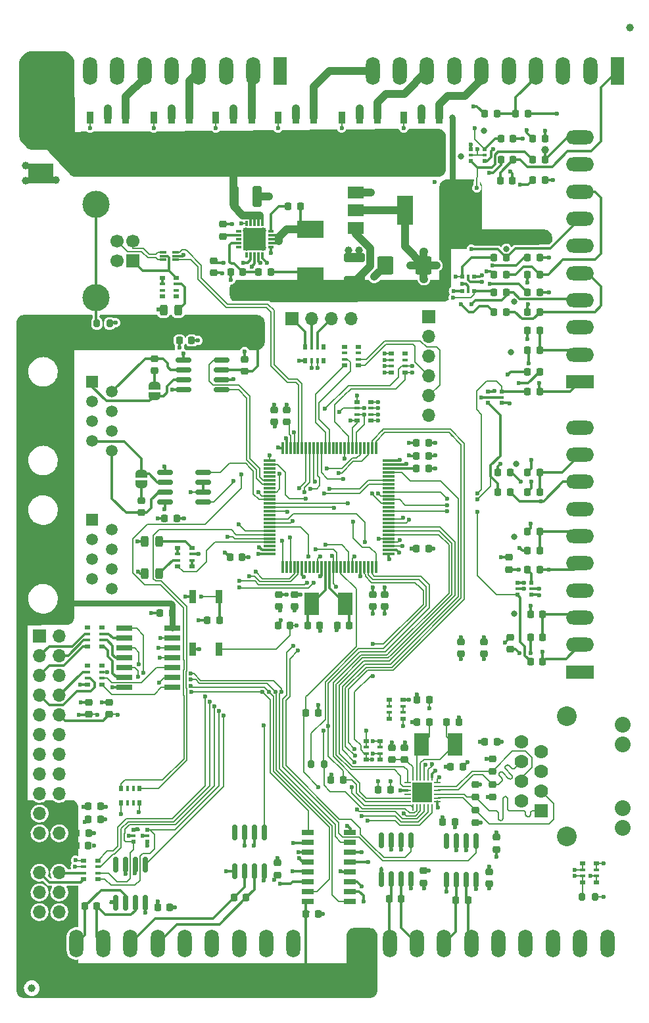
<source format=gbr>
%TF.GenerationSoftware,KiCad,Pcbnew,6.0.0-rc1-unknown-e56e61ffb5~144~ubuntu20.04.1*%
%TF.CreationDate,2021-11-28T18:30:16+01:00*%
%TF.ProjectId,Uni_Printer,556e695f-5072-4696-9e74-65722e6b6963,rev?*%
%TF.SameCoordinates,PX48009e0PY88da2e0*%
%TF.FileFunction,Copper,L1,Top*%
%TF.FilePolarity,Positive*%
%FSLAX46Y46*%
G04 Gerber Fmt 4.6, Leading zero omitted, Abs format (unit mm)*
G04 Created by KiCad (PCBNEW 6.0.0-rc1-unknown-e56e61ffb5~144~ubuntu20.04.1) date 2021-11-28 18:30:16*
%MOMM*%
%LPD*%
G01*
G04 APERTURE LIST*
G04 Aperture macros list*
%AMRoundRect*
0 Rectangle with rounded corners*
0 $1 Rounding radius*
0 $2 $3 $4 $5 $6 $7 $8 $9 X,Y pos of 4 corners*
0 Add a 4 corners polygon primitive as box body*
4,1,4,$2,$3,$4,$5,$6,$7,$8,$9,$2,$3,0*
0 Add four circle primitives for the rounded corners*
1,1,$1+$1,$2,$3*
1,1,$1+$1,$4,$5*
1,1,$1+$1,$6,$7*
1,1,$1+$1,$8,$9*
0 Add four rect primitives between the rounded corners*
20,1,$1+$1,$2,$3,$4,$5,0*
20,1,$1+$1,$4,$5,$6,$7,0*
20,1,$1+$1,$6,$7,$8,$9,0*
20,1,$1+$1,$8,$9,$2,$3,0*%
%AMFreePoly0*
4,1,22,0.500000,-0.750000,0.000000,-0.750000,0.000000,-0.745033,-0.079941,-0.743568,-0.215256,-0.701293,-0.333266,-0.622738,-0.424486,-0.514219,-0.481581,-0.384460,-0.499164,-0.250000,-0.500000,-0.250000,-0.500000,0.250000,-0.499164,0.250000,-0.499963,0.256109,-0.478152,0.396186,-0.417904,0.524511,-0.324060,0.630769,-0.204165,0.706417,-0.067858,0.745374,0.000000,0.744959,0.000000,0.750000,
0.500000,0.750000,0.500000,-0.750000,0.500000,-0.750000,$1*%
%AMFreePoly1*
4,1,20,0.000000,0.744959,0.073905,0.744508,0.209726,0.703889,0.328688,0.626782,0.421226,0.519385,0.479903,0.390333,0.500000,0.250000,0.500000,-0.250000,0.499851,-0.262216,0.476331,-0.402017,0.414519,-0.529596,0.319384,-0.634700,0.198574,-0.708877,0.061801,-0.746166,0.000000,-0.745033,0.000000,-0.750000,-0.500000,-0.750000,-0.500000,0.750000,0.000000,0.750000,0.000000,0.744959,
0.000000,0.744959,$1*%
G04 Aperture macros list end*
%TA.AperFunction,SMDPad,CuDef*%
%ADD10R,0.900000X1.700000*%
%TD*%
%TA.AperFunction,SMDPad,CuDef*%
%ADD11RoundRect,0.225000X-0.250000X0.225000X-0.250000X-0.225000X0.250000X-0.225000X0.250000X0.225000X0*%
%TD*%
%TA.AperFunction,SMDPad,CuDef*%
%ADD12RoundRect,0.218750X-0.218750X-0.256250X0.218750X-0.256250X0.218750X0.256250X-0.218750X0.256250X0*%
%TD*%
%TA.AperFunction,SMDPad,CuDef*%
%ADD13RoundRect,0.218750X0.218750X0.256250X-0.218750X0.256250X-0.218750X-0.256250X0.218750X-0.256250X0*%
%TD*%
%TA.AperFunction,SMDPad,CuDef*%
%ADD14RoundRect,0.218750X-0.256250X0.218750X-0.256250X-0.218750X0.256250X-0.218750X0.256250X0.218750X0*%
%TD*%
%TA.AperFunction,SMDPad,CuDef*%
%ADD15RoundRect,0.218750X0.256250X-0.218750X0.256250X0.218750X-0.256250X0.218750X-0.256250X-0.218750X0*%
%TD*%
%TA.AperFunction,SMDPad,CuDef*%
%ADD16RoundRect,0.243750X-0.243750X-0.456250X0.243750X-0.456250X0.243750X0.456250X-0.243750X0.456250X0*%
%TD*%
%TA.AperFunction,SMDPad,CuDef*%
%ADD17RoundRect,0.225000X0.250000X-0.225000X0.250000X0.225000X-0.250000X0.225000X-0.250000X-0.225000X0*%
%TD*%
%TA.AperFunction,SMDPad,CuDef*%
%ADD18RoundRect,0.225000X-0.225000X-0.250000X0.225000X-0.250000X0.225000X0.250000X-0.225000X0.250000X0*%
%TD*%
%TA.AperFunction,SMDPad,CuDef*%
%ADD19R,2.032000X0.660400*%
%TD*%
%TA.AperFunction,SMDPad,CuDef*%
%ADD20R,0.800000X0.500000*%
%TD*%
%TA.AperFunction,SMDPad,CuDef*%
%ADD21R,0.800000X0.400000*%
%TD*%
%TA.AperFunction,SMDPad,CuDef*%
%ADD22R,0.500000X0.800000*%
%TD*%
%TA.AperFunction,SMDPad,CuDef*%
%ADD23R,0.400000X0.800000*%
%TD*%
%TA.AperFunction,SMDPad,CuDef*%
%ADD24RoundRect,0.150000X0.825000X0.150000X-0.825000X0.150000X-0.825000X-0.150000X0.825000X-0.150000X0*%
%TD*%
%TA.AperFunction,SMDPad,CuDef*%
%ADD25R,0.600000X0.600000*%
%TD*%
%TA.AperFunction,SMDPad,CuDef*%
%ADD26R,0.400000X0.600000*%
%TD*%
%TA.AperFunction,ComponentPad*%
%ADD27R,1.800000X3.600000*%
%TD*%
%TA.AperFunction,ComponentPad*%
%ADD28O,1.800000X3.600000*%
%TD*%
%TA.AperFunction,SMDPad,CuDef*%
%ADD29R,0.600000X0.400000*%
%TD*%
%TA.AperFunction,SMDPad,CuDef*%
%ADD30C,1.000000*%
%TD*%
%TA.AperFunction,SMDPad,CuDef*%
%ADD31R,1.950000X2.950000*%
%TD*%
%TA.AperFunction,ComponentPad*%
%ADD32R,1.500000X1.500000*%
%TD*%
%TA.AperFunction,ComponentPad*%
%ADD33C,1.500000*%
%TD*%
%TA.AperFunction,ComponentPad*%
%ADD34R,3.600000X1.800000*%
%TD*%
%TA.AperFunction,ComponentPad*%
%ADD35O,3.600000X1.800000*%
%TD*%
%TA.AperFunction,SMDPad,CuDef*%
%ADD36RoundRect,0.150000X-0.150000X0.825000X-0.150000X-0.825000X0.150000X-0.825000X0.150000X0.825000X0*%
%TD*%
%TA.AperFunction,SMDPad,CuDef*%
%ADD37R,3.300000X2.500000*%
%TD*%
%TA.AperFunction,SMDPad,CuDef*%
%ADD38R,0.850000X0.300000*%
%TD*%
%TA.AperFunction,ComponentPad*%
%ADD39R,1.700000X1.700000*%
%TD*%
%TA.AperFunction,ComponentPad*%
%ADD40O,1.700000X1.700000*%
%TD*%
%TA.AperFunction,SMDPad,CuDef*%
%ADD41RoundRect,0.250000X-0.325000X-1.100000X0.325000X-1.100000X0.325000X1.100000X-0.325000X1.100000X0*%
%TD*%
%TA.AperFunction,SMDPad,CuDef*%
%ADD42FreePoly0,90.000000*%
%TD*%
%TA.AperFunction,SMDPad,CuDef*%
%ADD43FreePoly1,90.000000*%
%TD*%
%TA.AperFunction,SMDPad,CuDef*%
%ADD44R,0.900000X1.500000*%
%TD*%
%TA.AperFunction,SMDPad,CuDef*%
%ADD45R,3.200000X1.500000*%
%TD*%
%TA.AperFunction,SMDPad,CuDef*%
%ADD46RoundRect,0.250000X1.100000X-0.325000X1.100000X0.325000X-1.100000X0.325000X-1.100000X-0.325000X0*%
%TD*%
%TA.AperFunction,SMDPad,CuDef*%
%ADD47R,0.300000X0.700000*%
%TD*%
%TA.AperFunction,SMDPad,CuDef*%
%ADD48R,0.700000X0.300000*%
%TD*%
%TA.AperFunction,SMDPad,CuDef*%
%ADD49R,2.950000X2.950000*%
%TD*%
%TA.AperFunction,ComponentPad*%
%ADD50R,1.778000X1.778000*%
%TD*%
%TA.AperFunction,ComponentPad*%
%ADD51C,1.778000*%
%TD*%
%TA.AperFunction,ComponentPad*%
%ADD52C,2.032000*%
%TD*%
%TA.AperFunction,ComponentPad*%
%ADD53C,2.540000*%
%TD*%
%TA.AperFunction,ComponentPad*%
%ADD54C,1.700000*%
%TD*%
%TA.AperFunction,ComponentPad*%
%ADD55C,3.500000*%
%TD*%
%TA.AperFunction,SMDPad,CuDef*%
%ADD56RoundRect,0.200000X-0.200000X-0.275000X0.200000X-0.275000X0.200000X0.275000X-0.200000X0.275000X0*%
%TD*%
%TA.AperFunction,SMDPad,CuDef*%
%ADD57R,1.525000X0.650000*%
%TD*%
%TA.AperFunction,SMDPad,CuDef*%
%ADD58FreePoly0,270.000000*%
%TD*%
%TA.AperFunction,SMDPad,CuDef*%
%ADD59FreePoly1,270.000000*%
%TD*%
%TA.AperFunction,SMDPad,CuDef*%
%ADD60RoundRect,0.075000X0.075000X-0.725000X0.075000X0.725000X-0.075000X0.725000X-0.075000X-0.725000X0*%
%TD*%
%TA.AperFunction,SMDPad,CuDef*%
%ADD61RoundRect,0.075000X0.725000X-0.075000X0.725000X0.075000X-0.725000X0.075000X-0.725000X-0.075000X0*%
%TD*%
%TA.AperFunction,SMDPad,CuDef*%
%ADD62RoundRect,0.225000X0.225000X0.250000X-0.225000X0.250000X-0.225000X-0.250000X0.225000X-0.250000X0*%
%TD*%
%TA.AperFunction,SMDPad,CuDef*%
%ADD63R,2.000000X1.500000*%
%TD*%
%TA.AperFunction,SMDPad,CuDef*%
%ADD64R,2.000000X3.800000*%
%TD*%
%TA.AperFunction,SMDPad,CuDef*%
%ADD65R,3.500000X2.300000*%
%TD*%
%TA.AperFunction,SMDPad,CuDef*%
%ADD66RoundRect,0.062500X-0.062500X0.350000X-0.062500X-0.350000X0.062500X-0.350000X0.062500X0.350000X0*%
%TD*%
%TA.AperFunction,SMDPad,CuDef*%
%ADD67RoundRect,0.062500X-0.350000X0.062500X-0.350000X-0.062500X0.350000X-0.062500X0.350000X0.062500X0*%
%TD*%
%TA.AperFunction,SMDPad,CuDef*%
%ADD68R,2.600000X2.600000*%
%TD*%
%TA.AperFunction,SMDPad,CuDef*%
%ADD69RoundRect,0.250000X0.787500X0.925000X-0.787500X0.925000X-0.787500X-0.925000X0.787500X-0.925000X0*%
%TD*%
%TA.AperFunction,ViaPad*%
%ADD70C,0.600000*%
%TD*%
%TA.AperFunction,ViaPad*%
%ADD71C,1.000000*%
%TD*%
%TA.AperFunction,ViaPad*%
%ADD72C,0.800000*%
%TD*%
%TA.AperFunction,Conductor*%
%ADD73C,0.300000*%
%TD*%
%TA.AperFunction,Conductor*%
%ADD74C,1.000000*%
%TD*%
%TA.AperFunction,Conductor*%
%ADD75C,0.200000*%
%TD*%
%TA.AperFunction,Conductor*%
%ADD76C,0.400000*%
%TD*%
%TA.AperFunction,Conductor*%
%ADD77C,0.800000*%
%TD*%
%TA.AperFunction,Conductor*%
%ADD78C,2.000000*%
%TD*%
G04 APERTURE END LIST*
D10*
X23200000Y45400000D03*
X26600000Y45400000D03*
X23200000Y52200000D03*
X26600000Y52200000D03*
D11*
X46400000Y52475000D03*
X46400000Y50925000D03*
D12*
X62012500Y93700000D03*
X63587500Y93700000D03*
X62912500Y108500000D03*
X64487500Y108500000D03*
X62012500Y88900000D03*
X63587500Y88900000D03*
D13*
X68587500Y108500000D03*
X67012500Y108500000D03*
X63587500Y95900000D03*
X62012500Y95900000D03*
D12*
X66312500Y88900000D03*
X67887500Y88900000D03*
D13*
X67887500Y95900000D03*
X66312500Y95900000D03*
D14*
X47900000Y52487500D03*
X47900000Y50912500D03*
D15*
X33700000Y74712500D03*
X33700000Y76287500D03*
D12*
X19612500Y62300000D03*
X21187500Y62300000D03*
D16*
X17062500Y59300000D03*
X18937500Y59300000D03*
D14*
X36300000Y52487500D03*
X36300000Y50912500D03*
D13*
X29587500Y57300000D03*
X28012500Y57300000D03*
D17*
X35300000Y74725000D03*
X35300000Y76275000D03*
D14*
X34300000Y52500000D03*
X34300000Y50925000D03*
D18*
X52025000Y68700000D03*
X53575000Y68700000D03*
X52025000Y70350000D03*
X53575000Y70350000D03*
D12*
X52012500Y72000000D03*
X53587500Y72000000D03*
D14*
X12500000Y38587500D03*
X12500000Y37012500D03*
X64100000Y46987500D03*
X64100000Y45412500D03*
D13*
X53687500Y38900000D03*
X52112500Y38900000D03*
X35775000Y48500000D03*
X34200000Y48500000D03*
D12*
X8212500Y20100000D03*
X9787500Y20100000D03*
D13*
X26687500Y49200000D03*
X25112500Y49200000D03*
D15*
X52900000Y15312500D03*
X52900000Y16887500D03*
D19*
X14426600Y48110000D03*
X14426600Y46840000D03*
X14426600Y45570000D03*
X14426600Y44300000D03*
X14426600Y43030000D03*
X14426600Y41760000D03*
X14426600Y40490000D03*
X20573400Y40490000D03*
X20573400Y41760000D03*
X20573400Y43030000D03*
X20573400Y44300000D03*
X20573400Y45570000D03*
X20573400Y46840000D03*
X20573400Y48110000D03*
D12*
X48512500Y13300000D03*
X50087500Y13300000D03*
D20*
X11500000Y45800000D03*
D21*
X11500000Y46600000D03*
X11500000Y47400000D03*
D20*
X11500000Y48200000D03*
X9700000Y48200000D03*
D21*
X9700000Y47400000D03*
X9700000Y46600000D03*
D20*
X9700000Y45800000D03*
D22*
X37700000Y82600000D03*
D23*
X38500000Y82600000D03*
X39300000Y82600000D03*
D22*
X40100000Y82600000D03*
X40100000Y84400000D03*
D23*
X39300000Y84400000D03*
X38500000Y84400000D03*
D22*
X37700000Y84400000D03*
D20*
X50300000Y36500000D03*
D21*
X50300000Y37300000D03*
X50300000Y38100000D03*
D20*
X50300000Y38900000D03*
X48500000Y38900000D03*
D21*
X48500000Y38100000D03*
X48500000Y37300000D03*
D20*
X48500000Y36500000D03*
X21300000Y58500000D03*
D21*
X21300000Y57700000D03*
X21300000Y56900000D03*
D20*
X21300000Y56100000D03*
X23100000Y56100000D03*
D21*
X23100000Y56900000D03*
X23100000Y57700000D03*
D20*
X23100000Y58500000D03*
D12*
X57112500Y13100000D03*
X58687500Y13100000D03*
D20*
X11500000Y40900000D03*
D21*
X11500000Y41700000D03*
X11500000Y42500000D03*
D20*
X11500000Y43300000D03*
X9700000Y43300000D03*
D21*
X9700000Y42500000D03*
X9700000Y41700000D03*
D20*
X9700000Y40900000D03*
D14*
X9800000Y38587500D03*
X9800000Y37012500D03*
D13*
X68600000Y105900000D03*
X67025000Y105900000D03*
D14*
X16600000Y64587500D03*
X16600000Y63012500D03*
D24*
X24575000Y64395000D03*
X24575000Y65665000D03*
X24575000Y66935000D03*
X24575000Y68205000D03*
X19625000Y68205000D03*
X19625000Y66935000D03*
X19625000Y65665000D03*
X19625000Y64395000D03*
D12*
X38012500Y48500000D03*
X39587500Y48500000D03*
D13*
X43400000Y48500000D03*
X41825000Y48500000D03*
D24*
X26975000Y78895000D03*
X26975000Y80165000D03*
X26975000Y81435000D03*
X26975000Y82705000D03*
X22025000Y82705000D03*
X22025000Y81435000D03*
X22025000Y80165000D03*
X22025000Y78895000D03*
D13*
X63587500Y91400000D03*
X62012500Y91400000D03*
D12*
X66712500Y47000000D03*
X68287500Y47000000D03*
D15*
X61400000Y15200000D03*
X61400000Y16775000D03*
D13*
X68275000Y43800000D03*
X66700000Y43800000D03*
D25*
X59450000Y93400000D03*
D26*
X58700000Y93400000D03*
D25*
X57950000Y93400000D03*
X57950000Y91600000D03*
D26*
X58700000Y91600000D03*
D25*
X59450000Y91600000D03*
D27*
X4700000Y7500000D03*
D28*
X8200000Y7500000D03*
X11700000Y7500000D03*
X15200000Y7500000D03*
X18700000Y7500000D03*
X22200000Y7500000D03*
X25700000Y7500000D03*
X29200000Y7500000D03*
X32700000Y7500000D03*
X36200000Y7500000D03*
D12*
X66312500Y93700000D03*
X67887500Y93700000D03*
D13*
X67887500Y91400000D03*
X66312500Y91400000D03*
D12*
X66712500Y49900000D03*
X68287500Y49900000D03*
D25*
X60800000Y108350000D03*
D29*
X60800000Y109100000D03*
D25*
X60800000Y109850000D03*
X59000000Y109850000D03*
D29*
X59000000Y109100000D03*
D25*
X59000000Y108350000D03*
D13*
X64387500Y105800000D03*
X62812500Y105800000D03*
D30*
X2500000Y1750000D03*
X79500000Y125500000D03*
D31*
X38550000Y51300000D03*
X42850000Y51300000D03*
D32*
X10300000Y79900000D03*
D33*
X12840000Y78630000D03*
X10300000Y77360000D03*
X12840000Y76090000D03*
X10300000Y74820000D03*
X12840000Y73550000D03*
X10300000Y72280000D03*
X12840000Y71010000D03*
D34*
X73100000Y42500000D03*
D35*
X73100000Y46000000D03*
X73100000Y49500000D03*
X73100000Y53000000D03*
X73100000Y56500000D03*
X73100000Y60000000D03*
X73100000Y63500000D03*
X73100000Y67000000D03*
X73100000Y70500000D03*
X73100000Y74000000D03*
D36*
X51305000Y20775000D03*
X50035000Y20775000D03*
X48765000Y20775000D03*
X47495000Y20775000D03*
X47495000Y15825000D03*
X48765000Y15825000D03*
X50035000Y15825000D03*
X51305000Y15825000D03*
X59705000Y20675000D03*
X58435000Y20675000D03*
X57165000Y20675000D03*
X55895000Y20675000D03*
X55895000Y15725000D03*
X57165000Y15725000D03*
X58435000Y15725000D03*
X59705000Y15725000D03*
D13*
X39387500Y11300000D03*
X37812500Y11300000D03*
D37*
X3700000Y106700000D03*
X3700000Y113500000D03*
D38*
X21000000Y95600000D03*
X21000000Y96100000D03*
X21000000Y96600000D03*
X19400000Y96600000D03*
X19400000Y96100000D03*
X19400000Y95600000D03*
D15*
X18300000Y81312500D03*
X18300000Y82887500D03*
D39*
X3500000Y47120000D03*
D40*
X6040000Y47120000D03*
X3500000Y44580000D03*
X6040000Y44580000D03*
X3500000Y42040000D03*
X6040000Y42040000D03*
X3500000Y39500000D03*
X6040000Y39500000D03*
X3500000Y36960000D03*
X6040000Y36960000D03*
X3500000Y34420000D03*
X6040000Y34420000D03*
X3500000Y31880000D03*
X6040000Y31880000D03*
X3500000Y29340000D03*
X6040000Y29340000D03*
X3500000Y26800000D03*
X6040000Y26800000D03*
X3500000Y24260000D03*
X6040000Y24260000D03*
X3500000Y21720000D03*
X6040000Y21720000D03*
X3500000Y19180000D03*
X6040000Y19180000D03*
X3500000Y16640000D03*
X6040000Y16640000D03*
X3500000Y14100000D03*
X6040000Y14100000D03*
X3500000Y11560000D03*
X6040000Y11560000D03*
D13*
X67887500Y78600000D03*
X66312500Y78600000D03*
X66387500Y114400000D03*
X64812500Y114400000D03*
D41*
X28525000Y103800000D03*
X31475000Y103800000D03*
D42*
X16600000Y66700000D03*
D43*
X16600000Y68000000D03*
D15*
X60700000Y44812500D03*
X60700000Y46387500D03*
D44*
X14600000Y113950000D03*
X12300000Y113950000D03*
X10000000Y113950000D03*
D45*
X12300000Y107450000D03*
D12*
X21512500Y85200000D03*
X23087500Y85200000D03*
D44*
X30800000Y113950000D03*
X28500000Y113950000D03*
X26200000Y113950000D03*
D45*
X28500000Y107450000D03*
D39*
X53650000Y88275000D03*
D40*
X53650000Y85735000D03*
X53650000Y83195000D03*
X53650000Y80655000D03*
X53650000Y78115000D03*
X53650000Y75575000D03*
D13*
X68587500Y111200000D03*
X67012500Y111200000D03*
D17*
X50500000Y31225000D03*
X50500000Y32775000D03*
D44*
X22800000Y113950000D03*
X20500000Y113950000D03*
X18200000Y113950000D03*
D45*
X20500000Y107450000D03*
D14*
X59600000Y24687500D03*
X59600000Y23112500D03*
D27*
X77900000Y119900000D03*
D28*
X74400000Y119900000D03*
X70900000Y119900000D03*
X67400000Y119900000D03*
X63900000Y119900000D03*
X60400000Y119900000D03*
X56900000Y119900000D03*
X53400000Y119900000D03*
X49900000Y119900000D03*
X46400000Y119900000D03*
D12*
X66312500Y65700000D03*
X67887500Y65700000D03*
D36*
X32405000Y21775000D03*
X31135000Y21775000D03*
X29865000Y21775000D03*
X28595000Y21775000D03*
X28595000Y16825000D03*
X29865000Y16825000D03*
X31135000Y16825000D03*
X32405000Y16825000D03*
D15*
X61800000Y29712500D03*
X61800000Y31287500D03*
D13*
X64087500Y65700000D03*
X62512500Y65700000D03*
D20*
X73400000Y17800000D03*
D21*
X73400000Y17000000D03*
X73400000Y16200000D03*
D20*
X73400000Y15400000D03*
X75200000Y15400000D03*
D21*
X75200000Y16200000D03*
X75200000Y17000000D03*
D20*
X75200000Y17800000D03*
D13*
X64487500Y111200000D03*
X62912500Y111200000D03*
D44*
X38800000Y113950000D03*
X36500000Y113950000D03*
X34200000Y113950000D03*
D45*
X36500000Y107450000D03*
D44*
X55000000Y113950000D03*
X52700000Y113950000D03*
X50400000Y113950000D03*
D45*
X52700000Y107450000D03*
D12*
X37812500Y37200000D03*
X39387500Y37200000D03*
D13*
X20587500Y50100000D03*
X19012500Y50100000D03*
D20*
X21100000Y90900000D03*
D21*
X21100000Y91700000D03*
X21100000Y92500000D03*
D20*
X21100000Y93300000D03*
X19300000Y93300000D03*
D21*
X19300000Y92500000D03*
X19300000Y91700000D03*
D20*
X19300000Y90900000D03*
D16*
X17062500Y55200000D03*
X18937500Y55200000D03*
D27*
X34500000Y119900000D03*
D28*
X31000000Y119900000D03*
X27500000Y119900000D03*
X24000000Y119900000D03*
X20500000Y119900000D03*
X17000000Y119900000D03*
X13500000Y119900000D03*
X10000000Y119900000D03*
X6500000Y119900000D03*
X3000000Y119900000D03*
D25*
X15600000Y22150000D03*
D29*
X15600000Y21400000D03*
D25*
X15600000Y20650000D03*
X17400000Y20650000D03*
D29*
X17400000Y21400000D03*
D25*
X17400000Y22150000D03*
D14*
X63900000Y57287500D03*
X63900000Y55712500D03*
D27*
X45100000Y7500000D03*
D28*
X48600000Y7500000D03*
X52100000Y7500000D03*
X55600000Y7500000D03*
X59100000Y7500000D03*
X62600000Y7500000D03*
X66100000Y7500000D03*
X69600000Y7500000D03*
X73100000Y7500000D03*
X76600000Y7500000D03*
D15*
X57800000Y44812500D03*
X57800000Y46387500D03*
D46*
X44050000Y92925000D03*
X44050000Y95875000D03*
D34*
X73100000Y79900000D03*
D35*
X73100000Y83400000D03*
X73100000Y86900000D03*
X73100000Y90400000D03*
X73100000Y93900000D03*
X73100000Y97400000D03*
X73100000Y100900000D03*
X73100000Y104400000D03*
X73100000Y107900000D03*
X73100000Y111400000D03*
D20*
X44400000Y77300000D03*
D21*
X44400000Y76500000D03*
X44400000Y75700000D03*
D20*
X44400000Y74900000D03*
X46200000Y74900000D03*
D21*
X46200000Y75700000D03*
X46200000Y76500000D03*
D20*
X46200000Y77300000D03*
D12*
X28512500Y13400000D03*
X30087500Y13400000D03*
X66312500Y81200000D03*
X67887500Y81200000D03*
D47*
X32200000Y100300000D03*
X31700000Y100300000D03*
X31200000Y100300000D03*
X30700000Y100300000D03*
X30200000Y100300000D03*
D48*
X29150000Y99250000D03*
X29150000Y98750000D03*
X29150000Y98250000D03*
X29150000Y97750000D03*
X29150000Y97250000D03*
D47*
X30200000Y96200000D03*
X30700000Y96200000D03*
X31200000Y96200000D03*
X31700000Y96200000D03*
X32200000Y96200000D03*
D48*
X33250000Y97250000D03*
X33250000Y97750000D03*
X33250000Y98250000D03*
X33250000Y98750000D03*
X33250000Y99250000D03*
D49*
X31200000Y98250000D03*
D31*
X52662500Y33150000D03*
X56962500Y33150000D03*
D50*
X68100000Y24600000D03*
D51*
X65560000Y25870000D03*
X68100000Y27140000D03*
X65560000Y28410000D03*
X68100000Y29680000D03*
X65560000Y30950000D03*
X68100000Y32220000D03*
X65560000Y33490000D03*
D52*
X78564800Y22395400D03*
X78564800Y24935000D03*
X78564800Y33130000D03*
X78564800Y35669200D03*
D53*
X71400000Y36795000D03*
X71400000Y21295000D03*
D20*
X47350000Y31200000D03*
D21*
X47350000Y32000000D03*
X47350000Y32800000D03*
D20*
X47350000Y33600000D03*
X45550000Y33600000D03*
D21*
X45550000Y32800000D03*
X45550000Y32000000D03*
D20*
X45550000Y31200000D03*
D13*
X57987500Y30300000D03*
X56412500Y30300000D03*
D14*
X61800000Y27987500D03*
X61800000Y26412500D03*
D15*
X59600000Y26412500D03*
X59600000Y27987500D03*
D39*
X15500000Y95500000D03*
D54*
X15500000Y98000000D03*
X13500000Y98000000D03*
X13500000Y95500000D03*
D55*
X10790000Y102770000D03*
X10790000Y90730000D03*
D56*
X10875000Y87400000D03*
X12525000Y87400000D03*
D14*
X27100000Y100187500D03*
X27100000Y98612500D03*
D13*
X53687500Y36000000D03*
X52112500Y36000000D03*
D25*
X66800000Y52450000D03*
D29*
X66800000Y53200000D03*
D25*
X66800000Y53950000D03*
X65000000Y53950000D03*
D29*
X65000000Y53200000D03*
D25*
X65000000Y52450000D03*
D39*
X36000000Y88000000D03*
D40*
X38540000Y88000000D03*
X41080000Y88000000D03*
X43620000Y88000000D03*
D12*
X9312500Y12300000D03*
X10887500Y12300000D03*
D14*
X62300000Y21187500D03*
X62300000Y19612500D03*
D22*
X14000000Y25650000D03*
D23*
X14800000Y25650000D03*
X15600000Y25650000D03*
D22*
X16400000Y25650000D03*
X16400000Y27450000D03*
D23*
X15600000Y27450000D03*
X14800000Y27450000D03*
D22*
X14000000Y27450000D03*
D44*
X47000000Y113950000D03*
X44700000Y113950000D03*
X42400000Y113950000D03*
D45*
X44700000Y107450000D03*
D12*
X47112500Y27275000D03*
X48687500Y27275000D03*
X18700000Y12200000D03*
X20275000Y12200000D03*
X60812500Y114400000D03*
X62387500Y114400000D03*
D32*
X10300000Y62100000D03*
D33*
X12840000Y60830000D03*
X10300000Y59560000D03*
X12840000Y58290000D03*
X10300000Y57020000D03*
X12840000Y55750000D03*
X10300000Y54480000D03*
X12840000Y53210000D03*
D56*
X38475000Y30600000D03*
X40125000Y30600000D03*
D17*
X29900000Y81225000D03*
X29900000Y82775000D03*
D57*
X43482000Y12955000D03*
X43482000Y14225000D03*
X43482000Y15495000D03*
X43482000Y16765000D03*
X43482000Y18035000D03*
X43482000Y19305000D03*
X43482000Y20575000D03*
X43482000Y21845000D03*
X38058000Y21845000D03*
X38058000Y20575000D03*
X38058000Y19305000D03*
X38058000Y18035000D03*
X38058000Y16765000D03*
X38058000Y15495000D03*
X38058000Y14225000D03*
X38058000Y12955000D03*
D12*
X55912500Y36000000D03*
X57487500Y36000000D03*
D58*
X18300000Y79350000D03*
D59*
X18300000Y78050000D03*
D14*
X25900000Y95487500D03*
X25900000Y93912500D03*
D18*
X8250000Y21700000D03*
X9800000Y21700000D03*
D13*
X62387500Y33500000D03*
X60812500Y33500000D03*
X42587500Y28600000D03*
X41012500Y28600000D03*
D60*
X34800000Y56025000D03*
X35300000Y56025000D03*
X35800000Y56025000D03*
X36300000Y56025000D03*
X36800000Y56025000D03*
X37300000Y56025000D03*
X37800000Y56025000D03*
X38300000Y56025000D03*
X38800000Y56025000D03*
X39300000Y56025000D03*
X39800000Y56025000D03*
X40300000Y56025000D03*
X40800000Y56025000D03*
X41300000Y56025000D03*
X41800000Y56025000D03*
X42300000Y56025000D03*
X42800000Y56025000D03*
X43300000Y56025000D03*
X43800000Y56025000D03*
X44300000Y56025000D03*
X44800000Y56025000D03*
X45300000Y56025000D03*
X45800000Y56025000D03*
X46300000Y56025000D03*
X46800000Y56025000D03*
D61*
X48475000Y57700000D03*
X48475000Y58200000D03*
X48475000Y58700000D03*
X48475000Y59200000D03*
X48475000Y59700000D03*
X48475000Y60200000D03*
X48475000Y60700000D03*
X48475000Y61200000D03*
X48475000Y61700000D03*
X48475000Y62200000D03*
X48475000Y62700000D03*
X48475000Y63200000D03*
X48475000Y63700000D03*
X48475000Y64200000D03*
X48475000Y64700000D03*
X48475000Y65200000D03*
X48475000Y65700000D03*
X48475000Y66200000D03*
X48475000Y66700000D03*
X48475000Y67200000D03*
X48475000Y67700000D03*
X48475000Y68200000D03*
X48475000Y68700000D03*
X48475000Y69200000D03*
X48475000Y69700000D03*
D60*
X46800000Y71375000D03*
X46300000Y71375000D03*
X45800000Y71375000D03*
X45300000Y71375000D03*
X44800000Y71375000D03*
X44300000Y71375000D03*
X43800000Y71375000D03*
X43300000Y71375000D03*
X42800000Y71375000D03*
X42300000Y71375000D03*
X41800000Y71375000D03*
X41300000Y71375000D03*
X40800000Y71375000D03*
X40300000Y71375000D03*
X39800000Y71375000D03*
X39300000Y71375000D03*
X38800000Y71375000D03*
X38300000Y71375000D03*
X37800000Y71375000D03*
X37300000Y71375000D03*
X36800000Y71375000D03*
X36300000Y71375000D03*
X35800000Y71375000D03*
X35300000Y71375000D03*
X34800000Y71375000D03*
D61*
X33125000Y69700000D03*
X33125000Y69200000D03*
X33125000Y68700000D03*
X33125000Y68200000D03*
X33125000Y67700000D03*
X33125000Y67200000D03*
X33125000Y66700000D03*
X33125000Y66200000D03*
X33125000Y65700000D03*
X33125000Y65200000D03*
X33125000Y64700000D03*
X33125000Y64200000D03*
X33125000Y63700000D03*
X33125000Y63200000D03*
X33125000Y62700000D03*
X33125000Y62200000D03*
X33125000Y61700000D03*
X33125000Y61200000D03*
X33125000Y60700000D03*
X33125000Y60200000D03*
X33125000Y59700000D03*
X33125000Y59200000D03*
X33125000Y58700000D03*
X33125000Y58200000D03*
X33125000Y57700000D03*
D62*
X56975000Y23200000D03*
X55425000Y23200000D03*
D12*
X66312500Y86500000D03*
X67887500Y86500000D03*
D56*
X73375000Y13550000D03*
X75025000Y13550000D03*
D12*
X66312500Y58100000D03*
X67887500Y58100000D03*
D13*
X33287500Y94000000D03*
X31712500Y94000000D03*
D12*
X66312500Y68200000D03*
X67887500Y68200000D03*
D25*
X63000000Y77150000D03*
D29*
X63000000Y77900000D03*
D25*
X63000000Y78650000D03*
X61200000Y78650000D03*
D29*
X61200000Y77900000D03*
D25*
X61200000Y77150000D03*
D12*
X66312500Y84000000D03*
X67887500Y84000000D03*
X35512500Y102500000D03*
X37087500Y102500000D03*
D15*
X34100000Y16312500D03*
X34100000Y17887500D03*
D13*
X29687500Y94000000D03*
X28112500Y94000000D03*
D63*
X44250000Y104300000D03*
D64*
X50550000Y102000000D03*
D63*
X44250000Y102000000D03*
X44250000Y99700000D03*
D12*
X52012500Y58400000D03*
X53587500Y58400000D03*
D17*
X48900000Y31225000D03*
X48900000Y32775000D03*
D65*
X38400000Y99500000D03*
X38400000Y93500000D03*
D20*
X50550000Y81100000D03*
D21*
X50550000Y81900000D03*
X50550000Y82700000D03*
D20*
X50550000Y83500000D03*
X48750000Y83500000D03*
D21*
X48750000Y82700000D03*
X48750000Y81900000D03*
D20*
X48750000Y81100000D03*
D16*
X19462500Y89100000D03*
X21337500Y89100000D03*
D66*
X54050000Y28937500D03*
X53550000Y28937500D03*
X53050000Y28937500D03*
X52550000Y28937500D03*
X52050000Y28937500D03*
X51550000Y28937500D03*
D67*
X50862500Y28250000D03*
X50862500Y27750000D03*
X50862500Y27250000D03*
X50862500Y26750000D03*
X50862500Y26250000D03*
X50862500Y25750000D03*
D66*
X51550000Y25062500D03*
X52050000Y25062500D03*
X52550000Y25062500D03*
X53050000Y25062500D03*
X53550000Y25062500D03*
X54050000Y25062500D03*
D67*
X54737500Y25750000D03*
X54737500Y26250000D03*
X54737500Y26750000D03*
X54737500Y27250000D03*
X54737500Y27750000D03*
X54737500Y28250000D03*
D68*
X52800000Y27000000D03*
D20*
X11000000Y15800000D03*
D21*
X11000000Y16600000D03*
X11000000Y17400000D03*
D20*
X11000000Y18200000D03*
X9200000Y18200000D03*
D21*
X9200000Y17400000D03*
X9200000Y16600000D03*
D20*
X9200000Y15800000D03*
D18*
X9775000Y25200000D03*
X11325000Y25200000D03*
D12*
X62512500Y68200000D03*
X64087500Y68200000D03*
X66312500Y60600000D03*
X67887500Y60600000D03*
D13*
X67887500Y55700000D03*
X66312500Y55700000D03*
D18*
X9775000Y23500000D03*
X11325000Y23500000D03*
D36*
X17105000Y17675000D03*
X15835000Y17675000D03*
X14565000Y17675000D03*
X13295000Y17675000D03*
X13295000Y12725000D03*
X14565000Y12725000D03*
X15835000Y12725000D03*
X17105000Y12725000D03*
D20*
X44550000Y82000000D03*
D21*
X44550000Y82800000D03*
X44550000Y83600000D03*
D20*
X44550000Y84400000D03*
X42750000Y84400000D03*
D21*
X42750000Y83600000D03*
X42750000Y82800000D03*
D20*
X42750000Y82000000D03*
D69*
X52962500Y94900000D03*
X48037500Y94900000D03*
D70*
X54400000Y105600000D03*
X60700000Y47000000D03*
X33800000Y74100000D03*
X36900000Y82600000D03*
D71*
X54600000Y94900000D03*
D70*
X49800000Y57900000D03*
X51400000Y58400000D03*
X51300000Y14600000D03*
X22300000Y52200000D03*
X39650000Y54795581D03*
X11500000Y38600000D03*
X37490280Y54775125D03*
D71*
X51200000Y94900000D03*
D70*
X60400000Y77900000D03*
X51100000Y72000000D03*
X46400000Y53400000D03*
X15014505Y21391297D03*
X32400000Y15600000D03*
X47900000Y53400000D03*
X59900000Y109900000D03*
X19600000Y63500000D03*
X16800000Y21400000D03*
X53000000Y14600000D03*
X33700000Y15700000D03*
X9300000Y23200000D03*
X60500000Y92800000D03*
X35300000Y52500000D03*
X24000000Y57700000D03*
X51100000Y70400000D03*
X21500000Y84300000D03*
X31700000Y57700000D03*
X67800000Y53200000D03*
X30400000Y57300000D03*
X17100000Y11500000D03*
X57900000Y92500000D03*
X65900000Y53200000D03*
X18700000Y12900000D03*
X44800000Y54800000D03*
X9200000Y25150000D03*
X22000000Y83500000D03*
X61400000Y14587500D03*
X18700000Y62300000D03*
D71*
X53000000Y93100000D03*
D70*
X8800000Y38600000D03*
D71*
X53000000Y96700000D03*
D70*
X34200000Y71400000D03*
X59700000Y14500000D03*
X49900000Y69850000D03*
X37074998Y52500000D03*
X17900000Y50100000D03*
X11950000Y23500000D03*
X12900000Y40500000D03*
X36300000Y50400000D03*
X27000000Y93900000D03*
X20900000Y12200000D03*
X55900000Y14200000D03*
X14600000Y16500000D03*
X53800000Y28000000D03*
X36900000Y18500000D03*
D71*
X46200000Y104300000D03*
D70*
X48800000Y19600000D03*
X34600000Y49150000D03*
X53600000Y16900000D03*
X42300000Y16800000D03*
X31100000Y20100000D03*
X33300000Y96500000D03*
X58600000Y30900000D03*
X23900000Y85200000D03*
X54500000Y68700000D03*
X33700000Y76900000D03*
X64000000Y77100000D03*
X51800000Y26000000D03*
X47100000Y76500000D03*
X50040000Y19600000D03*
X28300000Y100200000D03*
X13300000Y87500000D03*
D71*
X52700000Y115100000D03*
D70*
X50700000Y69350000D03*
X51500000Y36000000D03*
X39600000Y47800000D03*
X69100000Y95900000D03*
X56800000Y91600000D03*
X31900000Y95200000D03*
D71*
X28500000Y115100000D03*
D70*
X24100000Y45400000D03*
D71*
X1700000Y105800000D03*
D70*
X29900000Y83800000D03*
X27500000Y16800000D03*
X57000000Y22500000D03*
D72*
X30200000Y97200000D03*
D70*
X19600000Y69000000D03*
X58400000Y19500000D03*
X61400000Y17387500D03*
X39400000Y38200000D03*
X15800000Y16600000D03*
D71*
X1750000Y107750000D03*
D70*
X54500000Y72000000D03*
X44080000Y57370000D03*
X62100000Y78700000D03*
X51800000Y28000000D03*
X48900000Y33450000D03*
D71*
X36500000Y115100000D03*
D70*
X39620000Y57400000D03*
D71*
X12300000Y115100000D03*
D70*
X28500000Y80200000D03*
X47900000Y83500000D03*
X12800000Y12800000D03*
X22100000Y62300000D03*
X22034411Y96200010D03*
X47100000Y28400000D03*
X35200000Y72600000D03*
X76100000Y13500000D03*
X63800000Y80800000D03*
X69600000Y105900000D03*
D71*
X43250000Y96800000D03*
D70*
X46400000Y50000000D03*
X69100000Y91400000D03*
X47900000Y82700000D03*
X10500000Y21700000D03*
D71*
X5600000Y105900000D03*
D70*
X47100000Y77300000D03*
X40000000Y11300000D03*
X57800000Y47000000D03*
X48500000Y57000000D03*
X59000000Y110500000D03*
D72*
X32300000Y99349998D03*
D70*
X16124500Y59350210D03*
X67800000Y52400000D03*
X60200000Y33500000D03*
X17400000Y20100000D03*
X50550000Y33450000D03*
X34500000Y50400000D03*
X41100000Y29300000D03*
X62800000Y69300000D03*
X47900000Y81900000D03*
D72*
X30100000Y99349998D03*
D70*
X57200000Y19500000D03*
X18800000Y89200000D03*
X47100000Y74900000D03*
X57500000Y36600000D03*
X52100000Y39600000D03*
D71*
X44700000Y115100000D03*
D70*
X47100000Y75700000D03*
X61900000Y109900000D03*
X41800000Y47900000D03*
X34100000Y18500000D03*
D71*
X44650000Y96850000D03*
D70*
X54500000Y70400000D03*
X63400000Y46300000D03*
X54200000Y58400000D03*
D71*
X33000000Y103800000D03*
D70*
X47900000Y81100000D03*
X47500000Y17000000D03*
X43100000Y22700000D03*
X35300000Y76900000D03*
X12000000Y25150000D03*
X10500000Y20100000D03*
X27400000Y57900000D03*
X16100000Y22200000D03*
X29900000Y20100000D03*
X24000000Y49200000D03*
X32800000Y95200000D03*
D72*
X32300000Y97200000D03*
D70*
X62300000Y18700000D03*
D71*
X20500000Y115100000D03*
D70*
X20600000Y78900000D03*
X16221011Y55421011D03*
X53800000Y26000000D03*
X47900000Y50000000D03*
X60434358Y93650000D03*
X62900000Y57300000D03*
X65900000Y54000003D03*
X28100000Y93000000D03*
X30800000Y94700000D03*
D71*
X46600000Y93400000D03*
D70*
X31800000Y58600000D03*
X68600000Y112200000D03*
D72*
X58900000Y105100000D03*
X56700000Y113900000D03*
X69000000Y98400000D03*
D70*
X30600000Y87100000D03*
X31700000Y87100000D03*
X28500000Y87100000D03*
X28400000Y91400000D03*
X30600000Y91400000D03*
X31700000Y91400000D03*
X29500000Y87100000D03*
D72*
X67700000Y97900000D03*
D70*
X29400000Y91400000D03*
X50300000Y35500000D03*
X40700000Y35500000D03*
X39407114Y27692886D03*
X43700000Y27692886D03*
X36600000Y48500000D03*
X41700000Y53500000D03*
X29500000Y100300000D03*
X41140000Y57480000D03*
X35400000Y63100000D03*
X26000000Y38100000D03*
X56000000Y63200000D03*
X59900000Y63100000D03*
X56000000Y64800000D03*
X59875735Y65524265D03*
X59900000Y64700000D03*
X56000000Y64000000D03*
X26600000Y37500000D03*
X37787851Y64860000D03*
D72*
X64200000Y83700000D03*
D71*
X55000000Y110500000D03*
D72*
X64600000Y59900000D03*
X64600000Y50000000D03*
X60700000Y112200000D03*
D71*
X54900000Y107400000D03*
X55000000Y109000000D03*
D72*
X64900000Y69300000D03*
X64600000Y90200000D03*
X63600000Y97000000D03*
D71*
X55000000Y112000000D03*
D72*
X57800000Y108900000D03*
D70*
X57100000Y93400000D03*
X49900000Y59500000D03*
X56775021Y90700000D03*
X50200000Y58700000D03*
X59500000Y112600000D03*
X50300000Y62400000D03*
X59800000Y104900000D03*
X51100000Y62100000D03*
X33865019Y39932041D03*
X23000000Y41500003D03*
X16900000Y42400000D03*
X42640000Y67400000D03*
X66500000Y82300000D03*
X23000000Y42300006D03*
X43240000Y64200000D03*
X16300000Y43500000D03*
X34664965Y39922604D03*
X18800000Y45600000D03*
X12250000Y42500000D03*
X18900000Y41100000D03*
X32200000Y39900000D03*
X41400000Y63600000D03*
X23049011Y39900846D03*
X45200000Y12900000D03*
X45000000Y14900000D03*
X45800000Y18000000D03*
X42040000Y68140000D03*
X16200000Y41900000D03*
X23000000Y40700000D03*
X33024265Y39924265D03*
X45000000Y19300000D03*
X36200000Y20500000D03*
X27675000Y59925000D03*
X19000000Y44300000D03*
X36850000Y19298437D03*
X19100000Y46900000D03*
X40480000Y68740000D03*
X36100000Y16800000D03*
X34500000Y15200000D03*
X44375735Y24775735D03*
X44074265Y30900000D03*
X45000000Y23899980D03*
X44113494Y31709300D03*
X45700000Y23299980D03*
X44085662Y32585662D03*
X8100000Y17400000D03*
X8124265Y18224265D03*
X66700000Y44900000D03*
X65300000Y44900000D03*
X65300000Y58500000D03*
X65200000Y55700000D03*
X66800000Y67000000D03*
X65500000Y67000000D03*
X65200000Y79700000D03*
X68300000Y45100000D03*
X69100000Y55700000D03*
X39020000Y58280000D03*
X37914579Y54000000D03*
X29200000Y54200000D03*
X48700000Y28400000D03*
X57800000Y44200000D03*
X55400000Y23800000D03*
X60300000Y23100000D03*
X61200000Y26400000D03*
X54500000Y29800000D03*
X63000000Y33500000D03*
X46450000Y33600000D03*
X60700000Y44200000D03*
X50000000Y27200000D03*
X46450000Y32000000D03*
X62300000Y21800000D03*
X54800000Y25000000D03*
X61100000Y31300000D03*
X60200000Y28000000D03*
X55800000Y30300000D03*
X51100000Y38900000D03*
X38790000Y54000000D03*
X29200000Y53400000D03*
X40310000Y58890000D03*
X31324266Y55424266D03*
X68100000Y64500000D03*
X65700000Y111200000D03*
X30475735Y54824265D03*
X34715735Y59364265D03*
X66700000Y61600000D03*
X66800000Y69800000D03*
X66300000Y85400000D03*
X25400000Y38700000D03*
X37620000Y65660000D03*
X24800000Y39300000D03*
X36940000Y66150000D03*
X43840001Y61840001D03*
X28490000Y67080000D03*
X66300000Y92700000D03*
X61800000Y94900000D03*
X61100000Y94100000D03*
X23000000Y65650000D03*
X31659265Y65669265D03*
X59400000Y115400000D03*
X66200000Y112300000D03*
X70100000Y114400000D03*
X53700000Y37800000D03*
X55000000Y28900000D03*
X29700000Y95200000D03*
X27200000Y95200000D03*
X66400000Y89924990D03*
X61500000Y92500000D03*
X57800000Y89900000D03*
X61400000Y106800000D03*
X46425000Y42000000D03*
X46350000Y31200000D03*
X50375735Y24275735D03*
X46375000Y46125000D03*
X45550000Y34900000D03*
X40100000Y34900000D03*
X67800000Y79700000D03*
X59100000Y89900000D03*
X72400000Y17000000D03*
X53199265Y30550735D03*
X72400000Y16200000D03*
X54000000Y30600000D03*
X74400000Y16200000D03*
X76100000Y17800000D03*
X65400000Y105300000D03*
X64100000Y107000000D03*
X40200000Y76400000D03*
X34430000Y68030000D03*
X50400000Y112600000D03*
X51500000Y81900000D03*
X34200000Y112600000D03*
X43500000Y74900000D03*
X18200000Y112600000D03*
X45300000Y76500000D03*
X42100000Y76000000D03*
X46300000Y65500000D03*
X51500000Y81100000D03*
X42400000Y112600000D03*
X26200000Y112600000D03*
X45300000Y75700000D03*
X44400000Y78100000D03*
X10000000Y112600000D03*
X47100000Y65500000D03*
X29150000Y61550000D03*
X24290000Y52200000D03*
X59100000Y97000000D03*
D71*
X68600000Y109800000D03*
D70*
X33100000Y70400000D03*
X38500000Y81700000D03*
X36224989Y73400000D03*
X39300000Y81700000D03*
X47140000Y59700000D03*
X36771014Y45240000D03*
X36180000Y45840000D03*
X45400000Y59200000D03*
X36075735Y61924265D03*
X27200000Y36900000D03*
X32400000Y35600000D03*
X38097571Y57400000D03*
X35775468Y59824532D03*
X38387851Y66100000D03*
X13600000Y37000000D03*
X38987851Y66985421D03*
X10900000Y37000000D03*
X8600000Y37000000D03*
X66700000Y51000000D03*
X13975000Y24225000D03*
X16275000Y24400000D03*
X8700000Y40900000D03*
X42800000Y70000000D03*
X29475000Y67975000D03*
X40190000Y65500000D03*
X40790000Y66110000D03*
D73*
X46400000Y52475000D02*
X46400000Y53400000D01*
X23200000Y52200000D02*
X22300000Y52200000D01*
D74*
X52962500Y94900000D02*
X52962500Y93137500D01*
D73*
X16800000Y21400000D02*
X16919998Y21400000D01*
X58700000Y93400000D02*
X58700000Y93000000D01*
X58950010Y92749990D02*
X60449990Y92749990D01*
X22025000Y83475000D02*
X22000000Y83500000D01*
D74*
X52962500Y94900000D02*
X52962500Y96662500D01*
D73*
X58700000Y91600000D02*
X58700000Y92200000D01*
X29587500Y57300000D02*
X30400000Y57300000D01*
X19625000Y63525000D02*
X19600000Y63500000D01*
X58400000Y92500000D02*
X57900000Y92500000D01*
X58700000Y92200000D02*
X58400000Y92500000D01*
X60700000Y46387500D02*
X60700000Y47000000D01*
X65000000Y53200000D02*
X65900000Y53200000D01*
X34225000Y71375000D02*
X34200000Y71400000D01*
D74*
X52962500Y93137500D02*
X53000000Y93100000D01*
X52962500Y96662500D02*
X53000000Y96700000D01*
D73*
X37062498Y52487500D02*
X37074998Y52500000D01*
X11512500Y38587500D02*
X11500000Y38600000D01*
X37700000Y82600000D02*
X36900000Y82600000D01*
X59700000Y14500000D02*
X59705000Y15725000D01*
D74*
X50550000Y97312500D02*
X52962500Y94900000D01*
D73*
X39800000Y56025000D02*
X39800000Y54945581D01*
X66800000Y53200000D02*
X67800000Y53200000D01*
X39800000Y54945581D02*
X39650000Y54795581D01*
X15023208Y21400000D02*
X15014505Y21391297D01*
X21512500Y84312500D02*
X21500000Y84300000D01*
X49500000Y58200000D02*
X49800000Y57900000D01*
X63000000Y77900000D02*
X60400000Y77900000D01*
X49750000Y69700000D02*
X49900000Y69850000D01*
X37300000Y56025000D02*
X37300000Y54965405D01*
X37300000Y54965405D02*
X37490280Y54775125D01*
X12500000Y38587500D02*
X11512500Y38587500D01*
D74*
X50550000Y102000000D02*
X50550000Y97312500D01*
D73*
X36300000Y52487500D02*
X37062498Y52487500D01*
X23100000Y57700000D02*
X24000000Y57700000D01*
X52012500Y72000000D02*
X51100000Y72000000D01*
X44800000Y56025000D02*
X44800000Y54800000D01*
D74*
X52962500Y94900000D02*
X51200000Y94900000D01*
D75*
X60800000Y109100000D02*
X59800000Y109100000D01*
D73*
X16919998Y21400000D02*
X17400000Y21400000D01*
X52025000Y70350000D02*
X51150000Y70350000D01*
D75*
X59900000Y109200000D02*
X59900000Y109900000D01*
X59800000Y109100000D02*
X59000000Y109100000D01*
D74*
X44250000Y102000000D02*
X50550000Y102000000D01*
D73*
X21512500Y85200000D02*
X21512500Y84312500D01*
X47900000Y52487500D02*
X47900000Y53400000D01*
X8812500Y38587500D02*
X8800000Y38600000D01*
X51150000Y70350000D02*
X51100000Y70400000D01*
X9800000Y38587500D02*
X8812500Y38587500D01*
D74*
X52962500Y94900000D02*
X54600000Y94900000D01*
D73*
X52012500Y58400000D02*
X51400000Y58400000D01*
X34300000Y52500000D02*
X35300000Y52500000D01*
X48475000Y58200000D02*
X49500000Y58200000D01*
X61200000Y77900000D02*
X60400000Y77900000D01*
D75*
X59800000Y109100000D02*
X59900000Y109200000D01*
D73*
X19612500Y62300000D02*
X18700000Y62300000D01*
X33125000Y57700000D02*
X31700000Y57700000D01*
X15600000Y21400000D02*
X15023208Y21400000D01*
X60449990Y92749990D02*
X60500000Y92800000D01*
X34800000Y71375000D02*
X34225000Y71375000D01*
X62100000Y77900000D02*
X60400000Y77900000D01*
X19625000Y64395000D02*
X19625000Y63525000D01*
X48475000Y69700000D02*
X49750000Y69700000D01*
X22025000Y82705000D02*
X22025000Y83475000D01*
X58700000Y93000000D02*
X58950010Y92749990D01*
D75*
X39300000Y56025000D02*
X39300000Y57080000D01*
D73*
X38088000Y18035000D02*
X37365000Y18035000D01*
X33250000Y97250000D02*
X33250000Y96550000D01*
X31135000Y21775000D02*
X31135000Y20135000D01*
D74*
X20500000Y113950000D02*
X20500000Y115100000D01*
D73*
X25900000Y93912500D02*
X26987500Y93912500D01*
X12910000Y40490000D02*
X12900000Y40500000D01*
X22025000Y78895000D02*
X20605000Y78895000D01*
D74*
X36500000Y113950000D02*
X36500000Y115100000D01*
D73*
X29900000Y82775000D02*
X29900000Y83800000D01*
X21000000Y96100000D02*
X21934401Y96100000D01*
X57950000Y91600000D02*
X56800000Y91600000D01*
X31700000Y95400000D02*
X31900000Y95200000D01*
D76*
X31199998Y98250000D02*
X30100000Y99349998D01*
D73*
X65849997Y53950000D02*
X65900000Y54000003D01*
X52100000Y39600000D02*
X52112500Y38900000D01*
X28112500Y93012500D02*
X28100000Y93000000D01*
D75*
X41100000Y29300000D02*
X41012500Y28600000D01*
X76100000Y13500000D02*
X76300000Y13550000D01*
D74*
X28500000Y113950000D02*
X28500000Y115100000D01*
D73*
X33250000Y96550000D02*
X33300000Y96500000D01*
X26987500Y93912500D02*
X27000000Y93900000D01*
D75*
X43800000Y57090000D02*
X44080000Y57370000D01*
D73*
X65000000Y53950000D02*
X65849997Y53950000D01*
X67887500Y91400000D02*
X69100000Y91400000D01*
X52800000Y27000000D02*
X53800000Y26000000D01*
D76*
X31200000Y98250000D02*
X31550000Y98250000D01*
D75*
X48750000Y81900000D02*
X47900000Y81900000D01*
D73*
X34600000Y49150000D02*
X34200000Y48521881D01*
X43512000Y16765000D02*
X42335000Y16765000D01*
X61624980Y109624980D02*
X61900000Y109900000D01*
X46400000Y50925000D02*
X46400000Y50000000D01*
X33125000Y58200000D02*
X32200000Y58200000D01*
D76*
X31250000Y98250000D02*
X32300000Y97200000D01*
D73*
X62912500Y57287500D02*
X62900000Y57300000D01*
X23200000Y45400000D02*
X24100000Y45400000D01*
X61587500Y16975000D02*
X61600000Y16987500D01*
X27525000Y16825000D02*
X27500000Y16800000D01*
X43512000Y22288000D02*
X43100000Y22700000D01*
D74*
X48037500Y94900000D02*
X48037500Y94837500D01*
D73*
X63000000Y77150000D02*
X63950000Y77150000D01*
D76*
X31200000Y98250000D02*
X31200000Y98200000D01*
D73*
X32200000Y58200000D02*
X31800000Y58600000D01*
X68587500Y111200000D02*
X68587500Y112187500D01*
D74*
X31475000Y103800000D02*
X33000000Y103800000D01*
D75*
X48750000Y81100000D02*
X47900000Y81100000D01*
D73*
X37365000Y18035000D02*
X36900000Y18500000D01*
D74*
X44700000Y113950000D02*
X44700000Y115100000D01*
D75*
X46200000Y75700000D02*
X47100000Y75700000D01*
D73*
X28112500Y94000000D02*
X28112500Y93012500D01*
X33700000Y76287500D02*
X33700000Y76900000D01*
X53575000Y70350000D02*
X54450000Y70350000D01*
X26975000Y80165000D02*
X28465000Y80165000D01*
X58000000Y30300000D02*
X57987500Y30300000D01*
X48475000Y57025000D02*
X48500000Y57000000D01*
X39387500Y37200000D02*
X39387500Y38187500D01*
X61624980Y108824980D02*
X61624980Y109624980D01*
X31200000Y95100000D02*
X30800000Y94700000D01*
X60800000Y108350000D02*
X61150000Y108350000D01*
D74*
X48037500Y94837500D02*
X46600000Y93400000D01*
D73*
X29865000Y20135000D02*
X29900000Y20100000D01*
X48475000Y57700000D02*
X48475000Y57025000D01*
X39600000Y47800000D02*
X39587500Y48500000D01*
X52800000Y27000000D02*
X53800000Y28000000D01*
D75*
X47112500Y27275000D02*
X47112500Y28387500D01*
X46200000Y77300000D02*
X47100000Y77300000D01*
D73*
X57500000Y36012500D02*
X57487500Y36000000D01*
X25112500Y49200000D02*
X24000000Y49200000D01*
X21934401Y96100000D02*
X22034411Y96200010D01*
X55895000Y15725000D02*
X55895000Y14205000D01*
D75*
X47112500Y28387500D02*
X47100000Y28400000D01*
D73*
X61150000Y108350000D02*
X61624980Y108824980D01*
X23087500Y85200000D02*
X23900000Y85200000D01*
X56975000Y22425000D02*
X56975000Y23200000D01*
X31135000Y20135000D02*
X31100000Y20100000D01*
X20605000Y78895000D02*
X20600000Y78900000D01*
X66800000Y52450000D02*
X67750000Y52450000D01*
X32200000Y95800000D02*
X32800000Y95200000D01*
X34300000Y50925000D02*
X34500000Y50400000D01*
X66312500Y81200000D02*
X64200000Y81200000D01*
D75*
X76300000Y13550000D02*
X75025000Y13550000D01*
D73*
X48475000Y69200000D02*
X50550000Y69200000D01*
X62050000Y78650000D02*
X62100000Y78700000D01*
X64100000Y46987500D02*
X63400000Y46300000D01*
X57500000Y36600000D02*
X57500000Y36012500D01*
X53587500Y58400000D02*
X54200000Y58400000D01*
X19625000Y68205000D02*
X19625000Y68975000D01*
X17400000Y20650000D02*
X17400000Y20100000D01*
X64200000Y81200000D02*
X63800000Y80800000D01*
D75*
X51500000Y36000000D02*
X52100000Y36012500D01*
D73*
X54450000Y70350000D02*
X54500000Y70400000D01*
X39387500Y38187500D02*
X39400000Y38200000D01*
D76*
X31200000Y98200000D02*
X30200000Y97200000D01*
D73*
X31200000Y96200000D02*
X31200000Y95100000D01*
X14565000Y17675000D02*
X14600000Y16500000D01*
D75*
X39300000Y57080000D02*
X39620000Y57400000D01*
D73*
X50040000Y19600000D02*
X50035000Y20775000D01*
D75*
X52100000Y36012500D02*
X52112500Y36000000D01*
D73*
X34200000Y48521881D02*
X34200000Y48500000D01*
X62512500Y68200000D02*
X62512500Y69012500D01*
X19625000Y68975000D02*
X19600000Y69000000D01*
X52800000Y27000000D02*
X51800000Y26000000D01*
X60184358Y93400000D02*
X60434358Y93650000D01*
X62512500Y69012500D02*
X62800000Y69300000D01*
X42335000Y16765000D02*
X42300000Y16800000D01*
D74*
X44250000Y104300000D02*
X46200000Y104300000D01*
D73*
X28287500Y100187500D02*
X28300000Y100200000D01*
X63900000Y57287500D02*
X62912500Y57287500D01*
X55895000Y14205000D02*
X55900000Y14200000D01*
X16100000Y22200000D02*
X16250000Y22150000D01*
X27100000Y100187500D02*
X28287500Y100187500D01*
X20275000Y12200000D02*
X20900000Y12200000D01*
D74*
X52700000Y113950000D02*
X52700000Y115100000D01*
D73*
X28465000Y80165000D02*
X28500000Y80200000D01*
X52800000Y27000000D02*
X51800000Y28000000D01*
X59450000Y93400000D02*
X60184358Y93400000D01*
X53587500Y72000000D02*
X54500000Y72000000D01*
X14426600Y40490000D02*
X12910000Y40490000D01*
X47900000Y50912500D02*
X47900000Y50000000D01*
X47495000Y15825000D02*
X47495000Y17265000D01*
X36300000Y50912500D02*
X36300000Y50400000D01*
X16174710Y59300000D02*
X16124500Y59350210D01*
X16442022Y55200000D02*
X16221011Y55421011D01*
X68600000Y105900000D02*
X69600000Y105900000D01*
D74*
X12300000Y113950000D02*
X12300000Y115100000D01*
D73*
X59000000Y109850000D02*
X59000000Y110500000D01*
X61200000Y78650000D02*
X62050000Y78650000D01*
X13300000Y87500000D02*
X12525000Y87400000D01*
X68587500Y112187500D02*
X68600000Y112200000D01*
X28595000Y16825000D02*
X27525000Y16825000D01*
X13295000Y12725000D02*
X12675000Y12725000D01*
X31700000Y96200000D02*
X31700000Y95400000D01*
X19012500Y50100000D02*
X17900000Y50100000D01*
X17062500Y55200000D02*
X16442022Y55200000D01*
X43512000Y21845000D02*
X43512000Y22288000D01*
X58400000Y19500000D02*
X58435000Y20675000D01*
X41800000Y47900000D02*
X41825000Y48500000D01*
X58600000Y30900000D02*
X58000000Y30300000D01*
D75*
X48750000Y83500000D02*
X47900000Y83500000D01*
D73*
X60812500Y33500000D02*
X60200000Y33500000D01*
X35300000Y72500000D02*
X35200000Y72600000D01*
X29865000Y21775000D02*
X29865000Y20135000D01*
D75*
X46200000Y76500000D02*
X47100000Y76500000D01*
D73*
X67887500Y95900000D02*
X69100000Y95900000D01*
X57000000Y22500000D02*
X56975000Y22425000D01*
X16250000Y22150000D02*
X15600000Y22150000D01*
D75*
X46200000Y74900000D02*
X47100000Y74900000D01*
D76*
X31200000Y98250000D02*
X31200002Y98250000D01*
X31200000Y98250000D02*
X31250000Y98250000D01*
D73*
X67750000Y52450000D02*
X67800000Y52400000D01*
X32200000Y96200000D02*
X32200000Y95800000D01*
X57165000Y20675000D02*
X57200000Y19500000D01*
X50550000Y69200000D02*
X50700000Y69350000D01*
X28012500Y57300000D02*
X27400000Y57900000D01*
X15800000Y16600000D02*
X15835000Y17675000D01*
D76*
X31200000Y98250000D02*
X31199998Y98250000D01*
X31200002Y98250000D02*
X32300000Y99349998D01*
D73*
X48765000Y20775000D02*
X48800000Y19600000D01*
X53575000Y68700000D02*
X54500000Y68700000D01*
D75*
X48750000Y82700000D02*
X47900000Y82700000D01*
X43800000Y56025000D02*
X43800000Y57090000D01*
D73*
X17062500Y59300000D02*
X16174710Y59300000D01*
X39412500Y11212500D02*
X39400000Y11200000D01*
X11475000Y24925000D02*
X11500000Y24900000D01*
X21187500Y62300000D02*
X22100000Y62300000D01*
X63950000Y77150000D02*
X64000000Y77100000D01*
X35300000Y71375000D02*
X35300000Y72500000D01*
X62300000Y19612500D02*
X62300000Y18700000D01*
D76*
X4700000Y7500000D02*
X2000000Y10200000D01*
X2000000Y17900000D02*
X3280000Y19180000D01*
D77*
X20587500Y50100000D02*
X20587500Y48124100D01*
D73*
X37812500Y4512500D02*
X37800000Y4500000D01*
D74*
X46099990Y94824990D02*
X46099990Y97100010D01*
D76*
X2000000Y10200000D02*
X2000000Y17900000D01*
D77*
X4700000Y7000000D02*
X4700000Y7500000D01*
D73*
X31600000Y81900000D02*
X31600000Y84400000D01*
D74*
X38975000Y92925000D02*
X38400000Y93500000D01*
D73*
X30925000Y81225000D02*
X31600000Y81900000D01*
D77*
X62600000Y98900000D02*
X63500000Y98900000D01*
D73*
X37800000Y12979500D02*
X37800000Y11600000D01*
D77*
X20400000Y51400000D02*
X7100000Y51400000D01*
X56700000Y106800000D02*
X56700000Y113900000D01*
D74*
X46099990Y97100010D02*
X44250000Y98950000D01*
D77*
X20587500Y48124100D02*
X20573400Y48110000D01*
D73*
X38088000Y11575500D02*
X37812500Y11300000D01*
D76*
X3500000Y19180000D02*
X6040000Y19180000D01*
D77*
X20587500Y51212500D02*
X20400000Y51400000D01*
X20587500Y50100000D02*
X20587500Y51212500D01*
D73*
X37800000Y4500000D02*
X37600000Y4500000D01*
X33287500Y94000000D02*
X37900000Y94000000D01*
D77*
X56700000Y98900000D02*
X62600000Y98900000D01*
D73*
X37900000Y94000000D02*
X38400000Y93500000D01*
D77*
X56700000Y106800000D02*
X56700000Y106100000D01*
D76*
X3280000Y19180000D02*
X3500000Y19180000D01*
D77*
X20587500Y50100000D02*
X20587500Y50199981D01*
X45100000Y6900000D02*
X45100000Y7500000D01*
X56700000Y106100000D02*
X56700000Y98900000D01*
D78*
X38400000Y93500000D02*
X38100000Y93200000D01*
D77*
X64500000Y97900000D02*
X67700000Y97900000D01*
X63500000Y98900000D02*
X64500000Y97900000D01*
D73*
X29690000Y81435000D02*
X29900000Y81225000D01*
D74*
X44200000Y92925000D02*
X46099990Y94824990D01*
D73*
X26975000Y81435000D02*
X29690000Y81435000D01*
X37812500Y11300000D02*
X37812500Y4512500D01*
X29900000Y81225000D02*
X30925000Y81225000D01*
D74*
X44250000Y98950000D02*
X44250000Y99700000D01*
D75*
X43680888Y28600000D02*
X44299990Y27980898D01*
X52575978Y54824022D02*
X53700000Y53700000D01*
X45450000Y25750000D02*
X50862500Y25750000D01*
X53700000Y53700000D02*
X53700000Y50800000D01*
X44300000Y27980888D02*
X44299990Y27980898D01*
X47999990Y45099990D02*
X44731386Y45099990D01*
X44731386Y45099990D02*
X40700000Y41068604D01*
X40700000Y41068604D02*
X40700000Y35500000D01*
X46300000Y55129987D02*
X46605965Y54824022D01*
X44300000Y26900000D02*
X45450000Y25750000D01*
X53700000Y50800000D02*
X47999990Y45099990D01*
X42587500Y29746801D02*
X40700000Y31634301D01*
X42587500Y28600000D02*
X42587500Y29746801D01*
X44300000Y26900000D02*
X44300000Y27980888D01*
X40700000Y35500000D02*
X40700000Y31634301D01*
X46605965Y54824022D02*
X52575978Y54824022D01*
X46300000Y56025000D02*
X46300000Y55129987D01*
X50300000Y36500000D02*
X50300000Y35500000D01*
X42587500Y28600000D02*
X43680888Y28600000D01*
D73*
X19900000Y56162500D02*
X20637500Y56900000D01*
X18937500Y55200000D02*
X19900000Y56162500D01*
X20637500Y56900000D02*
X21300000Y56900000D01*
X23100000Y56900000D02*
X23100000Y56100000D01*
X33250000Y99250000D02*
X33250000Y101450000D01*
X34300000Y102500000D02*
X35512500Y102500000D01*
X33250000Y101450000D02*
X34300000Y102500000D01*
D75*
X42300000Y56025000D02*
X42300000Y55194654D01*
X45334302Y25300000D02*
X43700000Y26934302D01*
X42300000Y55194654D02*
X44300000Y53194654D01*
X51550000Y25062500D02*
X51312500Y25300000D01*
X46200000Y25300000D02*
X45334302Y25300000D01*
X44300000Y45800000D02*
X38050000Y39550000D01*
X37500000Y29600000D02*
X39407114Y27692886D01*
X37812500Y37200000D02*
X37500000Y36887500D01*
X44300000Y53194654D02*
X44300000Y45800000D01*
X43700000Y26934302D02*
X43700000Y27692886D01*
X51312500Y25300000D02*
X46200000Y25300000D01*
X37500000Y36887500D02*
X37500000Y29600000D01*
X37812500Y37200000D02*
X37812500Y39312500D01*
X37812500Y39312500D02*
X38050000Y39550000D01*
D73*
X48475000Y68700000D02*
X52025000Y68700000D01*
D75*
X35800000Y71375000D02*
X35800000Y72936987D01*
X35624988Y73111999D02*
X35624988Y74975012D01*
X35800000Y72936987D02*
X35624988Y73111999D01*
X35624988Y74975012D02*
X35500000Y75100000D01*
D73*
X40300000Y54100000D02*
X40300000Y53050000D01*
X40300000Y53050000D02*
X38550000Y51300000D01*
X38012500Y48500000D02*
X38012500Y50762500D01*
X38012500Y50762500D02*
X38550000Y51300000D01*
X40300000Y56025000D02*
X40300000Y54100000D01*
D75*
X34000000Y45400000D02*
X35775000Y47175000D01*
X36600000Y48500000D02*
X35775000Y48500000D01*
X26600000Y45400000D02*
X34000000Y45400000D01*
X41300000Y53900000D02*
X41700000Y53500000D01*
X41300000Y56025000D02*
X41300000Y53900000D01*
X41300000Y56025000D02*
X41300000Y57320000D01*
X30200000Y100300000D02*
X29500000Y100300000D01*
X41300000Y57320000D02*
X41140000Y57480000D01*
X35775000Y47175000D02*
X35775000Y48500000D01*
X12400000Y16600000D02*
X13500000Y15500000D01*
X25999999Y38099999D02*
X25999999Y27799999D01*
X21000000Y22800000D02*
X15100000Y22800000D01*
X14500000Y22200000D02*
X14500000Y21764809D01*
X11000000Y16600000D02*
X12400000Y16600000D01*
X15200000Y19200000D02*
X15600000Y19600000D01*
X14414494Y21679303D02*
X14414494Y20797504D01*
X15200000Y15911998D02*
X15200000Y19200000D01*
X15600000Y19600000D02*
X15600000Y20650000D01*
X26000000Y38100000D02*
X25999999Y38099999D01*
X13500000Y15500000D02*
X14788002Y15500000D01*
X25999999Y27799999D02*
X21000000Y22800000D01*
X33125000Y63200000D02*
X35300000Y63200000D01*
X35300000Y63200000D02*
X35400000Y63100000D01*
X14500000Y21764809D02*
X14414494Y21679303D01*
X14788002Y15500000D02*
X15200000Y15911998D01*
X14414494Y20797504D02*
X14561998Y20650000D01*
X14561998Y20650000D02*
X15600000Y20650000D01*
X15100000Y22800000D02*
X14500000Y22200000D01*
X12770210Y41129790D02*
X16629790Y41129790D01*
X16629790Y41129790D02*
X18530000Y43030000D01*
X11500000Y41700000D02*
X12200000Y41700000D01*
X12200000Y41700000D02*
X12770210Y41129790D01*
X18530000Y43030000D02*
X20573400Y43030000D01*
D73*
X40800000Y53900000D02*
X40800000Y53350000D01*
X40800000Y56025000D02*
X40800000Y53900000D01*
X43400000Y48500000D02*
X43400000Y50750000D01*
X43400000Y50750000D02*
X42850000Y51300000D01*
X40800000Y53350000D02*
X42850000Y51300000D01*
X18937500Y59300000D02*
X22300000Y59300000D01*
X22300000Y59300000D02*
X23100000Y58500000D01*
X66800000Y55212500D02*
X66312500Y55700000D01*
X66800000Y53950000D02*
X66800000Y55212500D01*
X66700000Y43900000D02*
X65996439Y44603561D01*
X65400000Y46392878D02*
X65400000Y52050000D01*
D75*
X65000000Y52450000D02*
X62350000Y52450000D01*
D73*
X65400000Y52050000D02*
X65000000Y52450000D01*
D75*
X59900000Y54900000D02*
X62350000Y52450000D01*
X59900000Y63100000D02*
X59900000Y54900000D01*
D73*
X66700000Y43800000D02*
X66700000Y43900000D01*
X65996439Y44603561D02*
X65996439Y45796439D01*
D75*
X48475000Y63200000D02*
X56000000Y63200000D01*
D73*
X65996439Y45796439D02*
X65400000Y46392878D01*
D75*
X59800000Y76300000D02*
X60400000Y75700000D01*
X48475000Y65700000D02*
X55100000Y65700000D01*
X60400000Y75700000D02*
X60400000Y66048530D01*
X55100000Y65700000D02*
X56000000Y64800000D01*
X59800000Y78700000D02*
X59800000Y76300000D01*
X61100000Y80000000D02*
X59800000Y78700000D01*
X63000000Y79300000D02*
X62300000Y80000000D01*
D73*
X63000000Y78650000D02*
X66262500Y78650000D01*
D75*
X60400000Y66048530D02*
X59875735Y65524265D01*
D73*
X66262500Y78650000D02*
X66312500Y78600000D01*
D75*
X62300000Y80000000D02*
X61100000Y80000000D01*
X63000000Y78650000D02*
X63000000Y79300000D01*
D73*
X62800000Y75550000D02*
X62800000Y70300000D01*
D75*
X61600000Y66400000D02*
X59900000Y64700000D01*
D73*
X62512500Y66787500D02*
X62512500Y65700000D01*
X61200000Y77150000D02*
X62800000Y75550000D01*
D75*
X48475000Y64700000D02*
X49900000Y64700000D01*
D73*
X61600000Y67700000D02*
X62512500Y66787500D01*
X61600000Y69100000D02*
X61600000Y67700000D01*
D75*
X61600000Y67700000D02*
X61600000Y66400000D01*
X50600000Y64000000D02*
X56000000Y64000000D01*
D73*
X62800000Y70300000D02*
X61600000Y69100000D01*
D75*
X49900000Y64700000D02*
X50600000Y64000000D01*
X35140000Y68230000D02*
X34645000Y68725000D01*
X16435010Y15635010D02*
X16435010Y18264990D01*
X17690002Y22150000D02*
X17400000Y22150000D01*
X33125000Y69200000D02*
X34030000Y69200000D01*
X33125000Y69200000D02*
X34170000Y69200000D01*
X26599999Y27799999D02*
X26599999Y37499999D01*
X18300000Y20000000D02*
X18300000Y21540002D01*
X15800000Y15000000D02*
X16435010Y15635010D01*
X11000000Y15800000D02*
X11900000Y15800000D01*
X18300000Y21540002D02*
X17690002Y22150000D01*
X17400000Y22150000D02*
X20950000Y22150000D01*
X16435010Y18735010D02*
X16800000Y19100000D01*
X18300000Y19700000D02*
X18300000Y20000000D01*
X11900000Y15800000D02*
X12700000Y15000000D01*
X26599999Y37499999D02*
X26600000Y37500000D01*
X34645000Y68725000D02*
X34170000Y69200000D01*
X37787851Y64860000D02*
X35650000Y64860000D01*
X16435010Y18264990D02*
X16435010Y18735010D01*
X20950000Y22150000D02*
X26599999Y27799999D01*
X35650000Y64860000D02*
X35140000Y65370000D01*
X17700000Y19100000D02*
X18300000Y19700000D01*
X16800000Y19100000D02*
X17700000Y19100000D01*
X12700000Y15000000D02*
X15800000Y15000000D01*
X35140000Y65370000D02*
X35140000Y68230000D01*
X14850489Y96649511D02*
X13500000Y98000000D01*
X18487499Y95875000D02*
X17424022Y95875000D01*
X18762499Y95600000D02*
X18487499Y95875000D01*
X16649511Y96649511D02*
X14850489Y96649511D01*
X17424022Y95875000D02*
X16649511Y96649511D01*
X19400000Y95600000D02*
X18762499Y95600000D01*
D74*
X28525000Y102475000D02*
X29600000Y101400000D01*
D73*
X32200000Y100300000D02*
X32200000Y101150000D01*
X31700000Y100300000D02*
X31700000Y101150000D01*
D74*
X9750000Y107450000D02*
X12300000Y107450000D01*
X52700000Y107450000D02*
X54850000Y107450000D01*
D73*
X30700000Y100300000D02*
X30700000Y101150000D01*
D74*
X54850000Y109050000D02*
X54900000Y109000000D01*
X28500000Y103825000D02*
X28525000Y103800000D01*
X28500000Y107450000D02*
X36500000Y107450000D01*
X54850000Y109050000D02*
X54900000Y109000000D01*
X29650000Y101350000D02*
X31850000Y101350000D01*
X36500000Y107450000D02*
X44700000Y107450000D01*
D73*
X31200000Y100300000D02*
X31200000Y101150000D01*
D74*
X54850000Y107450000D02*
X54900000Y107400000D01*
X54850000Y109050000D02*
X54900000Y109000000D01*
X44700000Y107450000D02*
X52700000Y107450000D01*
X12300000Y107450000D02*
X20500000Y107450000D01*
X20500000Y107450000D02*
X28500000Y107450000D01*
X28500000Y107450000D02*
X28500000Y103825000D01*
X28525000Y103800000D02*
X28525000Y102475000D01*
X29600000Y101400000D02*
X29650000Y101350000D01*
X3700000Y113500000D02*
X9750000Y107450000D01*
D75*
X36824999Y74447153D02*
X36824999Y79456801D01*
X32706800Y89475000D02*
X27506800Y89475000D01*
X36800000Y71375000D02*
X36824999Y71399999D01*
X35406800Y79775000D02*
X33275000Y81906800D01*
X36824999Y71399999D02*
X36824999Y79456801D01*
X36506800Y79775000D02*
X35406800Y79775000D01*
X36824999Y79456801D02*
X36506800Y79775000D01*
X22981800Y95600000D02*
X21000000Y95600000D01*
X33275000Y81906800D02*
X33275000Y88906800D01*
X27506800Y89475000D02*
X23875000Y93106800D01*
X33275000Y88906800D02*
X32706800Y89475000D01*
X23875000Y94706800D02*
X22981800Y95600000D01*
X23875000Y93106800D02*
X23875000Y94706800D01*
D73*
X22200000Y92100000D02*
X22200000Y89962500D01*
X21800000Y92500000D02*
X22200000Y92100000D01*
X21100000Y92500000D02*
X21800000Y92500000D01*
X22200000Y89962500D02*
X21337500Y89100000D01*
X62012500Y95900000D02*
X59100000Y95900000D01*
X59100000Y95900000D02*
X57950000Y94750000D01*
D75*
X48475000Y59200000D02*
X49600000Y59200000D01*
D73*
X57950000Y94750000D02*
X57950000Y93400000D01*
D75*
X57100000Y93400000D02*
X57950000Y93400000D01*
X49600000Y59200000D02*
X49900000Y59500000D01*
X59450000Y91600000D02*
X59450000Y91150000D01*
D73*
X59450000Y91600000D02*
X61812500Y91600000D01*
X61812500Y91600000D02*
X62012500Y91400000D01*
D75*
X59450000Y91150000D02*
X59000000Y90700000D01*
X59000000Y90700000D02*
X56775021Y90700000D01*
X48475000Y58700000D02*
X50200000Y58700000D01*
X60800000Y109850000D02*
X59500000Y111150000D01*
D73*
X62150000Y111200000D02*
X60800000Y109850000D01*
D75*
X59500000Y111150000D02*
X59500000Y112600000D01*
X50100000Y62200000D02*
X48475000Y62200000D01*
D73*
X62912500Y111200000D02*
X62150000Y111200000D01*
D75*
X50300000Y62400000D02*
X50100000Y62200000D01*
X48475000Y61700000D02*
X50700000Y61700000D01*
D73*
X62124990Y109124990D02*
X62500000Y109500000D01*
X66012500Y109500000D02*
X62500000Y109500000D01*
X62124990Y107924990D02*
X62124990Y108424990D01*
D75*
X50700000Y61700000D02*
X51100000Y62100000D01*
D73*
X61200000Y107500000D02*
X59850000Y107500000D01*
X67012500Y108500000D02*
X66012500Y109500000D01*
D75*
X59800000Y104900000D02*
X59850000Y107500000D01*
D73*
X59850000Y107500000D02*
X59000000Y108350000D01*
X61200000Y107500000D02*
X61700000Y107500000D01*
X62124990Y108424990D02*
X62124990Y109124990D01*
X61700000Y107500000D02*
X62124990Y107924990D01*
D75*
X43512000Y12955000D02*
X42045000Y12955000D01*
X33865019Y39932041D02*
X32797060Y41000000D01*
X42045000Y12955000D02*
X41200000Y13800000D01*
X41200000Y13800000D02*
X41200000Y16170000D01*
X40600000Y67400000D02*
X39800000Y68200000D01*
X33865019Y39932041D02*
X34000010Y39797050D01*
X16900000Y42400000D02*
X16900000Y47200000D01*
X32797060Y41000000D02*
X25448530Y41000000D01*
X24100000Y41000000D02*
X23599997Y41500003D01*
X15990000Y48110000D02*
X14426600Y48110000D01*
X25448530Y41000000D02*
X24100000Y41000000D01*
X16900000Y47200000D02*
X15990000Y48110000D01*
X23599997Y41500003D02*
X23000000Y41500003D01*
X41200000Y22665698D02*
X41200000Y16170000D01*
X34000010Y39797050D02*
X34000010Y29865688D01*
X41700000Y67400000D02*
X40600000Y67400000D01*
X34000010Y29865688D02*
X41200000Y22665698D01*
X41700000Y67400000D02*
X42640000Y67400000D01*
X39800000Y68200000D02*
X39800000Y71375000D01*
X27693200Y89925000D02*
X24325000Y93293200D01*
X21546384Y96600000D02*
X21800000Y96853616D01*
X35593200Y80225000D02*
X33725000Y82093200D01*
X36693200Y80225000D02*
X35593200Y80225000D01*
X21000000Y96600000D02*
X21546384Y96600000D01*
X21800000Y96853616D02*
X21800000Y96900000D01*
X22418189Y96800011D02*
X22509100Y96709100D01*
X37275001Y79643199D02*
X36693200Y80225000D01*
X21800000Y96900000D02*
X22318200Y96900000D01*
X22318200Y96900000D02*
X22509100Y96709100D01*
X32893200Y89925000D02*
X27693200Y89925000D01*
X24325000Y94893200D02*
X22509100Y96709100D01*
X24325000Y93293200D02*
X24325000Y94893200D01*
X33725000Y89093200D02*
X32893200Y89925000D01*
X37300000Y71375000D02*
X37275001Y71399999D01*
X33725000Y82093200D02*
X33725000Y89093200D01*
X37275001Y79643199D02*
X37209100Y79709100D01*
X37275001Y71399999D02*
X37275001Y79643199D01*
D73*
X66500000Y83812500D02*
X66312500Y84000000D01*
X66500000Y82300000D02*
X66500000Y83812500D01*
D75*
X42340000Y64200000D02*
X40900000Y64200000D01*
X42340000Y64200000D02*
X43240000Y64200000D01*
X34664965Y39922604D02*
X34400020Y39657659D01*
X34664965Y39922604D02*
X34664965Y40346868D01*
X41600010Y22400000D02*
X41600010Y21279990D01*
X23365692Y42300006D02*
X23000000Y42300006D01*
X16300000Y45000000D02*
X15730000Y45570000D01*
X41600010Y22831387D02*
X41600010Y22400000D01*
X34400020Y30031376D02*
X41600010Y22831387D01*
X15730000Y45570000D02*
X14426600Y45570000D01*
X16300000Y43500000D02*
X16300000Y45000000D01*
X40900000Y64200000D02*
X33125000Y64200000D01*
X34400020Y39657659D02*
X34400020Y30031376D01*
X34664965Y40346868D02*
X33611833Y41400000D01*
X25897060Y41400000D02*
X24265698Y41400000D01*
X41600010Y21279990D02*
X42305000Y20575000D01*
X24265698Y41400000D02*
X23365692Y42300006D01*
X42305000Y20575000D02*
X43512000Y20575000D01*
X33611833Y41400000D02*
X25897060Y41400000D01*
X19190000Y40490000D02*
X18300000Y39600000D01*
X12800000Y39600000D02*
X18200000Y39600000D01*
X18300000Y39600000D02*
X18200000Y39600000D01*
X11500000Y40900000D02*
X12800000Y39600000D01*
X20573400Y40490000D02*
X19190000Y40490000D01*
D73*
X12300000Y44500000D02*
X12300000Y45300000D01*
X12300000Y45300000D02*
X11800000Y45800000D01*
X11800000Y45800000D02*
X11500000Y45800000D01*
X12900000Y43900000D02*
X12300000Y44500000D01*
X14426600Y41760000D02*
X13440000Y41760000D01*
X12900000Y42300000D02*
X12900000Y43900000D01*
X13440000Y41760000D02*
X12900000Y42300000D01*
X12900000Y44700000D02*
X13300000Y44300000D01*
X13300000Y44300000D02*
X14426600Y44300000D01*
X12900000Y45900000D02*
X12900000Y44700000D01*
X11500000Y46600000D02*
X12200000Y46600000D01*
X12200000Y46600000D02*
X12900000Y45900000D01*
D75*
X20543400Y45600000D02*
X20573400Y45570000D01*
X11500000Y42500000D02*
X12250000Y42500000D01*
X18800000Y45600000D02*
X20543400Y45600000D01*
X23049857Y39900000D02*
X23049011Y39900846D01*
X38088000Y21845000D02*
X38088000Y24612000D01*
X38800000Y63700000D02*
X41060000Y63700000D01*
X19560000Y41760000D02*
X20573400Y41760000D01*
X41060000Y63700000D02*
X41300000Y63700000D01*
X32200000Y39900000D02*
X23049857Y39900000D01*
X33125000Y63700000D02*
X38800000Y63700000D01*
X41300000Y63700000D02*
X41400000Y63600000D01*
X33200000Y29500000D02*
X33200000Y38900000D01*
X38088000Y24612000D02*
X33200000Y29500000D01*
X18900000Y41100000D02*
X19560000Y41760000D01*
X33200000Y38900000D02*
X32200000Y39900000D01*
D73*
X11500000Y47400000D02*
X12400000Y47400000D01*
X12400000Y47400000D02*
X12960000Y46840000D01*
X12960000Y46840000D02*
X14426600Y46840000D01*
X44675000Y14225000D02*
X43512000Y14225000D01*
X45200000Y13700000D02*
X44675000Y14225000D01*
X45200000Y12900000D02*
X45200000Y13700000D01*
X43512000Y15495000D02*
X44405000Y15495000D01*
X44405000Y15495000D02*
X45000000Y14900000D01*
X45800000Y18000000D02*
X43547000Y18000000D01*
X43547000Y18000000D02*
X43512000Y18035000D01*
D75*
X42040000Y68140000D02*
X42415698Y68140000D01*
X45800000Y70470000D02*
X45800000Y71375000D01*
X40800000Y15800000D02*
X40800000Y22500000D01*
X25099999Y40500001D02*
X23199999Y40500001D01*
X16200000Y42600000D02*
X15770000Y43030000D01*
X33600000Y39348530D02*
X33024265Y39924265D01*
X33600000Y29700000D02*
X33600000Y38900000D01*
X33600000Y38900000D02*
X33600000Y39348530D01*
X43915688Y69639990D02*
X44969990Y69639990D01*
X39225000Y14225000D02*
X40800000Y15800000D01*
X38088000Y14225000D02*
X39225000Y14225000D01*
X33024265Y39924265D02*
X32448529Y40500001D01*
X32448529Y40500001D02*
X25099999Y40500001D01*
X40800000Y22500000D02*
X33600000Y29700000D01*
X42415698Y68140000D02*
X43915688Y69639990D01*
X15770000Y43030000D02*
X14426600Y43030000D01*
X23199999Y40500001D02*
X23000000Y40700000D01*
X16200000Y41900000D02*
X16200000Y42600000D01*
X44969990Y69639990D02*
X45800000Y70470000D01*
D73*
X20175010Y94224990D02*
X21100000Y93300000D01*
X20175010Y95924990D02*
X20175010Y94224990D01*
X19400000Y96100000D02*
X20000000Y96100000D01*
X16775010Y94224990D02*
X20175010Y94224990D01*
X15500000Y95500000D02*
X16775010Y94224990D01*
X20000000Y96100000D02*
X20175010Y95924990D01*
X16100000Y96100000D02*
X15500000Y95500000D01*
X45000000Y19300000D02*
X43517000Y19300000D01*
X43517000Y19300000D02*
X43512000Y19305000D01*
D75*
X16835903Y97099502D02*
X15500000Y97099502D01*
X18762499Y96600000D02*
X18487499Y96325000D01*
X18487499Y96325000D02*
X17610405Y96325000D01*
X17610405Y96325000D02*
X16835903Y97099502D01*
X15500000Y98000000D02*
X15500000Y97934300D01*
X19400000Y96600000D02*
X18762499Y96600000D01*
X15500000Y97099502D02*
X15500000Y98000000D01*
D73*
X36200000Y20500000D02*
X38013000Y20500000D01*
X38013000Y20500000D02*
X38088000Y20575000D01*
D75*
X28375000Y59925000D02*
X28600000Y59700000D01*
X27675000Y59925000D02*
X28375000Y59925000D01*
X20573400Y44300000D02*
X19000000Y44300000D01*
X28600000Y59700000D02*
X33125000Y59700000D01*
D73*
X38088000Y19305000D02*
X36856563Y19305000D01*
X36856563Y19305000D02*
X36850000Y19298437D01*
D75*
X20573400Y46840000D02*
X19160000Y46840000D01*
X19160000Y46840000D02*
X19100000Y46900000D01*
X40480000Y68740000D02*
X42450000Y68740000D01*
X42450000Y68740000D02*
X43750000Y70040000D01*
X44800000Y71375000D02*
X44800000Y70500000D01*
X43750000Y70040000D02*
X44340000Y70040000D01*
X44340000Y70040000D02*
X44800000Y70500000D01*
D73*
X36100000Y16800000D02*
X38053000Y16800000D01*
X38053000Y16800000D02*
X38088000Y16765000D01*
X35800000Y15200000D02*
X36095000Y15495000D01*
X38088000Y15495000D02*
X36095000Y15495000D01*
X34500000Y15200000D02*
X35800000Y15200000D01*
D75*
X50862500Y28250000D02*
X50862500Y29837500D01*
X57000019Y59231377D02*
X57000017Y52337225D01*
X57000017Y52337225D02*
X48981396Y44318604D01*
X48475000Y61200000D02*
X55031397Y61200000D01*
X50400000Y30300000D02*
X43900000Y30300000D01*
X43800000Y30300000D02*
X42100000Y32000000D01*
X42100000Y40771510D02*
X42214245Y40885755D01*
X43900000Y30300000D02*
X43800000Y30300000D01*
X55031397Y61200000D02*
X57000019Y59231377D01*
X42100000Y32000000D02*
X42100000Y40771510D01*
X48981396Y44318604D02*
X48562754Y43899960D01*
X45228450Y43899960D02*
X42214245Y40885755D01*
X50862500Y29837500D02*
X50400000Y30300000D01*
X48562754Y43899960D02*
X45228450Y43899960D01*
X54965698Y60700000D02*
X56600010Y59065689D01*
X50000000Y28100000D02*
X50000000Y29100000D01*
X48475000Y60700000D02*
X54965698Y60700000D01*
X41700000Y31800000D02*
X41700000Y40937208D01*
X41700000Y40937208D02*
X41831396Y41068604D01*
X45062762Y44299970D02*
X41831396Y41068604D01*
X50000000Y29100000D02*
X49200000Y29900000D01*
X49200000Y29900000D02*
X43900000Y29900000D01*
X50350000Y27750000D02*
X50000000Y28100000D01*
X56600010Y59065689D02*
X56600009Y52502915D01*
X48798547Y44701453D02*
X48397065Y44299970D01*
X50862500Y27750000D02*
X50350000Y27750000D01*
X43900000Y29900000D02*
X43600000Y29900000D01*
X56600009Y52502915D02*
X48798547Y44701453D01*
X43600000Y29900000D02*
X41700000Y31800000D01*
X48397065Y44299970D02*
X45062762Y44299970D01*
X48365698Y44834302D02*
X48231376Y44699980D01*
X41998547Y41801453D02*
X41300000Y41102906D01*
X44897074Y44699980D02*
X41998547Y41801453D01*
X48231376Y44699980D02*
X44897074Y44699980D01*
X56200000Y52668604D02*
X48365698Y44834302D01*
X54900000Y60200000D02*
X56200000Y58900000D01*
X41300000Y31600000D02*
X44700000Y28200000D01*
X50862500Y26250000D02*
X45550000Y26250000D01*
X41300000Y41102906D02*
X41300000Y31600000D01*
X48475000Y60200000D02*
X54900000Y60200000D01*
X56200000Y58900000D02*
X56200000Y52668604D01*
X44700000Y28200000D02*
X44700000Y27100000D01*
X44700000Y27100000D02*
X45550000Y26250000D01*
X50100000Y68200000D02*
X51200000Y67100000D01*
X50250030Y23549970D02*
X49300020Y24499980D01*
X48964245Y43735752D02*
X48728443Y43499950D01*
X55100000Y67100000D02*
X57400028Y64799972D01*
X51200000Y67100000D02*
X55100000Y67100000D01*
X53050000Y24505936D02*
X52094034Y23549970D01*
X48964245Y43735755D02*
X48964245Y43735752D01*
X53050000Y25062500D02*
X53050000Y24505936D01*
X57400028Y52171538D02*
X48964245Y43735755D01*
X48728443Y43499950D02*
X45399950Y43499950D01*
X49300020Y24499980D02*
X44651490Y24499980D01*
X57400028Y64799972D02*
X57400028Y52171538D01*
X44651490Y24499980D02*
X44375735Y24775735D01*
X42500010Y32474255D02*
X42500010Y40600010D01*
X42500010Y40600010D02*
X45399950Y43499950D01*
X44074265Y30900000D02*
X42500010Y32474255D01*
X48475000Y68200000D02*
X50100000Y68200000D01*
X52094034Y23549970D02*
X50250030Y23549970D01*
X56200000Y73350000D02*
X56650000Y72900000D01*
X46800000Y71375000D02*
X46800000Y72200000D01*
X45565638Y43099940D02*
X42900020Y40434322D01*
X53550000Y24440238D02*
X52259723Y23149960D01*
X57800038Y71749962D02*
X57800038Y52000038D01*
X53550000Y25062500D02*
X53550000Y24440238D01*
X50050040Y23149960D02*
X49300020Y23899980D01*
X46800000Y72200000D02*
X47950000Y73350000D01*
X52259723Y23149960D02*
X50050040Y23149960D01*
X48899940Y43099940D02*
X45565638Y43099940D01*
X49300020Y23899980D02*
X45000000Y23899980D01*
X56200000Y73350000D02*
X57800038Y71749962D01*
X47950000Y73350000D02*
X56200000Y73350000D01*
X42900020Y40434322D02*
X42900020Y32922774D01*
X57800038Y52000038D02*
X48899940Y43099940D01*
X42900020Y32922774D02*
X44113494Y31709300D01*
X58200047Y51834349D02*
X58200048Y71949952D01*
X56375000Y73775000D02*
X47775000Y73775000D01*
X47775000Y73775000D02*
X47575000Y73575000D01*
X49482849Y43117151D02*
X58200047Y51834349D01*
X47775000Y73775000D02*
X46300000Y72300000D01*
X49065629Y42699930D02*
X49482849Y43117151D01*
X43300030Y40268634D02*
X45731326Y42699930D01*
X49300020Y23299980D02*
X45700000Y23299980D01*
X46300000Y72300000D02*
X46300000Y71375000D01*
X49850050Y22749950D02*
X49300020Y23299980D01*
X44085662Y32585662D02*
X43300030Y33371294D01*
X54050000Y25062500D02*
X54050000Y24374539D01*
X43300030Y33371294D02*
X43300030Y40268634D01*
X54050000Y24374539D02*
X52425412Y22749950D01*
X45731326Y42699930D02*
X49065629Y42699930D01*
X58200048Y71949952D02*
X56375000Y73775000D01*
X52425412Y22749950D02*
X49850050Y22749950D01*
X9200000Y17400000D02*
X8100000Y17400000D01*
X8148530Y18200000D02*
X8124265Y18224265D01*
X9200000Y18200000D02*
X8148530Y18200000D01*
D74*
X14600000Y113950000D02*
X14600000Y116600000D01*
X17000000Y119000000D02*
X17000000Y119900000D01*
X14600000Y116600000D02*
X17000000Y119000000D01*
X47000000Y113950000D02*
X47000000Y115700000D01*
X47000000Y115700000D02*
X47000000Y115900000D01*
X47000000Y115900000D02*
X48100000Y117000000D01*
X48100000Y117000000D02*
X50500000Y117000000D01*
X50500000Y117000000D02*
X53400000Y119900000D01*
X58300000Y116700000D02*
X60400000Y118800000D01*
X56100000Y116700000D02*
X58300000Y116700000D01*
X60400000Y118800000D02*
X60400000Y119900000D01*
X55000000Y113950000D02*
X55000000Y115600000D01*
X55000000Y115600000D02*
X56100000Y116700000D01*
D73*
X37700000Y84400000D02*
X37700000Y86300000D01*
X37700000Y86300000D02*
X36000000Y88000000D01*
X38500000Y87960000D02*
X38540000Y88000000D01*
X38500000Y84400000D02*
X38500000Y87960000D01*
D74*
X22800000Y118700000D02*
X24000000Y119900000D01*
X22800000Y113950000D02*
X22800000Y118700000D01*
X30800000Y113950000D02*
X30800000Y119700000D01*
X30800000Y119700000D02*
X31000000Y119900000D01*
D73*
X66700000Y44900000D02*
X66712500Y45787500D01*
X66712500Y45787500D02*
X66712500Y47000000D01*
X64787500Y45412500D02*
X65300000Y44900000D01*
X64100000Y45412500D02*
X64787500Y45412500D01*
X65700000Y58100000D02*
X65300000Y58500000D01*
X66312500Y58100000D02*
X65700000Y58100000D01*
X63900000Y55712500D02*
X65187500Y55712500D01*
X65187500Y55712500D02*
X65200000Y55700000D01*
X66800000Y66187500D02*
X66312500Y65700000D01*
X66800000Y67000000D02*
X66800000Y66187500D01*
X64300000Y68200000D02*
X64087500Y68200000D01*
X65500000Y67000000D02*
X64600000Y67900000D01*
X64600000Y67900000D02*
X64300000Y68200000D01*
X66387500Y79700000D02*
X67887500Y81200000D01*
X65200000Y79700000D02*
X66387500Y79700000D01*
X16600000Y66700000D02*
X16600000Y64587500D01*
X18300000Y79350000D02*
X18300000Y81312500D01*
D74*
X38800000Y113950000D02*
X38800000Y117900000D01*
X38800000Y117900000D02*
X40800000Y119900000D01*
X40800000Y119900000D02*
X46400000Y119900000D01*
D73*
X68675000Y44200000D02*
X71300000Y44200000D01*
X68275000Y43800000D02*
X68275000Y45075000D01*
X71300000Y44200000D02*
X73100000Y46000000D01*
X68275000Y45075000D02*
X68300000Y45100000D01*
X68275000Y43800000D02*
X68675000Y44200000D01*
X68287500Y49900000D02*
X72700000Y49900000D01*
X72700000Y49900000D02*
X73100000Y49500000D01*
X68287500Y47000000D02*
X68287500Y49900000D01*
X69100000Y55700000D02*
X72300000Y55700000D01*
X72300000Y55700000D02*
X73100000Y56500000D01*
X67887500Y55700000D02*
X69100000Y55700000D01*
X67887500Y60600000D02*
X72500000Y60600000D01*
X72500000Y60600000D02*
X73100000Y60000000D01*
X67887500Y58100000D02*
X67887500Y60600000D01*
D75*
X53687500Y34175000D02*
X53687500Y36000000D01*
X52050000Y28937500D02*
X52050000Y32537500D01*
X52662500Y33150000D02*
X53687500Y34175000D01*
X52050000Y32537500D02*
X52662500Y33150000D01*
X56962500Y33150000D02*
X55912500Y34200000D01*
X55912500Y34200000D02*
X55912500Y36000000D01*
X52550000Y28937500D02*
X52550000Y30750000D01*
X55012500Y31200000D02*
X56962500Y33150000D01*
X53000000Y31200000D02*
X55012500Y31200000D01*
X52550000Y30750000D02*
X53000000Y31200000D01*
X41800000Y57850000D02*
X41800000Y56025000D01*
X37914579Y54000000D02*
X37639558Y53724979D01*
X31718621Y53724979D02*
X31243600Y54200000D01*
X31243600Y54200000D02*
X29200000Y54200000D01*
X39020000Y58280000D02*
X41370000Y58280000D01*
X41370000Y58280000D02*
X41800000Y57850000D01*
X37639558Y53724979D02*
X31718621Y53724979D01*
D73*
X21300000Y57700000D02*
X21300000Y58500000D01*
D75*
X60200000Y28000000D02*
X59600000Y27987500D01*
D73*
X50300000Y38900000D02*
X51100000Y38900000D01*
X57800000Y44812500D02*
X57800000Y44200000D01*
D75*
X47350000Y32000000D02*
X46450000Y32000000D01*
D73*
X55425000Y23875000D02*
X55425000Y23200000D01*
D75*
X61200000Y26400000D02*
X61800000Y26412500D01*
D73*
X54737500Y25750000D02*
X54737500Y25062500D01*
D75*
X47350000Y33600000D02*
X47350000Y32800000D01*
D73*
X62387500Y33500000D02*
X62800000Y33500000D01*
X54050000Y29350000D02*
X54500000Y29800000D01*
X54737500Y25062500D02*
X54800000Y25000000D01*
D75*
X48687500Y28387500D02*
X48700000Y28400000D01*
D73*
X50050000Y27250000D02*
X50000000Y27200000D01*
X50862500Y27250000D02*
X50050000Y27250000D01*
D75*
X47350000Y31200000D02*
X47350000Y32000000D01*
X48687500Y27275000D02*
X48687500Y28387500D01*
D73*
X54050000Y28937500D02*
X54050000Y29350000D01*
X62300000Y21187500D02*
X62300000Y21800000D01*
X55400000Y23800000D02*
X55425000Y23875000D01*
X56412500Y30300000D02*
X55800000Y30300000D01*
D75*
X47350000Y33600000D02*
X46450000Y33600000D01*
X61100000Y31300000D02*
X61800000Y31287500D01*
X48500000Y37300000D02*
X48500000Y36500000D01*
X42410000Y58890000D02*
X43300000Y58000000D01*
X29275033Y53324967D02*
X38114967Y53324967D01*
X43300000Y58000000D02*
X43300000Y56025000D01*
X38114967Y53324967D02*
X38790000Y54000000D01*
X29200000Y53400000D02*
X29275033Y53324967D01*
X40310000Y58890000D02*
X42410000Y58890000D01*
X36300000Y56025000D02*
X36300000Y55194642D01*
X35630358Y54525000D02*
X32223532Y54525000D01*
X36300000Y55194642D02*
X35630358Y54525000D01*
X32223532Y54525000D02*
X31324266Y55424266D01*
D73*
X64087500Y65700000D02*
X65287500Y64500000D01*
X73100000Y67000000D02*
X70900000Y67000000D01*
X65287500Y64500000D02*
X68100000Y64500000D01*
X70900000Y67000000D02*
X68400000Y64500000D01*
X68400000Y64500000D02*
X68100000Y64500000D01*
X67887500Y65700000D02*
X67887500Y68200000D01*
X70800000Y68200000D02*
X73100000Y70500000D01*
X67887500Y68200000D02*
X70800000Y68200000D01*
X75800000Y117800000D02*
X77900000Y119900000D01*
X69500000Y107600000D02*
X71500000Y109600000D01*
X74500000Y109600000D02*
X75800000Y110900000D01*
X71500000Y109600000D02*
X74500000Y109600000D01*
X65400000Y108500000D02*
X66300000Y107600000D01*
X62812500Y106825000D02*
X64487500Y108500000D01*
X64487500Y108500000D02*
X65400000Y108500000D01*
X62812500Y105800000D02*
X62812500Y106825000D01*
X75800000Y110900000D02*
X75800000Y117800000D01*
X66300000Y107600000D02*
X69500000Y107600000D01*
X65700000Y111200000D02*
X64487500Y111200000D01*
D75*
X35796047Y54124989D02*
X31884311Y54124989D01*
X36800000Y56025000D02*
X36800000Y55128942D01*
X31884311Y54124989D02*
X31185035Y54824265D01*
X36800000Y55128942D02*
X35796047Y54124989D01*
X36800000Y56025000D02*
X36800000Y55300000D01*
X31185035Y54824265D02*
X30475735Y54824265D01*
X34800000Y56025000D02*
X34800000Y59280000D01*
X34800000Y59280000D02*
X34715735Y59364265D01*
D73*
X10775000Y87500000D02*
X10775000Y90715000D01*
X10875000Y87400000D02*
X10775000Y87500000D01*
X10790000Y90730000D02*
X10790000Y102770000D01*
X10775000Y90715000D02*
X10790000Y90730000D01*
X9200000Y15800000D02*
X8800000Y15400000D01*
X4740000Y15400000D02*
X3500000Y16640000D01*
X8800000Y15400000D02*
X4740000Y15400000D01*
X6040000Y16640000D02*
X6080000Y16600000D01*
X6080000Y16600000D02*
X9200000Y16600000D01*
X19300000Y92500000D02*
X19300000Y93300000D01*
X64812500Y116512500D02*
X67400000Y119100000D01*
X62387500Y114400000D02*
X64812500Y114400000D01*
X67400000Y119100000D02*
X67400000Y119900000D01*
X64812500Y114400000D02*
X64812500Y116512500D01*
X39300000Y86220000D02*
X41080000Y88000000D01*
X39300000Y84400000D02*
X39300000Y86220000D01*
X33250000Y98250000D02*
X34050000Y98250000D01*
X37087500Y102500000D02*
X37087500Y100187500D01*
D74*
X34350000Y98550000D02*
X34350000Y98050000D01*
D73*
X37087500Y100187500D02*
X36400000Y99500000D01*
X33250000Y97750000D02*
X34050000Y97750000D01*
D74*
X35300000Y99500000D02*
X34350000Y98550000D01*
D73*
X33250000Y98750000D02*
X34550000Y98750000D01*
D74*
X38400000Y99500000D02*
X36400000Y99500000D01*
X38400000Y99500000D02*
X35300000Y99500000D01*
D73*
X27237500Y98750000D02*
X27100000Y98612500D01*
X29150000Y98750000D02*
X27237500Y98750000D01*
X66700000Y60987500D02*
X66312500Y60600000D01*
X66700000Y61600000D02*
X66700000Y60987500D01*
X66800000Y69800000D02*
X66800000Y68687500D01*
X66800000Y68687500D02*
X66312500Y68200000D01*
X66312500Y85412500D02*
X66300000Y85400000D01*
X66312500Y86500000D02*
X66312500Y85412500D01*
X28000000Y97500000D02*
X28000000Y95300000D01*
X29687500Y94000000D02*
X31712500Y94000000D01*
X29150000Y97750000D02*
X28250000Y97750000D01*
X28200000Y95100000D02*
X28587500Y95100000D01*
X28000000Y95300000D02*
X28200000Y95100000D01*
X28250000Y97750000D02*
X28000000Y97500000D01*
X28587500Y95100000D02*
X29687500Y94000000D01*
D75*
X37620000Y66300000D02*
X38200000Y66880000D01*
X25400000Y27800000D02*
X20800000Y23200000D01*
X25400000Y38700000D02*
X25400000Y27800000D01*
X20800000Y23200000D02*
X14900000Y23200000D01*
X11365700Y17400000D02*
X11000000Y17400000D01*
X38300000Y71375000D02*
X38300000Y67576780D01*
X12965689Y18999989D02*
X11365700Y17400000D01*
X14900000Y23200000D02*
X14000010Y22300010D01*
X37620000Y65660000D02*
X37620000Y66300000D01*
X14000010Y19834310D02*
X13165689Y18999989D01*
X38300000Y66980000D02*
X38200000Y66880000D01*
X38300000Y67576780D02*
X38300000Y66980000D01*
X14000010Y22300010D02*
X14000010Y19834310D01*
X13165689Y18999989D02*
X12965689Y18999989D01*
X37800000Y68201406D02*
X37800000Y67070000D01*
X14700000Y23600000D02*
X13600000Y22500000D01*
X13600000Y20000000D02*
X13000000Y19400000D01*
X37800000Y71375000D02*
X37800000Y68201406D01*
X24800000Y39300000D02*
X24799999Y39299999D01*
X13900000Y22800000D02*
X13600000Y22500000D01*
X13600000Y22500000D02*
X13600000Y20000000D01*
X20600000Y23600000D02*
X14700000Y23600000D01*
X37800000Y67070000D02*
X37699374Y66969374D01*
X24799999Y27799999D02*
X20600000Y23600000D01*
X13000000Y19400000D02*
X12200000Y19400000D01*
X36940000Y66150000D02*
X36940000Y66210000D01*
X24799999Y39299999D02*
X24799999Y27799999D01*
X36940000Y66210000D02*
X37699374Y66969374D01*
X12200000Y19400000D02*
X11000000Y18200000D01*
X46800000Y57800000D02*
X46800000Y56025000D01*
X25930000Y64395000D02*
X24575000Y64395000D01*
X43840001Y59769999D02*
X43840001Y61840001D01*
X45020000Y58590000D02*
X43840001Y59769999D01*
X28490000Y66915000D02*
X25950000Y64375000D01*
X45990000Y58590000D02*
X46000000Y58600000D01*
X46000000Y58600000D02*
X46800000Y57800000D01*
X45020000Y58590000D02*
X45990000Y58590000D01*
X46800000Y56025000D02*
X46800000Y57300000D01*
X28490000Y67080000D02*
X28490000Y66915000D01*
X25950000Y64375000D02*
X25930000Y64395000D01*
X26975000Y82705000D02*
X25905000Y82705000D01*
X25300000Y82100000D02*
X25300000Y80000000D01*
X32294654Y67200000D02*
X31870000Y67624654D01*
X31870000Y68695698D02*
X31400010Y69165688D01*
X33125000Y67200000D02*
X32294654Y67200000D01*
X31870000Y67624654D02*
X31870000Y68695698D01*
X25300000Y80000000D02*
X25804990Y79495010D01*
X25905000Y82705000D02*
X25300000Y82100000D01*
X29104990Y79495010D02*
X30600000Y78000000D01*
X30600000Y69965698D02*
X30600000Y72300000D01*
X31400010Y69165688D02*
X30600000Y69965698D01*
X25804990Y79495010D02*
X29104990Y79495010D01*
X30600000Y78000000D02*
X30600000Y72300000D01*
D73*
X66312500Y92712500D02*
X66300000Y92700000D01*
X66312500Y93700000D02*
X66312500Y92712500D01*
X64875001Y94900000D02*
X61800000Y94900000D01*
X65875001Y95900000D02*
X64875001Y94900000D01*
X66312500Y95900000D02*
X65875001Y95900000D01*
X61612500Y94100000D02*
X62012500Y93700000D01*
X61100000Y94100000D02*
X61612500Y94100000D01*
D75*
X30200000Y72000000D02*
X30200000Y77800000D01*
X31470000Y67458956D02*
X31470000Y68530000D01*
X31470000Y68530000D02*
X31000001Y68999999D01*
X32228956Y66700000D02*
X31470000Y67458956D01*
X30200000Y69800000D02*
X30200000Y72000000D01*
X30200000Y77800000D02*
X29105000Y78895000D01*
X31000001Y68999999D02*
X30200000Y69800000D01*
X29105000Y78895000D02*
X26975000Y78895000D01*
X33125000Y66700000D02*
X32228956Y66700000D01*
X24560000Y65650000D02*
X24575000Y65665000D01*
X32128530Y65200000D02*
X31659265Y65669265D01*
D73*
X24575000Y66935000D02*
X24575000Y65665000D01*
D75*
X33125000Y65200000D02*
X32128530Y65200000D01*
X23000000Y65650000D02*
X24560000Y65650000D01*
X26775000Y68205000D02*
X27960000Y69390000D01*
X30600000Y68830000D02*
X31040000Y68390000D01*
X31040000Y65440000D02*
X31040000Y68390000D01*
X31780000Y64700000D02*
X31040000Y65440000D01*
X24575000Y68205000D02*
X26775000Y68205000D01*
X27960000Y69390000D02*
X30040000Y69390000D01*
X33125000Y64700000D02*
X31780000Y64700000D01*
X27600000Y69030000D02*
X27960000Y69390000D01*
X30040000Y69390000D02*
X30600000Y68830000D01*
D73*
X59812500Y115400000D02*
X60812500Y114400000D01*
X59400000Y115400000D02*
X59812500Y115400000D01*
X66200000Y112012500D02*
X67012500Y111200000D01*
X66200000Y112300000D02*
X66200000Y112012500D01*
X66387500Y114400000D02*
X70100000Y114400000D01*
D75*
X51550000Y28937500D02*
X51550000Y30250000D01*
X50500000Y31225000D02*
X48900000Y31225000D01*
X50900000Y30900000D02*
X50500000Y31225000D01*
X51550000Y30250000D02*
X50900000Y30900000D01*
X54737500Y28637500D02*
X55000000Y28900000D01*
X53700000Y38887500D02*
X53687500Y38900000D01*
X53700000Y37800000D02*
X53700000Y38887500D01*
X54737500Y28250000D02*
X54737500Y28637500D01*
X64387500Y32300000D02*
X66043722Y32300000D01*
X60525000Y29712500D02*
X61800000Y29712500D01*
X54737500Y27750000D02*
X54762500Y27725000D01*
X59194300Y29712500D02*
X60525000Y29712500D01*
X65560000Y28860000D02*
X65560000Y28410000D01*
X66043722Y32300000D02*
X66900000Y31443722D01*
X61800000Y29712500D02*
X64387500Y32300000D01*
X66900000Y31443722D02*
X66900000Y30200000D01*
X57206800Y27725000D02*
X59194300Y29712500D01*
X54762500Y27725000D02*
X57206800Y27725000D01*
X66900000Y30200000D02*
X65560000Y28860000D01*
X64402075Y29032574D02*
X64402075Y28965396D01*
X62654068Y29218100D02*
X62683215Y29157574D01*
X63538272Y29988935D02*
X64316092Y29211116D01*
X64137550Y28700870D02*
X64070372Y28700871D01*
X63783994Y30499180D02*
X63716815Y30499180D01*
X62597500Y27987500D02*
X62114666Y27987500D01*
X63452290Y30234657D02*
X63452290Y30167478D01*
X54737500Y27250000D02*
X54762500Y27275000D01*
X63452290Y30167478D02*
X63467239Y30101984D01*
X63962536Y30413199D02*
X63910014Y30455084D01*
X64004877Y28715819D02*
X63944352Y28744967D01*
X64316092Y29211116D02*
X64357978Y29158595D01*
X63049828Y28450467D02*
X63007943Y28397945D01*
X63944352Y28744967D02*
X63891828Y28786852D01*
X64591951Y30023968D02*
X64526457Y30009019D01*
X54762500Y27275000D02*
X57393200Y27275000D01*
X64357978Y28839375D02*
X64316092Y28786852D01*
X62725101Y29105051D02*
X63007943Y28822209D01*
X64333258Y30053115D02*
X64280735Y30095000D01*
X62639119Y29350773D02*
X62639119Y29283594D01*
X63467239Y30300151D02*
X63452290Y30234657D01*
X63007943Y28822209D02*
X63049828Y28769686D01*
X63467239Y30101984D02*
X63496386Y30041458D01*
X63093925Y28643666D02*
X63093925Y28576487D01*
X63496386Y30041458D02*
X63538272Y29988935D01*
X63007943Y28397945D02*
X62597500Y27987500D01*
X63496386Y30360677D02*
X63467239Y30300151D01*
X63036316Y29600348D02*
X62970822Y29615297D01*
X57393200Y27275000D02*
X59380700Y29262500D01*
X64393784Y30023968D02*
X64333258Y30053115D01*
X65560000Y30950000D02*
X64705000Y30095000D01*
X62838149Y29600348D02*
X62777623Y29571200D01*
X63149365Y29529315D02*
X63096842Y29571200D01*
X63096842Y29571200D02*
X63036316Y29600348D01*
X64203045Y28715820D02*
X64137550Y28700870D01*
X63651321Y30484232D02*
X63590795Y30455084D01*
X62683215Y29157574D02*
X62725101Y29105051D01*
X62683215Y29476793D02*
X62654068Y29416267D01*
X59380700Y29262500D02*
X60525000Y29262500D01*
X62639119Y29283594D02*
X62654068Y29218100D01*
X63849488Y30484232D02*
X63783994Y30499180D01*
X63716815Y30499180D02*
X63651321Y30484232D01*
X63093925Y28576487D02*
X63078976Y28510993D01*
X60525000Y29262500D02*
X61800000Y27987500D01*
X62903643Y29615297D02*
X62838149Y29600348D01*
X64280735Y30095000D02*
X63962536Y30413199D01*
X62654068Y29416267D02*
X62639119Y29350773D01*
X64387126Y29098069D02*
X64402075Y29032574D01*
X64652477Y30053115D02*
X64591951Y30023968D01*
X62114666Y27987500D02*
X61800000Y27987500D01*
X64459278Y30009019D02*
X64393784Y30023968D01*
X64357978Y29158595D02*
X64387126Y29098069D01*
X64263570Y28744966D02*
X64203045Y28715820D01*
X64526457Y30009019D02*
X64459278Y30009019D01*
X62725101Y29529315D02*
X62683215Y29476793D01*
X63590795Y30455084D02*
X63538272Y30413199D01*
X63078976Y28510993D02*
X63049828Y28450467D01*
X64705000Y30095000D02*
X64652477Y30053115D01*
X62777623Y29571200D02*
X62725101Y29529315D01*
X64316092Y28786852D02*
X64263570Y28744966D01*
X63078976Y28709160D02*
X63093925Y28643666D01*
X62970822Y29615297D02*
X62903643Y29615297D01*
X64070372Y28700871D02*
X64004877Y28715819D01*
X63538272Y30413199D02*
X63496386Y30360677D01*
X64402075Y28965396D02*
X64387126Y28899901D01*
X64387126Y28899901D02*
X64357978Y28839375D01*
X63891828Y28786852D02*
X63149365Y29529315D01*
X63049828Y28769686D02*
X63078976Y28709160D01*
X63910014Y30455084D02*
X63849488Y30484232D01*
X62996892Y23379709D02*
X63053773Y23415450D01*
X66165450Y23935149D02*
X66212953Y23887646D01*
X66692478Y24055439D02*
X66700000Y24122195D01*
X63336561Y26420291D02*
X63399970Y26442479D01*
X62333483Y24592478D02*
X62396892Y24570290D01*
X59600000Y26412500D02*
X61412500Y24600000D01*
X63832177Y24712954D02*
X63879680Y24665451D01*
X63533483Y26442479D02*
X63596892Y26420291D01*
X66670290Y23992030D02*
X66692478Y24055439D01*
X66212953Y23887646D02*
X66269834Y23851905D01*
X63766727Y24900000D02*
X63774248Y24833244D01*
X63701276Y26337047D02*
X63737017Y26280166D01*
X65800000Y24600000D02*
X65866756Y24592479D01*
X63766727Y26150000D02*
X63766727Y24900000D01*
X62679680Y23415450D02*
X62736561Y23379709D01*
X58511397Y26412500D02*
X59600000Y26412500D01*
X66933243Y24592479D02*
X67000000Y24600000D01*
X62566727Y24300000D02*
X62566727Y23650000D01*
X65987046Y24534550D02*
X66034549Y24487047D01*
X65930165Y24570291D02*
X65987046Y24534550D01*
X62632177Y23462953D02*
X62679680Y23415450D01*
X63653773Y26384550D02*
X63701276Y26337047D01*
X62596436Y23519834D02*
X62632177Y23462953D01*
X66333243Y23829717D02*
X66400000Y23822195D01*
X62266727Y24600000D02*
X62333483Y24592478D01*
X63196436Y26280166D02*
X63232177Y26337047D01*
X67000000Y24600000D02*
X68100000Y24600000D01*
X64066727Y24600000D02*
X65800000Y24600000D01*
X62566727Y23650000D02*
X62574248Y23583243D01*
X66587046Y23887646D02*
X66634549Y23935149D01*
X54737500Y26750000D02*
X54762500Y26725000D01*
X63159205Y23583243D02*
X63166727Y23650000D01*
X63596892Y26420291D02*
X63653773Y26384550D01*
X63174248Y26216757D02*
X63196436Y26280166D01*
X66530165Y23851905D02*
X66587046Y23887646D01*
X63166727Y26150000D02*
X63174248Y26216757D01*
X62453773Y24534549D02*
X62501276Y24487046D01*
X63279680Y26384550D02*
X63336561Y26420291D01*
X66070290Y24430166D02*
X66092478Y24366757D01*
X63737017Y26280166D02*
X63759205Y26216757D01*
X63101276Y23462953D02*
X63137017Y23519834D01*
X61412500Y24600000D02*
X62266727Y24600000D01*
X66700000Y24300000D02*
X66707521Y24366757D01*
X66729709Y24430166D02*
X66765450Y24487047D01*
X66400000Y23822195D02*
X66466756Y23829717D01*
X66700000Y24122195D02*
X66700000Y24300000D01*
X63774248Y24833244D02*
X63796436Y24769835D01*
X63879680Y24665451D02*
X63936561Y24629710D01*
X66129709Y23992030D02*
X66165450Y23935149D01*
X62396892Y24570290D02*
X62453773Y24534549D01*
X63759205Y26216757D02*
X63766727Y26150000D01*
X66269834Y23851905D02*
X66333243Y23829717D01*
X62559205Y24366756D02*
X62566727Y24300000D01*
X66707521Y24366757D02*
X66729709Y24430166D01*
X66765450Y24487047D02*
X66812953Y24534550D01*
X66100000Y24122195D02*
X66107521Y24055439D01*
X62799970Y23357521D02*
X62866727Y23350000D01*
X66092478Y24366757D02*
X66100000Y24300000D01*
X62501276Y24487046D02*
X62537017Y24430165D01*
X66812953Y24534550D02*
X66869834Y24570291D01*
X62933483Y23357521D02*
X62996892Y23379709D01*
X63399970Y26442479D02*
X63466727Y26450000D01*
X54762500Y26725000D02*
X58198897Y26725000D01*
X66100000Y24300000D02*
X66100000Y24122195D01*
X66034549Y24487047D02*
X66070290Y24430166D01*
X65866756Y24592479D02*
X65930165Y24570291D01*
X63166727Y23650000D02*
X63166727Y26150000D01*
X62866727Y23350000D02*
X62933483Y23357521D01*
X63137017Y23519834D02*
X63159205Y23583243D01*
X63999970Y24607522D02*
X64066727Y24600000D01*
X63053773Y23415450D02*
X63101276Y23462953D01*
X66107521Y24055439D02*
X66129709Y23992030D01*
X62736561Y23379709D02*
X62799970Y23357521D01*
X62537017Y24430165D02*
X62559205Y24366756D01*
X58198897Y26725000D02*
X58511397Y26412500D01*
X63466727Y26450000D02*
X63533483Y26442479D01*
X63936561Y24629710D02*
X63999970Y24607522D01*
X66869834Y24570291D02*
X66933243Y24592479D01*
X66466756Y23829717D02*
X66530165Y23851905D01*
X66634549Y23935149D02*
X66670290Y23992030D01*
X63796436Y24769835D02*
X63832177Y24712954D01*
X63232177Y26337047D02*
X63279680Y26384550D01*
X62574248Y23583243D02*
X62596436Y23519834D01*
X61387500Y22900000D02*
X67700000Y22900000D01*
X54737500Y26250000D02*
X54762500Y26275000D01*
X59600000Y24687500D02*
X61387500Y22900000D01*
X67700000Y22900000D02*
X68672992Y22900000D01*
X68672992Y22900000D02*
X69100000Y22900000D01*
X58012500Y26275000D02*
X58193198Y26094302D01*
X69100000Y22900000D02*
X69700000Y23500000D01*
X69700000Y23500000D02*
X69700000Y25540000D01*
X69700000Y25540000D02*
X68100000Y27140000D01*
X54762500Y26275000D02*
X58012500Y26275000D01*
X58193198Y26094302D02*
X59600000Y24687500D01*
D73*
X27200000Y95200000D02*
X26187500Y95200000D01*
X30700000Y96200000D02*
X30700000Y95600000D01*
X30700000Y95600000D02*
X30300000Y95200000D01*
X30300000Y95200000D02*
X29700000Y95200000D01*
X26187500Y95200000D02*
X25900000Y95487500D01*
X66312500Y88900000D02*
X66312500Y89837490D01*
X66312500Y89837490D02*
X66400000Y89924990D01*
X66312500Y91400000D02*
X65212500Y92500000D01*
X65212500Y92500000D02*
X61500000Y92500000D01*
X59408458Y88900000D02*
X58800000Y88900000D01*
X62012500Y88900000D02*
X61256435Y89656065D01*
X58800000Y88900000D02*
X57800000Y89900000D01*
X60164523Y89656065D02*
X59408458Y88900000D01*
X61256435Y89656065D02*
X60164523Y89656065D01*
X61400000Y106800000D02*
X61900000Y106800000D01*
X62912500Y107812500D02*
X62912500Y108500000D01*
X61900000Y106800000D02*
X62912500Y107812500D01*
D75*
X46350000Y31200000D02*
X45550000Y31200000D01*
X44075000Y33825000D02*
X44850489Y33049511D01*
X51875000Y54025000D02*
X52475000Y53425000D01*
X52475000Y53425000D02*
X52900000Y53000000D01*
X45450969Y54849031D02*
X46275000Y54025000D01*
X45300000Y55195348D02*
X45450969Y55044379D01*
X44850489Y33049511D02*
X44850489Y32449511D01*
X46425000Y42000000D02*
X46125000Y42000000D01*
X52900000Y51200000D02*
X47800000Y46100000D01*
X47800000Y46100000D02*
X46400000Y46100000D01*
X45450969Y55044379D02*
X45450969Y54849031D01*
X45300000Y56025000D02*
X45300000Y55195348D01*
X44850489Y32449511D02*
X45300000Y32000000D01*
X45550000Y32000000D02*
X45550000Y31200000D01*
X52550000Y24571636D02*
X51928345Y23949980D01*
X52900000Y53000000D02*
X52900000Y51375000D01*
X44075000Y39950000D02*
X44075000Y33825000D01*
X52550000Y25062500D02*
X52550000Y24571636D01*
X46400000Y46100000D02*
X46375000Y46125000D01*
X50701490Y23949980D02*
X50950020Y23949980D01*
X46125000Y42000000D02*
X44075000Y39950000D01*
X51928345Y23949980D02*
X50950020Y23949980D01*
X45300000Y32000000D02*
X45550000Y32000000D01*
X46275000Y54025000D02*
X51875000Y54025000D01*
X50375735Y24275735D02*
X50701490Y23949980D01*
X52900000Y51375000D02*
X52900000Y51200000D01*
X45900010Y24899990D02*
X45299990Y24899990D01*
X45550000Y32800000D02*
X45550000Y33600000D01*
X40100000Y30625000D02*
X40125000Y30600000D01*
X50600010Y24899990D02*
X45900010Y24899990D01*
X40125000Y30600000D02*
X40125000Y27875000D01*
X52050000Y25062500D02*
X52050000Y24637334D01*
X40100000Y34900000D02*
X40100000Y30625000D01*
X52050000Y24637334D02*
X51762656Y24349990D01*
X40125000Y27875000D02*
X40900000Y27100000D01*
X45550000Y33600000D02*
X45550000Y34900000D01*
X51762656Y24349990D02*
X51150010Y24349990D01*
X42900000Y27100000D02*
X45100010Y24899990D01*
X40900000Y27100000D02*
X42900000Y27100000D01*
X51150010Y24349990D02*
X50600010Y24899990D01*
X45100010Y24899990D02*
X45299990Y24899990D01*
D73*
X67887500Y78600000D02*
X71800000Y78600000D01*
X71800000Y78600000D02*
X73100000Y79900000D01*
X67800000Y78687500D02*
X67887500Y78600000D01*
X67800000Y79700000D02*
X67800000Y78687500D01*
X72500000Y84000000D02*
X73100000Y83400000D01*
X67887500Y86500000D02*
X67887500Y84000000D01*
X67887500Y84000000D02*
X72500000Y84000000D01*
X72925010Y90574990D02*
X73100000Y90400000D01*
X59600000Y90400000D02*
X59100000Y89900000D01*
X65335012Y90574990D02*
X72925010Y90574990D01*
X63587500Y90987500D02*
X63000000Y90400000D01*
X63000000Y90400000D02*
X59600000Y90400000D01*
X63587500Y91400000D02*
X63587500Y90987500D01*
X63587500Y91400000D02*
X64510002Y91400000D01*
X64510002Y91400000D02*
X65335012Y90574990D01*
D75*
X53050000Y28937500D02*
X53050000Y30401470D01*
X53050000Y30401470D02*
X53199265Y30550735D01*
X72400000Y17000000D02*
X73400000Y17000000D01*
X73400000Y17000000D02*
X73400000Y17800000D01*
X54000000Y30400000D02*
X54000000Y30600000D01*
X72400000Y16200000D02*
X73400000Y16200000D01*
X73400000Y13575000D02*
X73375000Y13550000D01*
X53550000Y28937500D02*
X53550000Y29950000D01*
X73400000Y16200000D02*
X73400000Y15400000D01*
X53550000Y29950000D02*
X54000000Y30400000D01*
X73400000Y15400000D02*
X73400000Y13575000D01*
X75200000Y16200000D02*
X75200000Y15400000D01*
X75200000Y16200000D02*
X74400000Y16200000D01*
X75200000Y17800000D02*
X76100000Y17800000D01*
X75200000Y17800000D02*
X75200000Y17000000D01*
D73*
X66425000Y105300000D02*
X67025000Y105900000D01*
X65400000Y105300000D02*
X66425000Y105300000D01*
X75800000Y89700000D02*
X75800000Y92200000D01*
X67887500Y88900000D02*
X75000000Y88900000D01*
X64700000Y88900000D02*
X65600000Y88000000D01*
X65600000Y88000000D02*
X67100000Y88000000D01*
X74100000Y93900000D02*
X73100000Y93900000D01*
X67100000Y88000000D02*
X67887500Y88787500D01*
X75800000Y92200000D02*
X74100000Y93900000D01*
X75000000Y88900000D02*
X75800000Y89700000D01*
X67887500Y88787500D02*
X67887500Y88900000D01*
X63587500Y88900000D02*
X64700000Y88900000D01*
D75*
X48500000Y38100000D02*
X48500000Y38900000D01*
X50300000Y38100000D02*
X50300000Y37300000D01*
D73*
X64387500Y105800000D02*
X64387500Y106712500D01*
X64387500Y106712500D02*
X64100000Y107000000D01*
D75*
X34024369Y65700000D02*
X34424375Y66100006D01*
X48600000Y79400000D02*
X49700000Y80500000D01*
X34424375Y66100006D02*
X34424375Y68024375D01*
X43300000Y79400000D02*
X48600000Y79400000D01*
X33125000Y65700000D02*
X34024369Y65700000D01*
X49700000Y81500000D02*
X50100000Y81900000D01*
X50550000Y81900000D02*
X51500000Y81900000D01*
X34424375Y68024375D02*
X34430000Y68030000D01*
X50400000Y113950000D02*
X50400000Y112600000D01*
X40200000Y76400000D02*
X43300000Y79400000D01*
X50100000Y81900000D02*
X50550000Y81900000D01*
X49700000Y80500000D02*
X49700000Y81500000D01*
X43800000Y74000000D02*
X44400000Y74600000D01*
X44400000Y74900000D02*
X43500000Y74900000D01*
X44400000Y74600000D02*
X44400000Y74900000D01*
X43800000Y71375000D02*
X43800000Y74000000D01*
X34200000Y113950000D02*
X34200000Y112600000D01*
X46300000Y65411998D02*
X46300000Y65500000D01*
X18200000Y113950000D02*
X18200000Y112600000D01*
X42100000Y76000000D02*
X42600000Y76500000D01*
X48475000Y64200000D02*
X47511998Y64200000D01*
X42600000Y76500000D02*
X44400000Y76500000D01*
X47511998Y64200000D02*
X46300000Y65411998D01*
X44400000Y76500000D02*
X45300000Y76500000D01*
X49400000Y79000000D02*
X50550000Y80150000D01*
X41500000Y74700000D02*
X41500000Y76900000D01*
X50550000Y80150000D02*
X50550000Y81100000D01*
X42700000Y78100000D02*
X43600000Y79000000D01*
X43300000Y71375000D02*
X43300000Y72900000D01*
X43600000Y79000000D02*
X49400000Y79000000D01*
X41500000Y76900000D02*
X42700000Y78100000D01*
X43300000Y72900000D02*
X41500000Y74700000D01*
X50550000Y81100000D02*
X51500000Y81100000D01*
X42400000Y113950000D02*
X42400000Y112600000D01*
X26200000Y113950000D02*
X26200000Y112600000D01*
X44400000Y75700000D02*
X45300000Y75700000D01*
X45300000Y74400000D02*
X45300000Y75700000D01*
X44300000Y73400000D02*
X45300000Y74400000D01*
X44300000Y71375000D02*
X44300000Y73400000D01*
X48475000Y65200000D02*
X47400000Y65200000D01*
X44400000Y78100000D02*
X44400000Y77300000D01*
X47400000Y65200000D02*
X47100000Y65500000D01*
X10000000Y113950000D02*
X10000000Y112600000D01*
X30000000Y60700000D02*
X29150000Y61550000D01*
D73*
X26687500Y52112500D02*
X26600000Y52200000D01*
D75*
X33125000Y60700000D02*
X30000000Y60700000D01*
X24290000Y52200000D02*
X26600000Y52200000D01*
D73*
X26687500Y49200000D02*
X26687500Y52112500D01*
X69300000Y97100000D02*
X73100000Y100900000D01*
X63587500Y95900000D02*
X64787500Y97100000D01*
X59100000Y97000000D02*
X62487500Y97000000D01*
X62487500Y97000000D02*
X63587500Y95900000D01*
X64787500Y97100000D02*
X69300000Y97100000D01*
X75800000Y96400000D02*
X75800000Y103600000D01*
X67887500Y93700000D02*
X69000000Y93700000D01*
X64800000Y93700000D02*
X63587500Y93700000D01*
X75800000Y103600000D02*
X75000000Y104400000D01*
X70900000Y95600000D02*
X75000000Y95600000D01*
X69000000Y93700000D02*
X70900000Y95600000D01*
X75000000Y95600000D02*
X75800000Y96400000D01*
X67887500Y93700000D02*
X66887500Y94700000D01*
X66887500Y94700000D02*
X65800000Y94700000D01*
X75000000Y104400000D02*
X73100000Y104400000D01*
X65800000Y94700000D02*
X64800000Y93700000D01*
X68600000Y109800000D02*
X68600000Y108512500D01*
X71487500Y111400000D02*
X68587500Y108500000D01*
X68600000Y108512500D02*
X68587500Y108500000D01*
X73100000Y111400000D02*
X71487500Y111400000D01*
X48512500Y13300000D02*
X48512500Y7587500D01*
X48765000Y13552500D02*
X48512500Y13300000D01*
X48765000Y15825000D02*
X48765000Y13552500D01*
X48512500Y7587500D02*
X48600000Y7500000D01*
X50035000Y15825000D02*
X50035000Y13352500D01*
X50087500Y13300000D02*
X50087500Y9512500D01*
X50087500Y9512500D02*
X52100000Y7500000D01*
X50035000Y13352500D02*
X50087500Y13300000D01*
D75*
X21300000Y56100000D02*
X22000000Y55400000D01*
X26100000Y59200000D02*
X33125000Y59200000D01*
X22000000Y55400000D02*
X23700000Y55400000D01*
X23700000Y55400000D02*
X25000000Y56700000D01*
X25000000Y58100000D02*
X26100000Y59200000D01*
X25000000Y56700000D02*
X25000000Y58100000D01*
X33125000Y70375000D02*
X33100000Y70400000D01*
X38500000Y81700000D02*
X38500000Y82600000D01*
X33125000Y69700000D02*
X33125000Y70375000D01*
X36300000Y71375000D02*
X36300000Y73324989D01*
X39300000Y81700000D02*
X39300000Y82600000D01*
X36300000Y73324989D02*
X36224989Y73400000D01*
D73*
X57112500Y9012500D02*
X55600000Y7500000D01*
X57165000Y15725000D02*
X57165000Y13152500D01*
X57165000Y13152500D02*
X57112500Y13100000D01*
X57112500Y13100000D02*
X57112500Y9012500D01*
X20765000Y80165000D02*
X22025000Y80165000D01*
X19900000Y78500000D02*
X19900000Y79300000D01*
X19450000Y78050000D02*
X19900000Y78500000D01*
X12100000Y77400000D02*
X10300000Y79200000D01*
X17650000Y77400000D02*
X12100000Y77400000D01*
X18300000Y78050000D02*
X17650000Y77400000D01*
X10300000Y79200000D02*
X10300000Y79900000D01*
X18300000Y78050000D02*
X19450000Y78050000D01*
X19900000Y79300000D02*
X20765000Y80165000D01*
X17097500Y82887500D02*
X12840000Y78630000D01*
X22025000Y81435000D02*
X20365000Y81435000D01*
X20000000Y82300000D02*
X19412500Y82887500D01*
X20000000Y81800000D02*
X20000000Y82300000D01*
X18300000Y82887500D02*
X17097500Y82887500D01*
X20365000Y81435000D02*
X20000000Y81800000D01*
X19412500Y82887500D02*
X18300000Y82887500D01*
X18665000Y66935000D02*
X17600000Y68000000D01*
X16600000Y68000000D02*
X16600000Y70000000D01*
X17600000Y68000000D02*
X16600000Y68000000D01*
X14400000Y72200000D02*
X10380000Y72200000D01*
X10380000Y72200000D02*
X10300000Y72280000D01*
X16600000Y70000000D02*
X14400000Y72200000D01*
X19625000Y66935000D02*
X18665000Y66935000D01*
X16600000Y63012500D02*
X14687500Y63012500D01*
X12840000Y64860000D02*
X12840000Y71010000D01*
X14687500Y63012500D02*
X12840000Y64860000D01*
X17312500Y63012500D02*
X16600000Y63012500D01*
X18865000Y65665000D02*
X17900000Y64700000D01*
X17900000Y64700000D02*
X17900000Y63600000D01*
X19625000Y65665000D02*
X18865000Y65665000D01*
X17900000Y63600000D02*
X17312500Y63012500D01*
X58687500Y13100000D02*
X58687500Y7912500D01*
X58687500Y7912500D02*
X59100000Y7500000D01*
X58435000Y15725000D02*
X58435000Y13352500D01*
X58435000Y13352500D02*
X58687500Y13100000D01*
D75*
X35200040Y38844342D02*
X35730010Y39374311D01*
X47840000Y18570000D02*
X46270000Y20140000D01*
X46270000Y20140000D02*
X44820000Y21590000D01*
X35200040Y30431356D02*
X35200040Y38844342D01*
X35730010Y39374311D02*
X35730010Y43989990D01*
X44820000Y21590000D02*
X44820000Y22300000D01*
X44820000Y22300000D02*
X43580000Y23540000D01*
X36771014Y45240000D02*
X35730010Y44198996D01*
X47140000Y59700000D02*
X48475000Y59700000D01*
X35730010Y44198996D02*
X35730010Y43989990D01*
X50530000Y18570000D02*
X47840000Y18570000D01*
X51305000Y19345000D02*
X50530000Y18570000D01*
X43580000Y23540000D02*
X42091396Y23540000D01*
X51305000Y20775000D02*
X51305000Y19345000D01*
X42091396Y23540000D02*
X35200040Y30431356D01*
X59705000Y19185000D02*
X58689990Y18169990D01*
X44620010Y21219990D02*
X42480010Y21219990D01*
X42000010Y21699990D02*
X42000010Y23065688D01*
X35330000Y39540000D02*
X35330000Y44990000D01*
X47670010Y18169990D02*
X44620010Y21219990D01*
X34800030Y39010030D02*
X35330000Y39540000D01*
X58689990Y18169990D02*
X47670010Y18169990D01*
X45400000Y59200000D02*
X45400000Y61800000D01*
X42000010Y21699990D02*
X42000010Y21845210D01*
X34800030Y30265668D02*
X34800030Y39010030D01*
X35475734Y62200000D02*
X36175734Y62900000D01*
X33125000Y62200000D02*
X35475734Y62200000D01*
X45400000Y61800000D02*
X44300000Y62900000D01*
X59705000Y20675000D02*
X59705000Y19185000D01*
X42480010Y21219990D02*
X42000010Y21699990D01*
X35330000Y44990000D02*
X36180000Y45840000D01*
X36175734Y62900000D02*
X44300000Y62900000D01*
X42000010Y23065688D02*
X34800030Y30265668D01*
X36075735Y61924265D02*
X35851470Y61700000D01*
X27200000Y27770000D02*
X27200000Y36900000D01*
X17105000Y17675000D02*
X27200000Y27770000D01*
X35851470Y61700000D02*
X33125000Y61700000D01*
X38097571Y60202429D02*
X37100000Y61200000D01*
X32405000Y35595000D02*
X32400000Y35600000D01*
X37100000Y61200000D02*
X33125000Y61200000D01*
X32405000Y21775000D02*
X32405000Y35595000D01*
X38097571Y57400000D02*
X38097571Y60202429D01*
D73*
X13865000Y14400000D02*
X14565000Y13700000D01*
X9312500Y12300000D02*
X9312500Y8612500D01*
X9312500Y12300000D02*
X11412500Y14400000D01*
X9312500Y8612500D02*
X8200000Y7500000D01*
X14565000Y13700000D02*
X14565000Y12725000D01*
X11412500Y14400000D02*
X13865000Y14400000D01*
X10887500Y12300000D02*
X10887500Y8312500D01*
X15835000Y11750000D02*
X15835000Y12725000D01*
X15285000Y11200000D02*
X15835000Y11750000D01*
X10887500Y12300000D02*
X11987500Y11200000D01*
X10887500Y8312500D02*
X11700000Y7500000D01*
X11987500Y11200000D02*
X15285000Y11200000D01*
X29865000Y16825000D02*
X29865000Y14752500D01*
X18400000Y10700000D02*
X25812500Y10700000D01*
X15200000Y7500000D02*
X18400000Y10700000D01*
X25812500Y10700000D02*
X28512500Y13400000D01*
X29865000Y14752500D02*
X28512500Y13400000D01*
D75*
X35800000Y56025000D02*
X35800000Y59800000D01*
X35800000Y59800000D02*
X35775468Y59824532D01*
X38387851Y66100000D02*
X39200000Y66100000D01*
X12500000Y37012500D02*
X13587500Y37012500D01*
X13587500Y37012500D02*
X13600000Y37000000D01*
D73*
X6775010Y36224990D02*
X11712490Y36224990D01*
D75*
X39300000Y71375000D02*
X39300000Y67800000D01*
D73*
X6040000Y36960000D02*
X6775010Y36224990D01*
D75*
X39200000Y66100000D02*
X39587852Y66487852D01*
X39587852Y67512148D02*
X39300000Y67800000D01*
D73*
X11712490Y36224990D02*
X12500000Y37012500D01*
D75*
X39587852Y66487852D02*
X39587852Y67512148D01*
D73*
X8600000Y37000000D02*
X9787500Y37000000D01*
D75*
X38800000Y71375000D02*
X38800000Y67173272D01*
X9800000Y37012500D02*
X10887500Y37012500D01*
X10887500Y37012500D02*
X10900000Y37000000D01*
X38800000Y67173272D02*
X38987851Y66985421D01*
D73*
X9787500Y37000000D02*
X9800000Y37012500D01*
X26687500Y10000000D02*
X30087500Y13400000D01*
X25400000Y10000000D02*
X26687500Y10000000D01*
X18700000Y7500000D02*
X21200000Y10000000D01*
X31135000Y14447500D02*
X30087500Y13400000D01*
X31135000Y16825000D02*
X31135000Y14447500D01*
X21200000Y10000000D02*
X25400000Y10000000D01*
X7692880Y45800000D02*
X9292880Y47400000D01*
X9292880Y47400000D02*
X9700000Y47400000D01*
X4720000Y45800000D02*
X7692880Y45800000D01*
X3500000Y44580000D02*
X4720000Y45800000D01*
X66700000Y51000000D02*
X66700000Y49912500D01*
X66700000Y49912500D02*
X66712500Y49900000D01*
D75*
X44565698Y45500000D02*
X40300000Y41234302D01*
X52375489Y54424511D02*
X53300000Y53500000D01*
X53300000Y53500000D02*
X53300000Y51000000D01*
X40300000Y41234302D02*
X40300000Y36400000D01*
X45850479Y55974521D02*
X45850479Y55014515D01*
X47800000Y45500000D02*
X44565698Y45500000D01*
X45850479Y55014515D02*
X46440482Y54424511D01*
X45800000Y56025000D02*
X45850479Y55974521D01*
X46440482Y54424511D02*
X52375489Y54424511D01*
X38475000Y34575000D02*
X38475000Y30600000D01*
X53300000Y51000000D02*
X47800000Y45500000D01*
X40300000Y36400000D02*
X38475000Y34575000D01*
X13975000Y25625000D02*
X14000000Y25650000D01*
X13975000Y24225000D02*
X13975000Y25625000D01*
X16400000Y25650000D02*
X16400000Y24525000D01*
X16400000Y24525000D02*
X16275000Y24400000D01*
D73*
X7180000Y44580000D02*
X6040000Y44580000D01*
X9700000Y46600000D02*
X9200000Y46600000D01*
X9200000Y46600000D02*
X7180000Y44580000D01*
X4760000Y43300000D02*
X6607120Y43300000D01*
X9107120Y45800000D02*
X9700000Y45800000D01*
X6607120Y43300000D02*
X9107120Y45800000D01*
X3500000Y42040000D02*
X4760000Y43300000D01*
X8700000Y40900000D02*
X9700000Y40900000D01*
X3500000Y39500000D02*
X4800000Y38200000D01*
X10600000Y40500000D02*
X10600000Y41144990D01*
X10100000Y40000000D02*
X10600000Y40500000D01*
X4800000Y38200000D02*
X6516002Y38200000D01*
X8316002Y40000000D02*
X10100000Y40000000D01*
X10600000Y41144990D02*
X10044990Y41700000D01*
X10044990Y41700000D02*
X9700000Y41700000D01*
X6516002Y38200000D02*
X8316002Y40000000D01*
X6040000Y39500000D02*
X9040000Y42500000D01*
X9040000Y42500000D02*
X9700000Y42500000D01*
D75*
X55025000Y83950000D02*
X55025000Y79490000D01*
X52532973Y85150010D02*
X53337972Y84345011D01*
X45584300Y82800000D02*
X44550000Y82800000D01*
X51499990Y85150010D02*
X51175010Y85150010D01*
X55025000Y79490000D02*
X53650000Y78115000D01*
X54629989Y84345011D02*
X55025000Y83950000D01*
X47934310Y85150010D02*
X45584300Y82800000D01*
X51175010Y85150010D02*
X47934310Y85150010D01*
X51175010Y85150010D02*
X52532973Y85150010D01*
X53337972Y84345011D02*
X54629989Y84345011D01*
X51875000Y82430000D02*
X51875000Y84450000D01*
X48150000Y84750000D02*
X51075000Y84750000D01*
X44550000Y82000000D02*
X45400000Y82000000D01*
X53650000Y80655000D02*
X51875000Y82430000D01*
X51575000Y84750000D02*
X51075000Y84750000D01*
X51875000Y84450000D02*
X51575000Y84750000D01*
X51075000Y84750000D02*
X51250000Y84750000D01*
X45400000Y82000000D02*
X48150000Y84750000D01*
X39050000Y78300000D02*
X39050000Y74650000D01*
X42750000Y82000000D02*
X39050000Y78300000D01*
X40300000Y73400000D02*
X40300000Y71375000D01*
X39050000Y74650000D02*
X40300000Y73400000D01*
X43500000Y82450000D02*
X43150000Y82800000D01*
X39450000Y77200000D02*
X43500000Y81250000D01*
X43500000Y81250000D02*
X43500000Y82450000D01*
X40800000Y71375000D02*
X40800000Y73700000D01*
X40800000Y73700000D02*
X39450000Y75050000D01*
X43150000Y82800000D02*
X42750000Y82800000D01*
X39450000Y75050000D02*
X39450000Y77200000D01*
X14000000Y28050000D02*
X14525000Y28575000D01*
X42800000Y71375000D02*
X42800000Y70000000D01*
X14525000Y28575000D02*
X19350000Y28575000D01*
X22075000Y31300000D02*
X22075000Y39462025D01*
X15525000Y55269200D02*
X15525000Y59675000D01*
X22075000Y39462025D02*
X22049989Y39487037D01*
X22049990Y40237178D02*
X22000978Y40286191D01*
X19350000Y28575000D02*
X22075000Y31300000D01*
X22049989Y39487037D02*
X22049990Y40237178D01*
X22075000Y42787837D02*
X22075000Y44060985D01*
X17044200Y53750000D02*
X15525000Y55269200D01*
X24800480Y61525480D02*
X29475000Y66200000D01*
X17375480Y61525480D02*
X24800480Y61525480D01*
X22050978Y50749022D02*
X19050000Y53750000D01*
X22000979Y42713817D02*
X22075000Y42787837D01*
X19050000Y53750000D02*
X17044200Y53750000D01*
X22075000Y44060985D02*
X22050978Y44085007D01*
X15525000Y59675000D02*
X17375480Y61525480D01*
X22000978Y40286191D02*
X22000979Y42713817D01*
X14000000Y27450000D02*
X14000000Y28050000D01*
X22050978Y44085007D02*
X22050978Y50749022D01*
X29475000Y66200000D02*
X29475000Y67975000D01*
X22449500Y39652518D02*
X22449501Y40402660D01*
X22474510Y44226469D02*
X22450489Y44250490D01*
X18789994Y27450000D02*
X22474511Y31134517D01*
X22400490Y42548333D02*
X22474511Y42622355D01*
X22474511Y39485657D02*
X22474514Y39627500D01*
X22449501Y40402660D02*
X22400489Y40451672D01*
X18468720Y54200480D02*
X18150480Y54518720D01*
X28175000Y60825000D02*
X28800000Y60200000D01*
X22474511Y39627503D02*
X22474511Y39627507D01*
X22474511Y42622355D02*
X22474510Y44226469D01*
X28800000Y60200000D02*
X33125000Y60200000D01*
X22474514Y39627500D02*
X22474511Y39627503D01*
X18150480Y60050480D02*
X18925000Y60825000D01*
X16400000Y27450000D02*
X18789994Y27450000D01*
X19164514Y54200480D02*
X18468720Y54200480D01*
X22400489Y40451672D02*
X22400490Y42548333D01*
X18925000Y60825000D02*
X28175000Y60825000D01*
X22450489Y44250490D02*
X22450488Y50914506D01*
X18150480Y54518720D02*
X18150480Y60050480D01*
X22450488Y50914506D02*
X19164514Y54200480D01*
X22474511Y39627507D02*
X22449500Y39652518D01*
X22474511Y31134517D02*
X22474511Y39485657D01*
X48475000Y66700000D02*
X45900000Y66700000D01*
X44700000Y65500000D02*
X40190000Y65500000D01*
X45900000Y66700000D02*
X44700000Y65500000D01*
X44710000Y66110000D02*
X40790000Y66110000D01*
X45800000Y67200000D02*
X44710000Y66110000D01*
X48475000Y67200000D02*
X45800000Y67200000D01*
%TA.AperFunction,Conductor*%
G36*
X6590629Y122499523D02*
G01*
X6771175Y122481741D01*
X6790205Y122477955D01*
X6874673Y122452333D01*
X6959140Y122426710D01*
X6977070Y122419283D01*
X7132756Y122336067D01*
X7148893Y122325285D01*
X7289129Y122210196D01*
X7296328Y122203672D01*
X7708116Y121791884D01*
X7714556Y121784787D01*
X7828275Y121646595D01*
X7838952Y121630708D01*
X7921662Y121477442D01*
X7929080Y121459801D01*
X7931399Y121452337D01*
X7980741Y121293485D01*
X7984625Y121274742D01*
X7985744Y121264374D01*
X8003826Y121096790D01*
X8004391Y121087223D01*
X8100000Y112100000D01*
X9614196Y112112698D01*
X9675292Y112092243D01*
X9697159Y112075464D01*
X9843238Y112014956D01*
X10000000Y111994318D01*
X10156762Y112014956D01*
X10302841Y112075464D01*
X10333216Y112098772D01*
X10392651Y112119226D01*
X17725552Y112180717D01*
X17786646Y112160263D01*
X17897159Y112075464D01*
X18043238Y112014956D01*
X18200000Y111994318D01*
X18356762Y112014956D01*
X18502841Y112075464D01*
X18623821Y112168295D01*
X18683254Y112188748D01*
X25664078Y112247288D01*
X25722425Y112228869D01*
X25743449Y112208559D01*
X25771718Y112171718D01*
X25897159Y112075464D01*
X26043238Y112014956D01*
X26200000Y111994318D01*
X26356762Y112014956D01*
X26502841Y112075464D01*
X26628282Y112171718D01*
X26632236Y112176871D01*
X26663482Y112217591D01*
X26713907Y112252246D01*
X26741194Y112256320D01*
X28269763Y112269138D01*
X33612933Y112313945D01*
X33671277Y112295527D01*
X33692300Y112275218D01*
X33771718Y112171718D01*
X33897159Y112075464D01*
X34043238Y112014956D01*
X34200000Y111994318D01*
X34356762Y112014956D01*
X34502841Y112075464D01*
X34628282Y112171718D01*
X34715292Y112285111D01*
X34765715Y112319767D01*
X34793001Y112323841D01*
X41773187Y112382375D01*
X41831533Y112363956D01*
X41865480Y112321264D01*
X41875464Y112297159D01*
X41971718Y112171718D01*
X42097159Y112075464D01*
X42243238Y112014956D01*
X42400000Y111994318D01*
X42556762Y112014956D01*
X42702841Y112075464D01*
X42828282Y112171718D01*
X42924536Y112297159D01*
X42938884Y112331798D01*
X42978620Y112378324D01*
X43029518Y112392910D01*
X43553927Y112397308D01*
X49745496Y112449229D01*
X49803841Y112430810D01*
X49837788Y112388117D01*
X49872979Y112303156D01*
X49872980Y112303155D01*
X49875464Y112297159D01*
X49971718Y112171718D01*
X50097159Y112075464D01*
X50243238Y112014956D01*
X50400000Y111994318D01*
X50556762Y112014956D01*
X50702841Y112075464D01*
X50828282Y112171718D01*
X50924536Y112297159D01*
X50927020Y112303155D01*
X50927021Y112303156D01*
X50966769Y112399118D01*
X51006505Y112445644D01*
X51057402Y112460230D01*
X54786726Y112491503D01*
X54796485Y112491103D01*
X54978127Y112474653D01*
X54997290Y112470987D01*
X55167466Y112420628D01*
X55185538Y112413275D01*
X55212396Y112399118D01*
X55342539Y112330517D01*
X55358807Y112319770D01*
X55496534Y112207823D01*
X55510382Y112194090D01*
X55623469Y112057318D01*
X55634359Y112041130D01*
X55718431Y111884830D01*
X55725936Y111866820D01*
X55777720Y111697071D01*
X55781546Y111677940D01*
X55799518Y111496448D01*
X55800000Y111486692D01*
X55800000Y107304861D01*
X55799523Y107295157D01*
X55781741Y107114614D01*
X55777955Y107095580D01*
X55726710Y106926647D01*
X55719283Y106908717D01*
X55636067Y106753031D01*
X55625285Y106736894D01*
X55513290Y106600427D01*
X55499573Y106586710D01*
X55418163Y106519898D01*
X55363106Y106474715D01*
X55346969Y106463933D01*
X55191283Y106380717D01*
X55173353Y106373290D01*
X55088886Y106347667D01*
X55004418Y106322045D01*
X54985388Y106318259D01*
X54805412Y106300533D01*
X54804843Y106300477D01*
X54795139Y106300000D01*
X8145811Y106300000D01*
X8135557Y106300533D01*
X7944881Y106320390D01*
X7924811Y106324616D01*
X7747234Y106381755D01*
X7728467Y106390025D01*
X7566473Y106482527D01*
X7549812Y106494487D01*
X7406491Y106621815D01*
X7399178Y106629024D01*
X4799083Y109472878D01*
X4799082Y109472879D01*
X4797354Y109474769D01*
X4500000Y109800000D01*
X2542947Y109800000D01*
X2532751Y109800526D01*
X2529621Y109800850D01*
X2343139Y109820159D01*
X2323188Y109824335D01*
X2146518Y109880833D01*
X2127840Y109889011D01*
X1966502Y109980503D01*
X1949894Y109992335D01*
X1806866Y110118339D01*
X1799563Y110125474D01*
X1168319Y110809322D01*
X1162395Y110816372D01*
X1057860Y110953243D01*
X1048093Y110968853D01*
X972812Y111118578D01*
X966104Y111135735D01*
X919868Y111296810D01*
X916454Y111314913D01*
X900429Y111486392D01*
X900000Y111495604D01*
X900000Y121052469D01*
X900536Y121062759D01*
X920530Y121254087D01*
X924785Y121274221D01*
X982306Y121452337D01*
X990631Y121471156D01*
X1083735Y121633536D01*
X1095772Y121650229D01*
X1223893Y121793723D01*
X1231145Y121801041D01*
X1710555Y122236868D01*
X1717585Y122242690D01*
X1827234Y122325285D01*
X1853747Y122345257D01*
X1869260Y122354839D01*
X2017807Y122428646D01*
X2034814Y122435222D01*
X2040472Y122436829D01*
X2194399Y122480539D01*
X2212311Y122483880D01*
X2382055Y122499579D01*
X2391172Y122500000D01*
X6580925Y122500000D01*
X6590629Y122499523D01*
G37*
%TD.AperFunction*%
%TA.AperFunction,Conductor*%
G36*
X10283691Y88481093D02*
G01*
X10319655Y88431593D01*
X10324500Y88401000D01*
X10324500Y88074928D01*
X10304720Y88015555D01*
X10231474Y87917824D01*
X10181149Y87783580D01*
X10174500Y87722377D01*
X10174501Y87077624D01*
X10174790Y87074965D01*
X10174790Y87074962D01*
X10177743Y87047781D01*
X10181149Y87016420D01*
X10197433Y86972981D01*
X10226605Y86895165D01*
X10231474Y86882176D01*
X10317454Y86767454D01*
X10432176Y86681474D01*
X10438782Y86678997D01*
X10438785Y86678996D01*
X10489088Y86660139D01*
X10566420Y86631149D01*
X10627623Y86624500D01*
X10874907Y86624500D01*
X11122376Y86624501D01*
X11125035Y86624790D01*
X11125038Y86624790D01*
X11177405Y86630478D01*
X11177407Y86630478D01*
X11183580Y86631149D01*
X11260912Y86660139D01*
X11311215Y86678996D01*
X11311218Y86678997D01*
X11317824Y86681474D01*
X11432546Y86767454D01*
X11518526Y86882176D01*
X11523396Y86895165D01*
X11547122Y86958458D01*
X11568851Y87016420D01*
X11575500Y87077623D01*
X11575499Y87722376D01*
X11575499Y87722377D01*
X11824500Y87722377D01*
X11824501Y87077624D01*
X11824790Y87074965D01*
X11824790Y87074962D01*
X11827743Y87047781D01*
X11831149Y87016420D01*
X11847433Y86972981D01*
X11876605Y86895165D01*
X11881474Y86882176D01*
X11967454Y86767454D01*
X12082176Y86681474D01*
X12088782Y86678997D01*
X12088785Y86678996D01*
X12139088Y86660139D01*
X12216420Y86631149D01*
X12277623Y86624500D01*
X12524907Y86624500D01*
X12772376Y86624501D01*
X12775035Y86624790D01*
X12775038Y86624790D01*
X12827405Y86630478D01*
X12827407Y86630478D01*
X12833580Y86631149D01*
X12910912Y86660139D01*
X12961215Y86678996D01*
X12961218Y86678997D01*
X12967824Y86681474D01*
X13082546Y86767454D01*
X13153889Y86862646D01*
X13203915Y86897869D01*
X13246027Y86901424D01*
X13300000Y86894318D01*
X13456762Y86914956D01*
X13602841Y86975464D01*
X13728282Y87071718D01*
X13824536Y87197159D01*
X13885044Y87343238D01*
X13905682Y87500000D01*
X13885044Y87656762D01*
X13824536Y87802841D01*
X13728282Y87928282D01*
X13602841Y88024536D01*
X13456762Y88085044D01*
X13300000Y88105682D01*
X13143238Y88085044D01*
X13137241Y88082560D01*
X13111153Y88071754D01*
X13050156Y88066953D01*
X13013894Y88083998D01*
X13012499Y88085044D01*
X12967824Y88118526D01*
X12961218Y88121003D01*
X12961215Y88121004D01*
X12875500Y88153136D01*
X12833580Y88168851D01*
X12772377Y88175500D01*
X12525093Y88175500D01*
X12277624Y88175499D01*
X12274965Y88175210D01*
X12274962Y88175210D01*
X12222595Y88169522D01*
X12222593Y88169522D01*
X12216420Y88168851D01*
X12199879Y88162650D01*
X12088785Y88121004D01*
X12088782Y88121003D01*
X12082176Y88118526D01*
X11967454Y88032546D01*
X11881474Y87917824D01*
X11831149Y87783580D01*
X11824500Y87722377D01*
X11575499Y87722377D01*
X11568851Y87783580D01*
X11518526Y87917824D01*
X11432546Y88032546D01*
X11317824Y88118526D01*
X11289748Y88129051D01*
X11241897Y88167182D01*
X11225500Y88221751D01*
X11225500Y88401000D01*
X11244407Y88459191D01*
X11293907Y88495155D01*
X11324500Y88500000D01*
X18622991Y88500000D01*
X18681182Y88481093D01*
X18715039Y88437445D01*
X18724295Y88414069D01*
X18740134Y88374064D01*
X18830289Y88255289D01*
X18949064Y88165134D01*
X19087708Y88110241D01*
X19176466Y88099500D01*
X19748534Y88099500D01*
X19837292Y88110241D01*
X19975936Y88165134D01*
X20094711Y88255289D01*
X20184866Y88374064D01*
X20200705Y88414069D01*
X20209961Y88437445D01*
X20248963Y88484589D01*
X20302009Y88500000D01*
X20497991Y88500000D01*
X20556182Y88481093D01*
X20590039Y88437445D01*
X20599295Y88414069D01*
X20615134Y88374064D01*
X20705289Y88255289D01*
X20824064Y88165134D01*
X20962708Y88110241D01*
X21051466Y88099500D01*
X21623534Y88099500D01*
X21712292Y88110241D01*
X21850936Y88165134D01*
X21969711Y88255289D01*
X22059866Y88374064D01*
X22075705Y88414069D01*
X22084961Y88437445D01*
X22123963Y88484589D01*
X22177009Y88500000D01*
X31495139Y88500000D01*
X31504843Y88499523D01*
X31685388Y88481741D01*
X31704418Y88477955D01*
X31766277Y88459191D01*
X31873353Y88426710D01*
X31891283Y88419283D01*
X32046969Y88336067D01*
X32063106Y88325285D01*
X32199573Y88213290D01*
X32213290Y88199573D01*
X32237953Y88169521D01*
X32325285Y88063106D01*
X32336067Y88046969D01*
X32419283Y87891283D01*
X32426710Y87873353D01*
X32471701Y87725038D01*
X32477955Y87704420D01*
X32481741Y87685388D01*
X32485194Y87650326D01*
X32499523Y87504843D01*
X32500000Y87495139D01*
X32500000Y85004861D01*
X32499523Y84995157D01*
X32482768Y84825038D01*
X32481741Y84814614D01*
X32477955Y84795580D01*
X32426710Y84626647D01*
X32419283Y84608717D01*
X32336067Y84453031D01*
X32325285Y84436894D01*
X32315114Y84424500D01*
X32213290Y84300427D01*
X32199573Y84286710D01*
X32133196Y84232236D01*
X32063106Y84174715D01*
X32046969Y84163933D01*
X31891283Y84080717D01*
X31873353Y84073290D01*
X31833214Y84061114D01*
X31704418Y84022045D01*
X31685388Y84018259D01*
X31504843Y84000477D01*
X31495139Y84000000D01*
X30533284Y84000000D01*
X30475093Y84018907D01*
X30441820Y84061114D01*
X30434347Y84079154D01*
X30424536Y84102841D01*
X30328282Y84228282D01*
X30202841Y84324536D01*
X30056762Y84385044D01*
X29900000Y84405682D01*
X29743238Y84385044D01*
X29597159Y84324536D01*
X29471718Y84228282D01*
X29375464Y84102841D01*
X29365653Y84079154D01*
X29358180Y84061114D01*
X29318443Y84014589D01*
X29266716Y84000000D01*
X22368423Y84000000D01*
X22314218Y84018399D01*
X22313607Y84017342D01*
X22308291Y84020411D01*
X22308159Y84020456D01*
X22307993Y84020583D01*
X22307992Y84020584D01*
X22302841Y84024536D01*
X22156762Y84085044D01*
X22157357Y84086479D01*
X22112522Y84115597D01*
X22090597Y84172719D01*
X22091308Y84190820D01*
X22104835Y84293566D01*
X22105682Y84300000D01*
X22094486Y84385044D01*
X22085891Y84450331D01*
X22085890Y84450334D01*
X22085044Y84456762D01*
X22080822Y84466955D01*
X22076022Y84527952D01*
X22100920Y84572414D01*
X22101867Y84573133D01*
X22107799Y84580947D01*
X22183800Y84681075D01*
X22183801Y84681077D01*
X22187881Y84686452D01*
X22191126Y84694646D01*
X22207952Y84737145D01*
X22246953Y84784289D01*
X22306217Y84799505D01*
X22363105Y84776981D01*
X22392048Y84737145D01*
X22408875Y84694646D01*
X22412119Y84686452D01*
X22416199Y84681077D01*
X22416200Y84681075D01*
X22467030Y84614109D01*
X22498133Y84573133D01*
X22503516Y84569047D01*
X22559583Y84526490D01*
X22611452Y84487119D01*
X22617723Y84484636D01*
X22617725Y84484635D01*
X22662380Y84466955D01*
X22743727Y84434747D01*
X22750036Y84433984D01*
X22750038Y84433983D01*
X22825439Y84424859D01*
X22828406Y84424500D01*
X23346594Y84424500D01*
X23349561Y84424859D01*
X23424962Y84433983D01*
X23424964Y84433984D01*
X23431273Y84434747D01*
X23512620Y84466955D01*
X23557275Y84484635D01*
X23557277Y84484636D01*
X23563548Y84487119D01*
X23615418Y84526490D01*
X23671484Y84569047D01*
X23676867Y84573133D01*
X23680953Y84578516D01*
X23685719Y84583282D01*
X23688054Y84580947D01*
X23727056Y84608163D01*
X23768768Y84611595D01*
X23900000Y84594318D01*
X24056762Y84614956D01*
X24202841Y84675464D01*
X24328282Y84771718D01*
X24424536Y84897159D01*
X24485044Y85043238D01*
X24505682Y85200000D01*
X24485044Y85356762D01*
X24424536Y85502841D01*
X24328282Y85628282D01*
X24202841Y85724536D01*
X24056762Y85785044D01*
X23900000Y85805682D01*
X23768768Y85788405D01*
X23708608Y85799555D01*
X23687078Y85818077D01*
X23685719Y85816718D01*
X23680953Y85821484D01*
X23676867Y85826867D01*
X23563548Y85912881D01*
X23557277Y85915364D01*
X23557275Y85915365D01*
X23506827Y85935339D01*
X23431273Y85965253D01*
X23424964Y85966016D01*
X23424962Y85966017D01*
X23349561Y85975141D01*
X23349560Y85975141D01*
X23346594Y85975500D01*
X22828406Y85975500D01*
X22825440Y85975141D01*
X22825439Y85975141D01*
X22750038Y85966017D01*
X22750036Y85966016D01*
X22743727Y85965253D01*
X22668173Y85935339D01*
X22617725Y85915365D01*
X22617723Y85915364D01*
X22611452Y85912881D01*
X22498133Y85826867D01*
X22494047Y85821484D01*
X22466388Y85785044D01*
X22412119Y85713548D01*
X22409636Y85707277D01*
X22409635Y85707275D01*
X22392048Y85662855D01*
X22353047Y85615711D01*
X22293783Y85600495D01*
X22236895Y85623019D01*
X22207952Y85662855D01*
X22190365Y85707275D01*
X22190364Y85707277D01*
X22187881Y85713548D01*
X22133613Y85785044D01*
X22105953Y85821484D01*
X22101867Y85826867D01*
X21988548Y85912881D01*
X21982277Y85915364D01*
X21982275Y85915365D01*
X21931827Y85935339D01*
X21856273Y85965253D01*
X21849964Y85966016D01*
X21849962Y85966017D01*
X21774561Y85975141D01*
X21774560Y85975141D01*
X21771594Y85975500D01*
X21253406Y85975500D01*
X21250440Y85975141D01*
X21250439Y85975141D01*
X21175038Y85966017D01*
X21175036Y85966016D01*
X21168727Y85965253D01*
X21093173Y85935339D01*
X21042725Y85915365D01*
X21042723Y85915364D01*
X21036452Y85912881D01*
X20923133Y85826867D01*
X20919047Y85821484D01*
X20891388Y85785044D01*
X20837119Y85713548D01*
X20784747Y85581273D01*
X20774500Y85496594D01*
X20774500Y84903406D01*
X20774859Y84900440D01*
X20774859Y84900439D01*
X20781611Y84844646D01*
X20784747Y84818727D01*
X20804925Y84767764D01*
X20833875Y84694646D01*
X20837119Y84686452D01*
X20914680Y84584270D01*
X20934801Y84526490D01*
X20927288Y84486533D01*
X20914956Y84456762D01*
X20914110Y84450334D01*
X20914109Y84450331D01*
X20905514Y84385044D01*
X20894318Y84300000D01*
X20914956Y84143238D01*
X20917439Y84137244D01*
X20917588Y84136885D01*
X20917610Y84136607D01*
X20919119Y84130975D01*
X20918075Y84130695D01*
X20922387Y84075888D01*
X20890418Y84023719D01*
X20833889Y84000305D01*
X20826123Y84000000D01*
X8000000Y84000000D01*
X8000000Y49588280D01*
X7999533Y49578679D01*
X7982125Y49400026D01*
X7978418Y49381185D01*
X7928238Y49213883D01*
X7920964Y49196112D01*
X7839428Y49041640D01*
X7828860Y49025608D01*
X7719041Y48889785D01*
X7705580Y48876097D01*
X7571598Y48764022D01*
X7555745Y48753189D01*
X7498440Y48721710D01*
X7402654Y48669092D01*
X7385008Y48661523D01*
X7339134Y48646926D01*
X7218564Y48608561D01*
X7199792Y48604541D01*
X7170874Y48601236D01*
X7021439Y48584157D01*
X7011847Y48583531D01*
X4379424Y48539657D01*
X2983336Y48516389D01*
X2983335Y48516389D01*
X2000000Y48500000D01*
X2000000Y26000000D01*
X2672330Y26000000D01*
X2772865Y25902063D01*
X2776638Y25899542D01*
X2944899Y25787113D01*
X2944902Y25787111D01*
X2948677Y25784589D01*
X3042432Y25744309D01*
X3138774Y25702917D01*
X3138778Y25702916D01*
X3142953Y25701122D01*
X3147387Y25700119D01*
X3147386Y25700119D01*
X3344760Y25655457D01*
X3344765Y25655456D01*
X3349186Y25654456D01*
X3454828Y25650305D01*
X3555937Y25646332D01*
X3555938Y25646332D01*
X3560470Y25646154D01*
X3769730Y25676496D01*
X3774029Y25677955D01*
X3774032Y25677956D01*
X3965654Y25743003D01*
X3969955Y25744463D01*
X4154442Y25847781D01*
X4303697Y25971914D01*
X4309952Y25977116D01*
X4366782Y25999788D01*
X4373256Y26000000D01*
X5172080Y26000000D01*
X5230271Y25981093D01*
X5241161Y25971914D01*
X5312865Y25902063D01*
X5316638Y25899542D01*
X5484899Y25787113D01*
X5484902Y25787111D01*
X5488677Y25784589D01*
X5582432Y25744309D01*
X5678774Y25702917D01*
X5678778Y25702916D01*
X5682953Y25701122D01*
X5687387Y25700119D01*
X5687386Y25700119D01*
X5884760Y25655457D01*
X5884765Y25655456D01*
X5889186Y25654456D01*
X5994828Y25650305D01*
X6095937Y25646332D01*
X6095938Y25646332D01*
X6100470Y25646154D01*
X6309730Y25676496D01*
X6314029Y25677955D01*
X6314032Y25677956D01*
X6505654Y25743003D01*
X6509955Y25744463D01*
X6694442Y25847781D01*
X6843697Y25971914D01*
X6849952Y25977116D01*
X6906782Y25999788D01*
X6913256Y26000000D01*
X7495139Y26000000D01*
X7504843Y25999523D01*
X7685388Y25981741D01*
X7704418Y25977955D01*
X7788887Y25952332D01*
X7873353Y25926710D01*
X7891283Y25919283D01*
X8046969Y25836067D01*
X8063106Y25825285D01*
X8199573Y25713290D01*
X8213290Y25699573D01*
X8231031Y25677956D01*
X8325285Y25563106D01*
X8336067Y25546969D01*
X8419283Y25391283D01*
X8426710Y25373353D01*
X8477955Y25204420D01*
X8481741Y25185386D01*
X8499523Y25004843D01*
X8500000Y24995139D01*
X8500000Y18866771D01*
X8481093Y18808580D01*
X8431593Y18772616D01*
X8370407Y18772616D01*
X8363123Y18775304D01*
X8281027Y18809309D01*
X8124265Y18829947D01*
X7967503Y18809309D01*
X7821424Y18748801D01*
X7695983Y18652547D01*
X7599729Y18527106D01*
X7539221Y18381027D01*
X7518583Y18224265D01*
X7539221Y18067503D01*
X7599729Y17921424D01*
X7603675Y17916281D01*
X7603680Y17916273D01*
X7625213Y17888212D01*
X7645638Y17830537D01*
X7625214Y17767677D01*
X7588005Y17719185D01*
X7575464Y17702841D01*
X7514956Y17556762D01*
X7494318Y17400000D01*
X7514956Y17243238D01*
X7517440Y17237241D01*
X7538091Y17187386D01*
X7542892Y17126389D01*
X7510923Y17074220D01*
X7454395Y17050805D01*
X7446627Y17050500D01*
X7182008Y17050500D01*
X7123817Y17069407D01*
X7093218Y17105713D01*
X7027173Y17239638D01*
X7025165Y17243710D01*
X6898651Y17413133D01*
X6743381Y17556663D01*
X6733720Y17562759D01*
X6568391Y17667074D01*
X6564554Y17669495D01*
X6368160Y17747848D01*
X6160775Y17789099D01*
X6056599Y17790463D01*
X5953886Y17791808D01*
X5953881Y17791808D01*
X5949346Y17791867D01*
X5944873Y17791098D01*
X5944868Y17791098D01*
X5851563Y17775065D01*
X5740953Y17756059D01*
X5542575Y17682873D01*
X5538676Y17680554D01*
X5538671Y17680551D01*
X5364762Y17577086D01*
X5360856Y17574762D01*
X5357441Y17571767D01*
X5357438Y17571765D01*
X5254262Y17481282D01*
X5201881Y17435345D01*
X5199073Y17431783D01*
X5082635Y17284081D01*
X5070976Y17269292D01*
X5068862Y17265274D01*
X4976008Y17088787D01*
X4972523Y17082164D01*
X4968562Y17069407D01*
X4934993Y16961296D01*
X4909820Y16880227D01*
X4884967Y16670246D01*
X4898796Y16459251D01*
X4899912Y16454858D01*
X4899912Y16454856D01*
X4947549Y16267287D01*
X4950845Y16254310D01*
X4952747Y16250185D01*
X4952747Y16250184D01*
X5019455Y16105484D01*
X5039369Y16062286D01*
X5041987Y16058582D01*
X5041988Y16058580D01*
X5078697Y16006638D01*
X5096842Y15948204D01*
X5077174Y15890266D01*
X5027208Y15854953D01*
X4997850Y15850500D01*
X4967611Y15850500D01*
X4909420Y15869407D01*
X4897607Y15879496D01*
X4612124Y16164979D01*
X4584347Y16219496D01*
X4588382Y16266802D01*
X4623504Y16370270D01*
X4637062Y16463777D01*
X4653426Y16576631D01*
X4653426Y16576637D01*
X4653846Y16579530D01*
X4655429Y16640000D01*
X4655132Y16643238D01*
X4640404Y16803512D01*
X4636081Y16850560D01*
X4606129Y16956762D01*
X4579920Y17049694D01*
X4579920Y17049695D01*
X4578686Y17054069D01*
X4485165Y17243710D01*
X4358651Y17413133D01*
X4203381Y17556663D01*
X4193720Y17562759D01*
X4028391Y17667074D01*
X4024554Y17669495D01*
X3828160Y17747848D01*
X3620775Y17789099D01*
X3516599Y17790463D01*
X3413886Y17791808D01*
X3413881Y17791808D01*
X3409346Y17791867D01*
X3404873Y17791098D01*
X3404868Y17791098D01*
X3311563Y17775065D01*
X3200953Y17756059D01*
X3002575Y17682873D01*
X2998676Y17680554D01*
X2998671Y17680551D01*
X2824762Y17577086D01*
X2820856Y17574762D01*
X2817441Y17571767D01*
X2817438Y17571765D01*
X2714262Y17481282D01*
X2661881Y17435345D01*
X2659073Y17431783D01*
X2542635Y17284081D01*
X2530976Y17269292D01*
X2528862Y17265274D01*
X2436008Y17088787D01*
X2432523Y17082164D01*
X2428562Y17069407D01*
X2394993Y16961296D01*
X2369820Y16880227D01*
X2344967Y16670246D01*
X2358796Y16459251D01*
X2359912Y16454858D01*
X2359912Y16454856D01*
X2407549Y16267287D01*
X2410845Y16254310D01*
X2412747Y16250185D01*
X2412747Y16250184D01*
X2479455Y16105484D01*
X2499369Y16062286D01*
X2621405Y15889609D01*
X2772865Y15742063D01*
X2776638Y15739542D01*
X2944899Y15627113D01*
X2944902Y15627111D01*
X2948677Y15624589D01*
X3005910Y15600000D01*
X3138774Y15542917D01*
X3138778Y15542916D01*
X3142953Y15541122D01*
X3147387Y15540119D01*
X3147386Y15540119D01*
X3344760Y15495457D01*
X3344765Y15495456D01*
X3349186Y15494456D01*
X3454828Y15490305D01*
X3555937Y15486332D01*
X3555938Y15486332D01*
X3560470Y15486154D01*
X3769730Y15516496D01*
X3873197Y15551618D01*
X3934374Y15552419D01*
X3975021Y15527876D01*
X4379549Y15123348D01*
X4407326Y15068831D01*
X4404898Y15053497D01*
X4423391Y15057176D01*
X4468041Y15040304D01*
X4476061Y15034762D01*
X4476732Y15034298D01*
X4479263Y15032489D01*
X4500690Y15016663D01*
X4526817Y14997365D01*
X4533634Y14994971D01*
X4539569Y14990869D01*
X4546622Y14988638D01*
X4546625Y14988637D01*
X4571893Y14980646D01*
X4595904Y14973052D01*
X4598841Y14972072D01*
X4647648Y14954932D01*
X4647650Y14954932D01*
X4654631Y14952480D01*
X4660673Y14952242D01*
X4663353Y14951720D01*
X4668730Y14950020D01*
X4675337Y14949500D01*
X4728531Y14949500D01*
X4732417Y14949424D01*
X4782604Y14947452D01*
X4782606Y14947452D01*
X4789994Y14947162D01*
X4796772Y14948959D01*
X4806598Y14949500D01*
X5040464Y14949500D01*
X5098655Y14930593D01*
X5134619Y14881093D01*
X5134619Y14819907D01*
X5118211Y14789210D01*
X5086907Y14749500D01*
X5070976Y14729292D01*
X5068862Y14725274D01*
X4976383Y14549500D01*
X4972523Y14542164D01*
X4909820Y14340227D01*
X4909286Y14335717D01*
X4909286Y14335716D01*
X4898092Y14241134D01*
X4884967Y14130246D01*
X4889562Y14060139D01*
X4896035Y13961382D01*
X4898796Y13919251D01*
X4899912Y13914858D01*
X4899912Y13914856D01*
X4921678Y13829154D01*
X4950845Y13714310D01*
X4952747Y13710185D01*
X4952747Y13710184D01*
X5008111Y13590091D01*
X5039369Y13522286D01*
X5161405Y13349609D01*
X5312865Y13202063D01*
X5316638Y13199542D01*
X5484899Y13087113D01*
X5484902Y13087111D01*
X5488677Y13084589D01*
X5585472Y13043003D01*
X5678774Y13002917D01*
X5678778Y13002916D01*
X5682953Y13001122D01*
X5687387Y13000119D01*
X5687386Y13000119D01*
X5884760Y12955457D01*
X5884765Y12955456D01*
X5889186Y12954456D01*
X5994828Y12950305D01*
X6095937Y12946332D01*
X6095938Y12946332D01*
X6100470Y12946154D01*
X6309730Y12976496D01*
X6314029Y12977955D01*
X6314032Y12977956D01*
X6505654Y13043003D01*
X6509955Y13044463D01*
X6531917Y13056762D01*
X6690481Y13145563D01*
X6694442Y13147781D01*
X6857012Y13282988D01*
X6992219Y13445558D01*
X7066114Y13577506D01*
X7093319Y13626084D01*
X7093320Y13626086D01*
X7095537Y13630045D01*
X7118127Y13696594D01*
X7162044Y13825968D01*
X7162045Y13825971D01*
X7163504Y13830270D01*
X7180792Y13949500D01*
X7193426Y14036631D01*
X7193426Y14036637D01*
X7193846Y14039530D01*
X7195429Y14100000D01*
X7194246Y14112881D01*
X7176496Y14306040D01*
X7176081Y14310560D01*
X7155697Y14382837D01*
X7119920Y14509694D01*
X7119920Y14509695D01*
X7118686Y14514069D01*
X7025165Y14703710D01*
X6959784Y14791266D01*
X6940116Y14849204D01*
X6958261Y14907637D01*
X7007286Y14944246D01*
X7039108Y14949500D01*
X8401000Y14949500D01*
X8459191Y14930593D01*
X8495155Y14881093D01*
X8500000Y14850500D01*
X8500000Y9685064D01*
X8481093Y9626873D01*
X8431593Y9590909D01*
X8381687Y9587966D01*
X8326024Y9599038D01*
X8217347Y9600461D01*
X8109946Y9601867D01*
X8109941Y9601867D01*
X8105406Y9601926D01*
X8100933Y9601157D01*
X8100928Y9601157D01*
X7892435Y9565332D01*
X7892429Y9565330D01*
X7887957Y9564562D01*
X7833945Y9544636D01*
X7685220Y9489769D01*
X7685217Y9489768D01*
X7680957Y9488196D01*
X7491341Y9375386D01*
X7487926Y9372391D01*
X7487923Y9372389D01*
X7380036Y9277775D01*
X7325457Y9229910D01*
X7188863Y9056640D01*
X7086131Y8861380D01*
X7084787Y8857051D01*
X7031484Y8685386D01*
X7020703Y8650667D01*
X6999500Y8471524D01*
X6999500Y6544030D01*
X7014546Y6380289D01*
X7074435Y6167936D01*
X7076443Y6163864D01*
X7076445Y6163859D01*
X7088892Y6138620D01*
X7172020Y5970053D01*
X7304033Y5793267D01*
X7466051Y5643499D01*
X7652650Y5525764D01*
X7857579Y5444006D01*
X8073976Y5400962D01*
X8182653Y5399539D01*
X8290054Y5398133D01*
X8290059Y5398133D01*
X8294594Y5398074D01*
X8299067Y5398843D01*
X8299072Y5398843D01*
X8500000Y5433368D01*
X8500000Y5000000D01*
X43000000Y5000000D01*
X43000000Y8495139D01*
X43000477Y8504843D01*
X43018259Y8685386D01*
X43022045Y8704420D01*
X43073290Y8873353D01*
X43080717Y8891283D01*
X43163933Y9046969D01*
X43174715Y9063106D01*
X43219898Y9118163D01*
X43286710Y9199573D01*
X43300427Y9213290D01*
X43436894Y9325285D01*
X43453031Y9336067D01*
X43608717Y9419283D01*
X43626647Y9426710D01*
X43711113Y9452332D01*
X43795582Y9477955D01*
X43814612Y9481741D01*
X43995157Y9499523D01*
X44004861Y9500000D01*
X45995139Y9500000D01*
X46004843Y9499523D01*
X46185388Y9481741D01*
X46204418Y9477955D01*
X46288887Y9452332D01*
X46373353Y9426710D01*
X46391283Y9419283D01*
X46546969Y9336067D01*
X46563106Y9325285D01*
X46699573Y9213290D01*
X46713290Y9199573D01*
X46780102Y9118163D01*
X46825285Y9063106D01*
X46836067Y9046969D01*
X46919283Y8891283D01*
X46926710Y8873353D01*
X46977955Y8704420D01*
X46981741Y8685386D01*
X46999523Y8504843D01*
X47000000Y8495139D01*
X47000000Y1504861D01*
X46999523Y1495157D01*
X46983935Y1336885D01*
X46981741Y1314614D01*
X46977955Y1295580D01*
X46926710Y1126647D01*
X46919283Y1108717D01*
X46836067Y953031D01*
X46825285Y936894D01*
X46713290Y800427D01*
X46699573Y786710D01*
X46666491Y759560D01*
X46563106Y674715D01*
X46546969Y663933D01*
X46391283Y580717D01*
X46373353Y573290D01*
X46288887Y547668D01*
X46204418Y522045D01*
X46185388Y518259D01*
X46004843Y500477D01*
X45995139Y500000D01*
X1504861Y500000D01*
X1495157Y500477D01*
X1314612Y518259D01*
X1295582Y522045D01*
X1211113Y547668D01*
X1126647Y573290D01*
X1108717Y580717D01*
X953031Y663933D01*
X936894Y674715D01*
X833509Y759560D01*
X800427Y786710D01*
X786710Y800427D01*
X674715Y936894D01*
X663933Y953031D01*
X580717Y1108717D01*
X573290Y1126647D01*
X522045Y1295580D01*
X518259Y1314614D01*
X516066Y1336885D01*
X500477Y1495157D01*
X500000Y1504861D01*
X500000Y1764037D01*
X1494757Y1764037D01*
X1511175Y1568517D01*
X1512508Y1563869D01*
X1512508Y1563868D01*
X1524320Y1522677D01*
X1565258Y1379909D01*
X1567473Y1375599D01*
X1652731Y1209704D01*
X1652734Y1209700D01*
X1654944Y1205399D01*
X1776818Y1051631D01*
X1780505Y1048493D01*
X1780507Y1048491D01*
X1922550Y927603D01*
X1922555Y927600D01*
X1926238Y924465D01*
X1930460Y922105D01*
X1930465Y922102D01*
X1971838Y898980D01*
X2097513Y828743D01*
X2184660Y800427D01*
X2279513Y769607D01*
X2279516Y769606D01*
X2284118Y768111D01*
X2478946Y744879D01*
X2483768Y745250D01*
X2483771Y745250D01*
X2669748Y759560D01*
X2669753Y759561D01*
X2674576Y759932D01*
X2863556Y812697D01*
X2867869Y814876D01*
X2867875Y814878D01*
X3034368Y898980D01*
X3034370Y898982D01*
X3038689Y901163D01*
X3065490Y922102D01*
X3189487Y1018978D01*
X3189491Y1018982D01*
X3193303Y1021960D01*
X3218915Y1051631D01*
X3318345Y1166823D01*
X3318347Y1166825D01*
X3321509Y1170489D01*
X3323902Y1174701D01*
X3416036Y1336885D01*
X3416037Y1336888D01*
X3418425Y1341091D01*
X3429905Y1375599D01*
X3478831Y1522677D01*
X3478831Y1522679D01*
X3480358Y1527268D01*
X3504949Y1721929D01*
X3505341Y1750000D01*
X3504438Y1759217D01*
X3486666Y1940454D01*
X3486194Y1945272D01*
X3429484Y2133106D01*
X3337370Y2306347D01*
X3213361Y2458398D01*
X3062180Y2583465D01*
X2889585Y2676787D01*
X2702152Y2734807D01*
X2697342Y2735313D01*
X2697340Y2735313D01*
X2511835Y2754811D01*
X2511833Y2754811D01*
X2507019Y2755317D01*
X2442891Y2749481D01*
X2316438Y2737973D01*
X2316435Y2737972D01*
X2311618Y2737534D01*
X2306976Y2736168D01*
X2306972Y2736167D01*
X2128040Y2683504D01*
X2128037Y2683503D01*
X2123393Y2682136D01*
X1949512Y2591233D01*
X1945743Y2588203D01*
X1945742Y2588202D01*
X1936016Y2580382D01*
X1796600Y2468289D01*
X1770186Y2436810D01*
X1673589Y2321690D01*
X1673586Y2321686D01*
X1670480Y2317984D01*
X1575956Y2146046D01*
X1574492Y2141432D01*
X1574491Y2141429D01*
X1521318Y1973807D01*
X1516628Y1959022D01*
X1494757Y1764037D01*
X500000Y1764037D01*
X500000Y11590246D01*
X2344967Y11590246D01*
X2349956Y11514126D01*
X2355159Y11434747D01*
X2358796Y11379251D01*
X2359912Y11374858D01*
X2359912Y11374856D01*
X2382487Y11285968D01*
X2410845Y11174310D01*
X2412747Y11170185D01*
X2412747Y11170184D01*
X2489633Y11003406D01*
X2499369Y10982286D01*
X2621405Y10809609D01*
X2772865Y10662063D01*
X2776638Y10659542D01*
X2944899Y10547113D01*
X2944902Y10547111D01*
X2948677Y10544589D01*
X3045472Y10503003D01*
X3138774Y10462917D01*
X3138778Y10462916D01*
X3142953Y10461122D01*
X3147387Y10460119D01*
X3147386Y10460119D01*
X3344760Y10415457D01*
X3344765Y10415456D01*
X3349186Y10414456D01*
X3454828Y10410305D01*
X3555937Y10406332D01*
X3555938Y10406332D01*
X3560470Y10406154D01*
X3769730Y10436496D01*
X3774029Y10437955D01*
X3774032Y10437956D01*
X3965654Y10503003D01*
X3969955Y10504463D01*
X4154442Y10607781D01*
X4317012Y10742988D01*
X4452219Y10905558D01*
X4541105Y11064275D01*
X4553319Y11086084D01*
X4553320Y11086086D01*
X4555537Y11090045D01*
X4577710Y11155364D01*
X4622044Y11285968D01*
X4622045Y11285971D01*
X4623504Y11290270D01*
X4647645Y11456762D01*
X4653426Y11496631D01*
X4653426Y11496637D01*
X4653846Y11499530D01*
X4655429Y11560000D01*
X4654223Y11573133D01*
X4652650Y11590246D01*
X4884967Y11590246D01*
X4889956Y11514126D01*
X4895159Y11434747D01*
X4898796Y11379251D01*
X4899912Y11374858D01*
X4899912Y11374856D01*
X4922487Y11285968D01*
X4950845Y11174310D01*
X4952747Y11170185D01*
X4952747Y11170184D01*
X5029633Y11003406D01*
X5039369Y10982286D01*
X5161405Y10809609D01*
X5312865Y10662063D01*
X5316638Y10659542D01*
X5484899Y10547113D01*
X5484902Y10547111D01*
X5488677Y10544589D01*
X5585472Y10503003D01*
X5678774Y10462917D01*
X5678778Y10462916D01*
X5682953Y10461122D01*
X5687387Y10460119D01*
X5687386Y10460119D01*
X5884760Y10415457D01*
X5884765Y10415456D01*
X5889186Y10414456D01*
X5994828Y10410305D01*
X6095937Y10406332D01*
X6095938Y10406332D01*
X6100470Y10406154D01*
X6309730Y10436496D01*
X6314029Y10437955D01*
X6314032Y10437956D01*
X6505654Y10503003D01*
X6509955Y10504463D01*
X6694442Y10607781D01*
X6857012Y10742988D01*
X6992219Y10905558D01*
X7081105Y11064275D01*
X7093319Y11086084D01*
X7093320Y11086086D01*
X7095537Y11090045D01*
X7117710Y11155364D01*
X7162044Y11285968D01*
X7162045Y11285971D01*
X7163504Y11290270D01*
X7187645Y11456762D01*
X7193426Y11496631D01*
X7193426Y11496637D01*
X7193846Y11499530D01*
X7195429Y11560000D01*
X7194223Y11573133D01*
X7184285Y11681273D01*
X7176081Y11770560D01*
X7154758Y11846166D01*
X7119920Y11969694D01*
X7119920Y11969695D01*
X7118686Y11974069D01*
X7025165Y12163710D01*
X6931634Y12288963D01*
X6901367Y12329496D01*
X6901366Y12329497D01*
X6898651Y12333133D01*
X6743381Y12476663D01*
X6711793Y12496594D01*
X6568391Y12587074D01*
X6564554Y12589495D01*
X6368160Y12667848D01*
X6160775Y12709099D01*
X6056599Y12710463D01*
X5953886Y12711808D01*
X5953881Y12711808D01*
X5949346Y12711867D01*
X5944873Y12711098D01*
X5944868Y12711098D01*
X5841601Y12693353D01*
X5740953Y12676059D01*
X5542575Y12602873D01*
X5538676Y12600554D01*
X5538671Y12600551D01*
X5369487Y12499897D01*
X5360856Y12494762D01*
X5357441Y12491767D01*
X5357438Y12491765D01*
X5317622Y12456847D01*
X5201881Y12355345D01*
X5199073Y12351783D01*
X5091208Y12214956D01*
X5070976Y12189292D01*
X4972523Y12002164D01*
X4971179Y11997835D01*
X4914293Y11814631D01*
X4909820Y11800227D01*
X4909286Y11795717D01*
X4909286Y11795716D01*
X4892099Y11650500D01*
X4884967Y11590246D01*
X4652650Y11590246D01*
X4644285Y11681273D01*
X4636081Y11770560D01*
X4614758Y11846166D01*
X4579920Y11969694D01*
X4579920Y11969695D01*
X4578686Y11974069D01*
X4485165Y12163710D01*
X4391634Y12288963D01*
X4361367Y12329496D01*
X4361366Y12329497D01*
X4358651Y12333133D01*
X4203381Y12476663D01*
X4171793Y12496594D01*
X4028391Y12587074D01*
X4024554Y12589495D01*
X3828160Y12667848D01*
X3620775Y12709099D01*
X3516599Y12710463D01*
X3413886Y12711808D01*
X3413881Y12711808D01*
X3409346Y12711867D01*
X3404873Y12711098D01*
X3404868Y12711098D01*
X3301601Y12693353D01*
X3200953Y12676059D01*
X3002575Y12602873D01*
X2998676Y12600554D01*
X2998671Y12600551D01*
X2829487Y12499897D01*
X2820856Y12494762D01*
X2817441Y12491767D01*
X2817438Y12491765D01*
X2777622Y12456847D01*
X2661881Y12355345D01*
X2659073Y12351783D01*
X2551208Y12214956D01*
X2530976Y12189292D01*
X2432523Y12002164D01*
X2431179Y11997835D01*
X2374293Y11814631D01*
X2369820Y11800227D01*
X2369286Y11795717D01*
X2369286Y11795716D01*
X2352099Y11650500D01*
X2344967Y11590246D01*
X500000Y11590246D01*
X500000Y14130246D01*
X2344967Y14130246D01*
X2349562Y14060139D01*
X2356035Y13961382D01*
X2358796Y13919251D01*
X2359912Y13914858D01*
X2359912Y13914856D01*
X2381678Y13829154D01*
X2410845Y13714310D01*
X2412747Y13710185D01*
X2412747Y13710184D01*
X2468111Y13590091D01*
X2499369Y13522286D01*
X2621405Y13349609D01*
X2772865Y13202063D01*
X2776638Y13199542D01*
X2944899Y13087113D01*
X2944902Y13087111D01*
X2948677Y13084589D01*
X3045472Y13043003D01*
X3138774Y13002917D01*
X3138778Y13002916D01*
X3142953Y13001122D01*
X3147387Y13000119D01*
X3147386Y13000119D01*
X3344760Y12955457D01*
X3344765Y12955456D01*
X3349186Y12954456D01*
X3454828Y12950305D01*
X3555937Y12946332D01*
X3555938Y12946332D01*
X3560470Y12946154D01*
X3769730Y12976496D01*
X3774029Y12977955D01*
X3774032Y12977956D01*
X3965654Y13043003D01*
X3969955Y13044463D01*
X3991917Y13056762D01*
X4150481Y13145563D01*
X4154442Y13147781D01*
X4317012Y13282988D01*
X4452219Y13445558D01*
X4526114Y13577506D01*
X4553319Y13626084D01*
X4553320Y13626086D01*
X4555537Y13630045D01*
X4578127Y13696594D01*
X4622044Y13825968D01*
X4622045Y13825971D01*
X4623504Y13830270D01*
X4640792Y13949500D01*
X4653426Y14036631D01*
X4653426Y14036637D01*
X4653846Y14039530D01*
X4655429Y14100000D01*
X4654246Y14112881D01*
X4636496Y14306040D01*
X4636081Y14310560D01*
X4615697Y14382837D01*
X4579920Y14509694D01*
X4579920Y14509695D01*
X4578686Y14514069D01*
X4485165Y14703710D01*
X4391634Y14828963D01*
X4361367Y14869496D01*
X4361366Y14869497D01*
X4358651Y14873133D01*
X4344554Y14886164D01*
X4314657Y14939548D01*
X4316982Y14959194D01*
X4294058Y14955563D01*
X4242344Y14980646D01*
X4227576Y14994297D01*
X4203381Y15016663D01*
X4178299Y15032489D01*
X4028391Y15127074D01*
X4024554Y15129495D01*
X3828160Y15207848D01*
X3620775Y15249099D01*
X3516599Y15250463D01*
X3413886Y15251808D01*
X3413881Y15251808D01*
X3409346Y15251867D01*
X3404873Y15251098D01*
X3404868Y15251098D01*
X3301601Y15233353D01*
X3200953Y15216059D01*
X3002575Y15142873D01*
X2998676Y15140554D01*
X2998671Y15140551D01*
X2837224Y15044500D01*
X2820856Y15034762D01*
X2817441Y15031767D01*
X2817438Y15031765D01*
X2734687Y14959194D01*
X2661881Y14895345D01*
X2659073Y14891783D01*
X2546907Y14749500D01*
X2530976Y14729292D01*
X2528862Y14725274D01*
X2436383Y14549500D01*
X2432523Y14542164D01*
X2369820Y14340227D01*
X2369286Y14335717D01*
X2369286Y14335716D01*
X2358092Y14241134D01*
X2344967Y14130246D01*
X500000Y14130246D01*
X500000Y21750246D01*
X2344967Y21750246D01*
X2348260Y21700000D01*
X2356681Y21571527D01*
X2358796Y21539251D01*
X2359912Y21534858D01*
X2359912Y21534856D01*
X2381546Y21449673D01*
X2410845Y21334310D01*
X2412747Y21330185D01*
X2412747Y21330184D01*
X2493345Y21155354D01*
X2499369Y21142286D01*
X2621405Y20969609D01*
X2772865Y20822063D01*
X2776638Y20819542D01*
X2944899Y20707113D01*
X2944902Y20707111D01*
X2948677Y20704589D01*
X3045472Y20663003D01*
X3138774Y20622917D01*
X3138778Y20622916D01*
X3142953Y20621122D01*
X3147387Y20620119D01*
X3147386Y20620119D01*
X3344760Y20575457D01*
X3344765Y20575456D01*
X3349186Y20574456D01*
X3454828Y20570305D01*
X3555937Y20566332D01*
X3555938Y20566332D01*
X3560470Y20566154D01*
X3769730Y20596496D01*
X3774029Y20597955D01*
X3774032Y20597956D01*
X3965654Y20663003D01*
X3969955Y20664463D01*
X4020678Y20692869D01*
X4150481Y20765563D01*
X4154442Y20767781D01*
X4317012Y20902988D01*
X4452219Y21065558D01*
X4526114Y21197506D01*
X4553319Y21246084D01*
X4553320Y21246086D01*
X4555537Y21250045D01*
X4580462Y21323472D01*
X4622044Y21445968D01*
X4622045Y21445971D01*
X4623504Y21450270D01*
X4641086Y21571527D01*
X4653426Y21656631D01*
X4653426Y21656637D01*
X4653846Y21659530D01*
X4653998Y21665306D01*
X4655353Y21717086D01*
X4655353Y21717091D01*
X4655429Y21720000D01*
X4652719Y21749500D01*
X4652650Y21750246D01*
X4884967Y21750246D01*
X4888260Y21700000D01*
X4896681Y21571527D01*
X4898796Y21539251D01*
X4899912Y21534858D01*
X4899912Y21534856D01*
X4921546Y21449673D01*
X4950845Y21334310D01*
X4952747Y21330185D01*
X4952747Y21330184D01*
X5033345Y21155354D01*
X5039369Y21142286D01*
X5161405Y20969609D01*
X5312865Y20822063D01*
X5316638Y20819542D01*
X5484899Y20707113D01*
X5484902Y20707111D01*
X5488677Y20704589D01*
X5585472Y20663003D01*
X5678774Y20622917D01*
X5678778Y20622916D01*
X5682953Y20621122D01*
X5687387Y20620119D01*
X5687386Y20620119D01*
X5884760Y20575457D01*
X5884765Y20575456D01*
X5889186Y20574456D01*
X5994828Y20570305D01*
X6095937Y20566332D01*
X6095938Y20566332D01*
X6100470Y20566154D01*
X6309730Y20596496D01*
X6314029Y20597955D01*
X6314032Y20597956D01*
X6505654Y20663003D01*
X6509955Y20664463D01*
X6560678Y20692869D01*
X6690481Y20765563D01*
X6694442Y20767781D01*
X6857012Y20902988D01*
X6992219Y21065558D01*
X7066114Y21197506D01*
X7093319Y21246084D01*
X7093320Y21246086D01*
X7095537Y21250045D01*
X7120462Y21323472D01*
X7162044Y21445968D01*
X7162045Y21445971D01*
X7163504Y21450270D01*
X7181086Y21571527D01*
X7193426Y21656631D01*
X7193426Y21656637D01*
X7193846Y21659530D01*
X7193998Y21665306D01*
X7195353Y21717086D01*
X7195353Y21717091D01*
X7195429Y21720000D01*
X7192719Y21749500D01*
X7182024Y21865883D01*
X7176081Y21930560D01*
X7144328Y22043150D01*
X7119920Y22129694D01*
X7119920Y22129695D01*
X7118686Y22134069D01*
X7025165Y22323710D01*
X6911818Y22475500D01*
X6901367Y22489496D01*
X6901366Y22489497D01*
X6898651Y22493133D01*
X6743381Y22636663D01*
X6732457Y22643556D01*
X6568391Y22747074D01*
X6564554Y22749495D01*
X6368160Y22827848D01*
X6160775Y22869099D01*
X6056599Y22870463D01*
X5953886Y22871808D01*
X5953881Y22871808D01*
X5949346Y22871867D01*
X5944873Y22871098D01*
X5944868Y22871098D01*
X5841601Y22853353D01*
X5740953Y22836059D01*
X5542575Y22762873D01*
X5538676Y22760554D01*
X5538671Y22760551D01*
X5410152Y22684090D01*
X5360856Y22654762D01*
X5357441Y22651767D01*
X5357438Y22651765D01*
X5291324Y22593784D01*
X5201881Y22515345D01*
X5199073Y22511783D01*
X5076865Y22356762D01*
X5070976Y22349292D01*
X5068862Y22345274D01*
X4992430Y22200000D01*
X4972523Y22162164D01*
X4971179Y22157835D01*
X4920619Y21995004D01*
X4909820Y21960227D01*
X4884967Y21750246D01*
X4652650Y21750246D01*
X4642024Y21865883D01*
X4636081Y21930560D01*
X4604328Y22043150D01*
X4579920Y22129694D01*
X4579920Y22129695D01*
X4578686Y22134069D01*
X4485165Y22323710D01*
X4371818Y22475500D01*
X4361367Y22489496D01*
X4361366Y22489497D01*
X4358651Y22493133D01*
X4203381Y22636663D01*
X4192457Y22643556D01*
X4028391Y22747074D01*
X4024554Y22749495D01*
X3828160Y22827848D01*
X3620775Y22869099D01*
X3516599Y22870463D01*
X3413886Y22871808D01*
X3413881Y22871808D01*
X3409346Y22871867D01*
X3404873Y22871098D01*
X3404868Y22871098D01*
X3301601Y22853353D01*
X3200953Y22836059D01*
X3002575Y22762873D01*
X2998676Y22760554D01*
X2998671Y22760551D01*
X2870152Y22684090D01*
X2820856Y22654762D01*
X2817441Y22651767D01*
X2817438Y22651765D01*
X2751324Y22593784D01*
X2661881Y22515345D01*
X2659073Y22511783D01*
X2536865Y22356762D01*
X2530976Y22349292D01*
X2528862Y22345274D01*
X2452430Y22200000D01*
X2432523Y22162164D01*
X2431179Y22157835D01*
X2380619Y21995004D01*
X2369820Y21960227D01*
X2344967Y21750246D01*
X500000Y21750246D01*
X500000Y24290246D01*
X2344967Y24290246D01*
X2348048Y24243238D01*
X2357144Y24104461D01*
X2358796Y24079251D01*
X2359912Y24074858D01*
X2359912Y24074856D01*
X2382487Y23985968D01*
X2410845Y23874310D01*
X2412747Y23870185D01*
X2412747Y23870184D01*
X2479892Y23724536D01*
X2499369Y23682286D01*
X2621405Y23509609D01*
X2772865Y23362063D01*
X2793208Y23348470D01*
X2944899Y23247113D01*
X2944902Y23247111D01*
X2948677Y23244589D01*
X3045472Y23203003D01*
X3138774Y23162917D01*
X3138778Y23162916D01*
X3142953Y23161122D01*
X3147387Y23160119D01*
X3147386Y23160119D01*
X3344760Y23115457D01*
X3344765Y23115456D01*
X3349186Y23114456D01*
X3454828Y23110305D01*
X3555937Y23106332D01*
X3555938Y23106332D01*
X3560470Y23106154D01*
X3769730Y23136496D01*
X3774029Y23137955D01*
X3774032Y23137956D01*
X3965654Y23203003D01*
X3969955Y23204463D01*
X3978364Y23209172D01*
X4150481Y23305563D01*
X4154442Y23307781D01*
X4317012Y23442988D01*
X4452219Y23605558D01*
X4518850Y23724536D01*
X4553319Y23786084D01*
X4553320Y23786086D01*
X4555537Y23790045D01*
X4582016Y23868050D01*
X4622044Y23985968D01*
X4622045Y23985971D01*
X4623504Y23990270D01*
X4640061Y24104461D01*
X4653426Y24196631D01*
X4653426Y24196637D01*
X4653846Y24199530D01*
X4654991Y24243238D01*
X4655353Y24257086D01*
X4655353Y24257091D01*
X4655429Y24260000D01*
X4636081Y24470560D01*
X4592394Y24625464D01*
X4579920Y24669694D01*
X4579920Y24669695D01*
X4578686Y24674069D01*
X4571025Y24689605D01*
X4487173Y24859638D01*
X4485165Y24863710D01*
X4385066Y24997759D01*
X4361367Y25029496D01*
X4361366Y25029497D01*
X4358651Y25033133D01*
X4203381Y25176663D01*
X4198611Y25179673D01*
X4028391Y25287074D01*
X4024554Y25289495D01*
X3828160Y25367848D01*
X3620775Y25409099D01*
X3516599Y25410463D01*
X3413886Y25411808D01*
X3413881Y25411808D01*
X3409346Y25411867D01*
X3404873Y25411098D01*
X3404868Y25411098D01*
X3301601Y25393353D01*
X3200953Y25376059D01*
X3002575Y25302873D01*
X2998676Y25300554D01*
X2998671Y25300551D01*
X2836412Y25204017D01*
X2820856Y25194762D01*
X2817441Y25191767D01*
X2817438Y25191765D01*
X2714262Y25101282D01*
X2661881Y25055345D01*
X2659073Y25051783D01*
X2600036Y24976894D01*
X2530976Y24889292D01*
X2528862Y24885274D01*
X2471231Y24775735D01*
X2432523Y24702164D01*
X2417345Y24653282D01*
X2383511Y24544318D01*
X2369820Y24500227D01*
X2369286Y24495717D01*
X2369286Y24495716D01*
X2362085Y24434871D01*
X2344967Y24290246D01*
X500000Y24290246D01*
X500000Y51999849D01*
X2045585Y51999849D01*
X2045722Y51996358D01*
X2045722Y51996353D01*
X2049582Y51898133D01*
X2056152Y51730917D01*
X2104505Y51466157D01*
X2105612Y51462839D01*
X2105613Y51462835D01*
X2167771Y51276528D01*
X2189682Y51210852D01*
X2191247Y51207720D01*
X2191249Y51207715D01*
X2203052Y51184094D01*
X2309981Y50970095D01*
X2463003Y50748691D01*
X2645695Y50551056D01*
X2648405Y50548849D01*
X2648409Y50548846D01*
X2835421Y50396594D01*
X2854411Y50381134D01*
X3084987Y50242316D01*
X3191422Y50197247D01*
X3287031Y50156762D01*
X3332822Y50137372D01*
X3592972Y50068394D01*
X3596445Y50067983D01*
X3596450Y50067982D01*
X3801812Y50043676D01*
X3860245Y50036760D01*
X3863734Y50036842D01*
X3863739Y50036842D01*
X3986338Y50039732D01*
X4129310Y50043101D01*
X4394796Y50087290D01*
X4398128Y50088344D01*
X4398133Y50088345D01*
X4494373Y50118782D01*
X4651408Y50168446D01*
X4654566Y50169962D01*
X4654570Y50169964D01*
X4890867Y50283432D01*
X4890873Y50283435D01*
X4894025Y50284949D01*
X5117806Y50434474D01*
X5120414Y50436810D01*
X5120418Y50436813D01*
X5315675Y50611700D01*
X5315678Y50611703D01*
X5318286Y50614039D01*
X5439755Y50758543D01*
X5489215Y50817383D01*
X5489217Y50817385D01*
X5491465Y50820060D01*
X5633887Y51048428D01*
X5635685Y51052494D01*
X5741296Y51291380D01*
X5741298Y51291386D01*
X5742712Y51294584D01*
X5743660Y51297947D01*
X5743663Y51297954D01*
X5814816Y51550247D01*
X5815767Y51553618D01*
X5851595Y51820362D01*
X5853310Y51874922D01*
X5855276Y51937472D01*
X5855276Y51937481D01*
X5855355Y51940000D01*
X5852121Y51985687D01*
X5836594Y52204974D01*
X5836347Y52208467D01*
X5779700Y52471577D01*
X5768167Y52502841D01*
X5687760Y52720793D01*
X5686547Y52724081D01*
X5653137Y52786000D01*
X5560405Y52957862D01*
X5560404Y52957864D01*
X5558744Y52960940D01*
X5550784Y52971718D01*
X5400925Y53174610D01*
X5398843Y53177429D01*
X5210034Y53369228D01*
X5044113Y53495855D01*
X4998869Y53530384D01*
X4998867Y53530385D01*
X4996083Y53532510D01*
X4761261Y53664017D01*
X4510251Y53761125D01*
X4506845Y53761914D01*
X4506840Y53761916D01*
X4315051Y53806370D01*
X4248063Y53821897D01*
X4001658Y53843238D01*
X3983416Y53844818D01*
X3983415Y53844818D01*
X3979928Y53845120D01*
X3864211Y53838752D01*
X3714695Y53830524D01*
X3714689Y53830523D01*
X3711196Y53830331D01*
X3447228Y53777824D01*
X3193292Y53688648D01*
X3190191Y53687037D01*
X3190186Y53687035D01*
X3098397Y53639354D01*
X2954455Y53564582D01*
X2951614Y53562552D01*
X2951611Y53562550D01*
X2895852Y53522704D01*
X2735481Y53408101D01*
X2692114Y53366731D01*
X2543271Y53224743D01*
X2543267Y53224739D01*
X2540740Y53222328D01*
X2374118Y53010968D01*
X2238939Y52778240D01*
X2137900Y52528787D01*
X2073017Y52267586D01*
X2072660Y52264102D01*
X2048055Y52023952D01*
X2045585Y51999849D01*
X500000Y51999849D01*
X500000Y63429849D01*
X2045585Y63429849D01*
X2045722Y63426358D01*
X2045722Y63426353D01*
X2048036Y63367472D01*
X2056152Y63160917D01*
X2104505Y62896157D01*
X2105612Y62892839D01*
X2105613Y62892835D01*
X2188571Y62644182D01*
X2189682Y62640852D01*
X2191247Y62637720D01*
X2191249Y62637715D01*
X2249626Y62520884D01*
X2309981Y62400095D01*
X2463003Y62178691D01*
X2645695Y61981056D01*
X2648405Y61978849D01*
X2648409Y61978846D01*
X2851701Y61813340D01*
X2854411Y61811134D01*
X3084987Y61672316D01*
X3088211Y61670951D01*
X3317642Y61573800D01*
X3332822Y61567372D01*
X3592972Y61498394D01*
X3596445Y61497983D01*
X3596450Y61497982D01*
X3801812Y61473676D01*
X3860245Y61466760D01*
X3863734Y61466842D01*
X3863739Y61466842D01*
X3986338Y61469732D01*
X4129310Y61473101D01*
X4394796Y61517290D01*
X4398128Y61518344D01*
X4398133Y61518345D01*
X4533941Y61561296D01*
X4651408Y61598446D01*
X4654566Y61599962D01*
X4654570Y61599964D01*
X4890867Y61713432D01*
X4890873Y61713435D01*
X4894025Y61714949D01*
X5067659Y61830967D01*
X5114894Y61862528D01*
X5114897Y61862530D01*
X5117806Y61864474D01*
X5120414Y61866810D01*
X5120418Y61866813D01*
X5315675Y62041700D01*
X5315678Y62041703D01*
X5318286Y62044039D01*
X5491465Y62250060D01*
X5633887Y62478428D01*
X5643203Y62499500D01*
X5741296Y62721380D01*
X5741298Y62721386D01*
X5742712Y62724584D01*
X5743660Y62727947D01*
X5743663Y62727954D01*
X5798063Y62920846D01*
X5815767Y62983618D01*
X5851595Y63250362D01*
X5851789Y63256524D01*
X5855276Y63367472D01*
X5855276Y63367481D01*
X5855355Y63370000D01*
X5854165Y63386816D01*
X5839820Y63589410D01*
X5836347Y63638467D01*
X5779700Y63901577D01*
X5761829Y63950021D01*
X5687760Y64150793D01*
X5686547Y64154081D01*
X5608083Y64299500D01*
X5560405Y64387862D01*
X5560404Y64387864D01*
X5558744Y64390940D01*
X5524022Y64437951D01*
X5400925Y64604610D01*
X5398843Y64607429D01*
X5210034Y64799228D01*
X5058394Y64914956D01*
X4998869Y64960384D01*
X4998867Y64960385D01*
X4996083Y64962510D01*
X4761261Y65094017D01*
X4510251Y65191125D01*
X4506845Y65191914D01*
X4506840Y65191916D01*
X4279130Y65244696D01*
X4248063Y65251897D01*
X4038043Y65270087D01*
X3983416Y65274818D01*
X3983415Y65274818D01*
X3979928Y65275120D01*
X3864211Y65268752D01*
X3714695Y65260524D01*
X3714689Y65260523D01*
X3711196Y65260331D01*
X3447228Y65207824D01*
X3193292Y65118648D01*
X3190191Y65117037D01*
X3190186Y65117035D01*
X3089053Y65064500D01*
X2954455Y64994582D01*
X2951614Y64992552D01*
X2951611Y64992550D01*
X2865863Y64931273D01*
X2735481Y64838101D01*
X2679863Y64785044D01*
X2543271Y64654743D01*
X2543267Y64654739D01*
X2540740Y64652328D01*
X2374118Y64440968D01*
X2238939Y64208240D01*
X2199736Y64111452D01*
X2160144Y64013704D01*
X2137900Y63958787D01*
X2073017Y63697586D01*
X2072660Y63694102D01*
X2048982Y63463000D01*
X2045585Y63429849D01*
X500000Y63429849D01*
X500000Y69799849D01*
X2045585Y69799849D01*
X2045722Y69796358D01*
X2045722Y69796353D01*
X2048036Y69737472D01*
X2056152Y69530917D01*
X2104505Y69266157D01*
X2105612Y69262839D01*
X2105613Y69262835D01*
X2183132Y69030486D01*
X2189682Y69010852D01*
X2309981Y68770095D01*
X2463003Y68548691D01*
X2645695Y68351056D01*
X2648405Y68348849D01*
X2648409Y68348846D01*
X2801627Y68224107D01*
X2854411Y68181134D01*
X3084987Y68042316D01*
X3332822Y67937372D01*
X3592972Y67868394D01*
X3596445Y67867983D01*
X3596450Y67867982D01*
X3801576Y67843704D01*
X3860245Y67836760D01*
X3863734Y67836842D01*
X3863739Y67836842D01*
X3986338Y67839732D01*
X4129310Y67843101D01*
X4394796Y67887290D01*
X4398128Y67888344D01*
X4398133Y67888345D01*
X4512566Y67924536D01*
X4651408Y67968446D01*
X4654566Y67969962D01*
X4654570Y67969964D01*
X4890867Y68083432D01*
X4890873Y68083435D01*
X4894025Y68084949D01*
X5047485Y68187487D01*
X5114894Y68232528D01*
X5114897Y68232530D01*
X5117806Y68234474D01*
X5120414Y68236810D01*
X5120418Y68236813D01*
X5315675Y68411700D01*
X5315678Y68411703D01*
X5318286Y68414039D01*
X5491465Y68620060D01*
X5633887Y68848428D01*
X5700897Y69000000D01*
X5741296Y69091380D01*
X5741298Y69091386D01*
X5742712Y69094584D01*
X5743660Y69097947D01*
X5743663Y69097954D01*
X5803632Y69310590D01*
X5815767Y69353618D01*
X5851595Y69620362D01*
X5854009Y69697159D01*
X5855276Y69737472D01*
X5855276Y69737481D01*
X5855355Y69740000D01*
X5854556Y69751296D01*
X5836594Y70004974D01*
X5836347Y70008467D01*
X5779700Y70271577D01*
X5776851Y70279302D01*
X5687760Y70520793D01*
X5686547Y70524081D01*
X5558744Y70760940D01*
X5547520Y70776137D01*
X5400925Y70974610D01*
X5398843Y70977429D01*
X5210034Y71169228D01*
X5044113Y71295855D01*
X4998869Y71330384D01*
X4998867Y71330385D01*
X4996083Y71332510D01*
X4761261Y71464017D01*
X4510251Y71561125D01*
X4506845Y71561914D01*
X4506840Y71561916D01*
X4315051Y71606370D01*
X4248063Y71621897D01*
X4038043Y71640087D01*
X3983416Y71644818D01*
X3983415Y71644818D01*
X3979928Y71645120D01*
X3864211Y71638752D01*
X3714695Y71630524D01*
X3714689Y71630523D01*
X3711196Y71630331D01*
X3447228Y71577824D01*
X3193292Y71488648D01*
X3190191Y71487037D01*
X3190186Y71487035D01*
X3145875Y71464017D01*
X2954455Y71364582D01*
X2951614Y71362552D01*
X2951611Y71362550D01*
X2881857Y71312703D01*
X2735481Y71208101D01*
X2692114Y71166731D01*
X2543271Y71024743D01*
X2543267Y71024739D01*
X2540740Y71022328D01*
X2374118Y70810968D01*
X2238939Y70578240D01*
X2215671Y70520793D01*
X2142628Y70340459D01*
X2137900Y70328787D01*
X2073017Y70067586D01*
X2072660Y70064102D01*
X2046686Y69810590D01*
X2045585Y69799849D01*
X500000Y69799849D01*
X500000Y81229849D01*
X2045585Y81229849D01*
X2045722Y81226358D01*
X2045722Y81226353D01*
X2048036Y81167472D01*
X2056152Y80960917D01*
X2104505Y80696157D01*
X2105612Y80692839D01*
X2105613Y80692835D01*
X2169001Y80502841D01*
X2189682Y80440852D01*
X2309981Y80200095D01*
X2463003Y79978691D01*
X2645695Y79781056D01*
X2648405Y79778849D01*
X2648409Y79778846D01*
X2843064Y79620372D01*
X2854411Y79611134D01*
X3084987Y79472316D01*
X3088211Y79470951D01*
X3323617Y79371270D01*
X3332822Y79367372D01*
X3592972Y79298394D01*
X3596445Y79297983D01*
X3596450Y79297982D01*
X3801812Y79273676D01*
X3860245Y79266760D01*
X3863734Y79266842D01*
X3863739Y79266842D01*
X3986338Y79269732D01*
X4129310Y79273101D01*
X4394796Y79317290D01*
X4398128Y79318344D01*
X4398133Y79318345D01*
X4494373Y79348782D01*
X4651408Y79398446D01*
X4654566Y79399962D01*
X4654570Y79399964D01*
X4890867Y79513432D01*
X4890873Y79513435D01*
X4894025Y79514949D01*
X5051802Y79620372D01*
X5114894Y79662528D01*
X5114897Y79662530D01*
X5117806Y79664474D01*
X5120414Y79666810D01*
X5120418Y79666813D01*
X5315675Y79841700D01*
X5315678Y79841703D01*
X5318286Y79844039D01*
X5450511Y80001339D01*
X5489215Y80047383D01*
X5489217Y80047385D01*
X5491465Y80050060D01*
X5633887Y80278428D01*
X5635301Y80281626D01*
X5741296Y80521380D01*
X5741298Y80521386D01*
X5742712Y80524584D01*
X5743660Y80527947D01*
X5743663Y80527954D01*
X5814816Y80780247D01*
X5815767Y80783618D01*
X5851595Y81050362D01*
X5852084Y81065910D01*
X5855276Y81167472D01*
X5855276Y81167481D01*
X5855355Y81170000D01*
X5851025Y81231166D01*
X5845340Y81311453D01*
X5836347Y81438467D01*
X5779700Y81701577D01*
X5760707Y81753062D01*
X5687760Y81950793D01*
X5686547Y81954081D01*
X5655694Y82011262D01*
X5560405Y82187862D01*
X5560404Y82187864D01*
X5558744Y82190940D01*
X5556644Y82193784D01*
X5400925Y82404610D01*
X5398843Y82407429D01*
X5210034Y82599228D01*
X4996083Y82762510D01*
X4761261Y82894017D01*
X4510251Y82991125D01*
X4506845Y82991914D01*
X4506840Y82991916D01*
X4329374Y83033050D01*
X4248063Y83051897D01*
X4029276Y83070846D01*
X3983416Y83074818D01*
X3983415Y83074818D01*
X3979928Y83075120D01*
X3864414Y83068763D01*
X3714695Y83060524D01*
X3714689Y83060523D01*
X3711196Y83060331D01*
X3447228Y83007824D01*
X3193292Y82918648D01*
X3190191Y82917037D01*
X3190186Y82917035D01*
X3145875Y82894017D01*
X2954455Y82794582D01*
X2951614Y82792552D01*
X2951611Y82792550D01*
X2901531Y82756762D01*
X2735481Y82638101D01*
X2692114Y82596731D01*
X2543271Y82454743D01*
X2543267Y82454739D01*
X2540740Y82452328D01*
X2374118Y82240968D01*
X2238939Y82008240D01*
X2137900Y81758787D01*
X2073017Y81497586D01*
X2045585Y81229849D01*
X500000Y81229849D01*
X500000Y87495139D01*
X500477Y87504843D01*
X514806Y87650326D01*
X518259Y87685388D01*
X522045Y87704420D01*
X528300Y87725038D01*
X573290Y87873353D01*
X580717Y87891283D01*
X663933Y88046969D01*
X674715Y88063106D01*
X762047Y88169521D01*
X786710Y88199573D01*
X800427Y88213290D01*
X936894Y88325285D01*
X953031Y88336067D01*
X1108717Y88419283D01*
X1126647Y88426710D01*
X1233723Y88459191D01*
X1295582Y88477955D01*
X1314612Y88481741D01*
X1495157Y88499523D01*
X1504861Y88500000D01*
X10225500Y88500000D01*
X10283691Y88481093D01*
G37*
%TD.AperFunction*%
%TA.AperFunction,Conductor*%
G36*
X59405276Y105985648D02*
G01*
X59419619Y105950058D01*
X59408653Y105379853D01*
X59393638Y105345487D01*
X59389492Y105341921D01*
X59371718Y105328282D01*
X59275464Y105202841D01*
X59274237Y105199878D01*
X59274235Y105199875D01*
X59216184Y105059728D01*
X59216183Y105059724D01*
X59214956Y105056762D01*
X59194318Y104900000D01*
X59214956Y104743238D01*
X59216183Y104740276D01*
X59216184Y104740272D01*
X59271990Y104605545D01*
X59275464Y104597159D01*
X59371718Y104471718D01*
X59497159Y104375464D01*
X59500122Y104374237D01*
X59500125Y104374235D01*
X59640272Y104316184D01*
X59640276Y104316183D01*
X59643238Y104314956D01*
X59646419Y104314537D01*
X59646420Y104314537D01*
X59796817Y104294737D01*
X59800000Y104294318D01*
X59803183Y104294737D01*
X59953580Y104314537D01*
X59953581Y104314537D01*
X59956762Y104314956D01*
X59959724Y104316183D01*
X59959728Y104316184D01*
X60099875Y104374235D01*
X60099878Y104374237D01*
X60102841Y104375464D01*
X60228282Y104471718D01*
X60324536Y104597159D01*
X60328010Y104605545D01*
X60383816Y104740272D01*
X60383817Y104740276D01*
X60385044Y104743238D01*
X60402419Y104875215D01*
X60415604Y104898050D01*
X60402419Y104924785D01*
X60385463Y105053580D01*
X60385463Y105053581D01*
X60385044Y105056762D01*
X60383817Y105059724D01*
X60383816Y105059728D01*
X60325765Y105199875D01*
X60325763Y105199878D01*
X60324536Y105202841D01*
X60308950Y105223153D01*
X60230237Y105325735D01*
X60230234Y105325738D01*
X60228282Y105328282D01*
X60225737Y105330235D01*
X60223908Y105332064D01*
X60209567Y105367652D01*
X60213334Y105563526D01*
X60228349Y105597892D01*
X60263267Y105611575D01*
X60297633Y105596560D01*
X60300203Y105593669D01*
X60328410Y105559298D01*
X60333746Y105551311D01*
X60421604Y105386940D01*
X60425280Y105378066D01*
X60479384Y105199708D01*
X60481258Y105190287D01*
X60499764Y105002396D01*
X60500000Y104997593D01*
X60500000Y104931181D01*
X60487171Y104900209D01*
X60489874Y104898648D01*
X60500000Y104868819D01*
X60500000Y99500000D01*
X68497593Y99500000D01*
X68502396Y99499764D01*
X68690287Y99481258D01*
X68699708Y99479384D01*
X68878066Y99425280D01*
X68886940Y99421604D01*
X69051311Y99333746D01*
X69059298Y99328410D01*
X69203376Y99210169D01*
X69210169Y99203376D01*
X69328410Y99059298D01*
X69333746Y99051311D01*
X69421604Y98886940D01*
X69425280Y98878066D01*
X69479384Y98699708D01*
X69481258Y98690287D01*
X69499764Y98502396D01*
X69500000Y98497593D01*
X69500000Y98002407D01*
X69499764Y97997604D01*
X69494847Y97947679D01*
X69480731Y97917834D01*
X69127749Y97564852D01*
X69093101Y97550500D01*
X64817172Y97550500D01*
X64811413Y97550840D01*
X64773189Y97555364D01*
X64769586Y97554706D01*
X64714275Y97544604D01*
X64712756Y97544352D01*
X64672816Y97538347D01*
X64653538Y97535449D01*
X64650235Y97533863D01*
X64646907Y97532839D01*
X64643531Y97531683D01*
X64639927Y97531025D01*
X64586793Y97503425D01*
X64585442Y97502750D01*
X64534723Y97478395D01*
X64534721Y97478394D01*
X64531421Y97476809D01*
X64528732Y97474323D01*
X64525702Y97472264D01*
X64525510Y97472546D01*
X64524319Y97471709D01*
X64524508Y97471429D01*
X64522188Y97469866D01*
X64519711Y97468579D01*
X64514672Y97464275D01*
X64476364Y97425967D01*
X64474977Y97424633D01*
X64434635Y97387342D01*
X64434634Y97387340D01*
X64431944Y97384854D01*
X64430105Y97381687D01*
X64427813Y97378827D01*
X64427776Y97378857D01*
X64422843Y97372446D01*
X64320684Y97270287D01*
X64286036Y97255935D01*
X64251388Y97270287D01*
X64240200Y97287614D01*
X64226392Y97324153D01*
X64226391Y97324155D01*
X64225345Y97326923D01*
X64139695Y97451544D01*
X64130987Y97464214D01*
X64129312Y97466651D01*
X64127107Y97468616D01*
X64127104Y97468619D01*
X64004930Y97577472D01*
X64004929Y97577473D01*
X64002721Y97579440D01*
X63852881Y97658776D01*
X63850023Y97659494D01*
X63850020Y97659495D01*
X63770133Y97679561D01*
X63688441Y97700081D01*
X63602311Y97700532D01*
X63521848Y97700954D01*
X63521844Y97700954D01*
X63518895Y97700969D01*
X63516026Y97700280D01*
X63516024Y97700280D01*
X63430441Y97679733D01*
X63354032Y97661388D01*
X63320495Y97644078D01*
X63246104Y97605682D01*
X63203369Y97583625D01*
X63075604Y97472169D01*
X63073906Y97469754D01*
X63073905Y97469752D01*
X63043133Y97425967D01*
X62978113Y97333453D01*
X62977042Y97330705D01*
X62977040Y97330702D01*
X62952919Y97268834D01*
X62926961Y97241766D01*
X62889467Y97240980D01*
X62872618Y97251985D01*
X62827038Y97297565D01*
X62823206Y97301877D01*
X62801639Y97329234D01*
X62799372Y97332110D01*
X62796358Y97334193D01*
X62796356Y97334195D01*
X62750107Y97366160D01*
X62748854Y97367055D01*
X62724756Y97384854D01*
X62700684Y97402634D01*
X62697229Y97403847D01*
X62694128Y97405489D01*
X62690941Y97407050D01*
X62687931Y97409131D01*
X62684440Y97410235D01*
X62684438Y97410236D01*
X62630833Y97427189D01*
X62629415Y97427662D01*
X62572869Y97447519D01*
X62569209Y97447663D01*
X62565610Y97448349D01*
X62565675Y97448688D01*
X62564240Y97448938D01*
X62564175Y97448603D01*
X62561435Y97449137D01*
X62558770Y97449980D01*
X62552163Y97450500D01*
X62497963Y97450500D01*
X62496039Y97450538D01*
X62494718Y97450590D01*
X62437506Y97452838D01*
X62433963Y97451898D01*
X62430326Y97451497D01*
X62430321Y97451544D01*
X62422304Y97450500D01*
X59515959Y97450500D01*
X59486130Y97460626D01*
X59478279Y97466651D01*
X59402841Y97524536D01*
X59399878Y97525763D01*
X59399875Y97525765D01*
X59259728Y97583816D01*
X59259724Y97583817D01*
X59256762Y97585044D01*
X59253581Y97585463D01*
X59253580Y97585463D01*
X59103183Y97605263D01*
X59100000Y97605682D01*
X59096817Y97605263D01*
X58946420Y97585463D01*
X58946419Y97585463D01*
X58943238Y97585044D01*
X58940276Y97583817D01*
X58940272Y97583816D01*
X58800125Y97525765D01*
X58800122Y97525763D01*
X58797159Y97524536D01*
X58671718Y97428282D01*
X58575464Y97302841D01*
X58574237Y97299878D01*
X58574235Y97299875D01*
X58516184Y97159728D01*
X58516183Y97159724D01*
X58514956Y97156762D01*
X58514537Y97153581D01*
X58514537Y97153580D01*
X58510708Y97124497D01*
X58501606Y97055354D01*
X58499927Y97042604D01*
X58481175Y97010126D01*
X58451346Y97000000D01*
X56500000Y97000000D01*
X56500000Y93446372D01*
X56499581Y93439977D01*
X56494318Y93400000D01*
X56494737Y93396817D01*
X56499581Y93360024D01*
X56500000Y93353628D01*
X56500000Y92150880D01*
X56485648Y92116232D01*
X56480829Y92112006D01*
X56428325Y92071718D01*
X56371718Y92028282D01*
X56275464Y91902841D01*
X56274237Y91899878D01*
X56274235Y91899875D01*
X56216184Y91759728D01*
X56216183Y91759724D01*
X56214956Y91756762D01*
X56214537Y91753581D01*
X56214537Y91753580D01*
X56207857Y91702841D01*
X56194318Y91600000D01*
X56214956Y91443238D01*
X56216183Y91440276D01*
X56216184Y91440272D01*
X56274235Y91300125D01*
X56275464Y91297159D01*
X56277420Y91294610D01*
X56353829Y91195031D01*
X56363536Y91158806D01*
X56349606Y91130556D01*
X56349288Y91130238D01*
X56346739Y91128282D01*
X56250485Y91002841D01*
X56249258Y90999878D01*
X56249256Y90999875D01*
X56191205Y90859728D01*
X56191204Y90859724D01*
X56189977Y90856762D01*
X56169339Y90700000D01*
X56189977Y90543238D01*
X56191207Y90540269D01*
X56197018Y90526239D01*
X56197018Y90488736D01*
X56182908Y90469672D01*
X56061108Y90369310D01*
X56053151Y90363968D01*
X55889354Y90275908D01*
X55880509Y90272217D01*
X55702704Y90217727D01*
X55693314Y90215829D01*
X55617368Y90208096D01*
X55505901Y90196748D01*
X55501110Y90196496D01*
X33286511Y90118550D01*
X33251691Y90132902D01*
X33154109Y90230484D01*
X33154105Y90230487D01*
X33131542Y90253050D01*
X33128105Y90254801D01*
X33128101Y90254804D01*
X33106546Y90265787D01*
X33099989Y90269804D01*
X33080405Y90284033D01*
X33080404Y90284034D01*
X33077290Y90286296D01*
X33050604Y90294967D01*
X33043501Y90297910D01*
X33021941Y90308895D01*
X33021940Y90308895D01*
X33018504Y90310646D01*
X33014701Y90311248D01*
X33014699Y90311249D01*
X32990793Y90315035D01*
X32983317Y90316830D01*
X32960300Y90324309D01*
X32960297Y90324309D01*
X32956633Y90325500D01*
X28396848Y90325500D01*
X28365837Y90336561D01*
X28297878Y90392110D01*
X28291059Y90398905D01*
X28217105Y90488736D01*
X28172334Y90543119D01*
X28166978Y90551113D01*
X28078742Y90715757D01*
X28075050Y90724648D01*
X28020707Y90903368D01*
X28018825Y90912809D01*
X28000237Y91101113D01*
X28000000Y91105927D01*
X28000000Y91997593D01*
X28000236Y92002396D01*
X28018742Y92190287D01*
X28020616Y92199708D01*
X28069632Y92361294D01*
X28093423Y92390284D01*
X28110126Y92395651D01*
X28253580Y92414537D01*
X28253581Y92414537D01*
X28256762Y92414956D01*
X28259724Y92416183D01*
X28259728Y92416184D01*
X28399875Y92474235D01*
X28399878Y92474237D01*
X28402841Y92475464D01*
X28528282Y92571718D01*
X28550017Y92600043D01*
X28602498Y92668438D01*
X28624536Y92697159D01*
X28626409Y92701680D01*
X28683816Y92840272D01*
X28683817Y92840276D01*
X28685044Y92843238D01*
X28685463Y92846420D01*
X28694796Y92917311D01*
X28713548Y92949789D01*
X28729151Y92957804D01*
X28800292Y92979384D01*
X28809712Y92981258D01*
X28997604Y92999764D01*
X29002407Y93000000D01*
X45873255Y93000000D01*
X45907903Y92985648D01*
X45914481Y92977348D01*
X45915357Y92975503D01*
X45937378Y92947519D01*
X45938750Y92945776D01*
X45942154Y92940859D01*
X45961759Y92908488D01*
X45979014Y92890620D01*
X45994245Y92874847D01*
X45997504Y92871111D01*
X46005433Y92861035D01*
X46026417Y92834370D01*
X46028546Y92832646D01*
X46028550Y92832642D01*
X46055818Y92810561D01*
X46060230Y92806519D01*
X46086514Y92779301D01*
X46088802Y92777804D01*
X46125641Y92753697D01*
X46129644Y92750778D01*
X46165985Y92721350D01*
X46168438Y92720143D01*
X46199936Y92704644D01*
X46205123Y92701686D01*
X46236789Y92680964D01*
X46248026Y92676785D01*
X46280612Y92664666D01*
X46285165Y92662705D01*
X46324662Y92643270D01*
X46324669Y92643267D01*
X46327125Y92642059D01*
X46329793Y92641423D01*
X46329794Y92641423D01*
X46363930Y92633291D01*
X46369651Y92631553D01*
X46380885Y92627375D01*
X46402552Y92619317D01*
X46402556Y92619316D01*
X46405116Y92618364D01*
X46407822Y92618003D01*
X46407826Y92618002D01*
X46451466Y92612180D01*
X46456341Y92611276D01*
X46459016Y92610639D01*
X46499159Y92601075D01*
X46499162Y92601075D01*
X46501826Y92600440D01*
X46504567Y92600411D01*
X46504569Y92600411D01*
X46539655Y92600043D01*
X46545621Y92599616D01*
X46565740Y92596932D01*
X46583130Y92594612D01*
X46585855Y92594860D01*
X46585857Y92594860D01*
X46629697Y92598850D01*
X46634651Y92599049D01*
X46681407Y92598559D01*
X46684084Y92599138D01*
X46684086Y92599138D01*
X46694513Y92601392D01*
X46718391Y92606555D01*
X46724293Y92607458D01*
X46741162Y92608993D01*
X46759249Y92610639D01*
X46759252Y92610640D01*
X46761981Y92610888D01*
X46806465Y92625342D01*
X46811246Y92626631D01*
X46834006Y92631552D01*
X46854265Y92635932D01*
X46854267Y92635933D01*
X46856942Y92636511D01*
X46859418Y92637666D01*
X46859422Y92637667D01*
X46891230Y92652500D01*
X46896797Y92654693D01*
X46930176Y92665538D01*
X46930178Y92665539D01*
X46932782Y92666385D01*
X46935135Y92667788D01*
X46935138Y92667789D01*
X46957239Y92680964D01*
X46972952Y92690330D01*
X46977324Y92692645D01*
X47019707Y92712409D01*
X47023859Y92715629D01*
X47049602Y92735598D01*
X47054544Y92738969D01*
X47084691Y92756940D01*
X47084693Y92756942D01*
X47087044Y92758343D01*
X47089027Y92760231D01*
X47120915Y92790597D01*
X47124670Y92793827D01*
X47125303Y92794318D01*
X47130177Y92798099D01*
X47157408Y92825330D01*
X47158265Y92826166D01*
X47215115Y92880303D01*
X47215118Y92880306D01*
X47217099Y92882193D01*
X47218615Y92884474D01*
X47219995Y92886551D01*
X47226159Y92894081D01*
X47317726Y92985648D01*
X47352374Y93000000D01*
X52128842Y93000000D01*
X52163490Y92985648D01*
X52176623Y92961860D01*
X52176649Y92961744D01*
X52176954Y92959028D01*
X52177854Y92956445D01*
X52177854Y92956443D01*
X52189398Y92923294D01*
X52191017Y92917536D01*
X52199011Y92880558D01*
X52200169Y92878075D01*
X52218771Y92838181D01*
X52220636Y92833588D01*
X52235013Y92792305D01*
X52236015Y92789427D01*
X52237464Y92787108D01*
X52237466Y92787104D01*
X52256064Y92757342D01*
X52258919Y92752084D01*
X52265035Y92738969D01*
X52274909Y92717793D01*
X52286581Y92702746D01*
X52303564Y92680852D01*
X52306402Y92676785D01*
X52324073Y92648506D01*
X52331184Y92637125D01*
X52333114Y92635181D01*
X52333116Y92635179D01*
X52359304Y92608807D01*
X52360140Y92607914D01*
X52360599Y92607323D01*
X52386459Y92581463D01*
X52424419Y92543238D01*
X52436960Y92530609D01*
X52437420Y92530139D01*
X52486514Y92479301D01*
X52528136Y92452065D01*
X52531864Y92449365D01*
X52568590Y92420047D01*
X52568593Y92420045D01*
X52570734Y92418336D01*
X52577726Y92414956D01*
X52602119Y92403164D01*
X52607624Y92400049D01*
X52614345Y92395651D01*
X52636789Y92380964D01*
X52683409Y92363626D01*
X52687647Y92361818D01*
X52729952Y92341366D01*
X52729960Y92341363D01*
X52732422Y92340173D01*
X52735090Y92339557D01*
X52735093Y92339556D01*
X52749961Y92336124D01*
X52766390Y92332331D01*
X52772432Y92330519D01*
X52805116Y92318364D01*
X52807827Y92318002D01*
X52807828Y92318002D01*
X52833469Y92314581D01*
X52854419Y92311786D01*
X52858954Y92310961D01*
X52887304Y92304416D01*
X52904742Y92300390D01*
X52904744Y92300390D01*
X52907411Y92299774D01*
X52910145Y92299764D01*
X52910149Y92299764D01*
X52942268Y92299652D01*
X52948577Y92299222D01*
X52949349Y92299119D01*
X52983130Y92294612D01*
X52985855Y92294860D01*
X52985857Y92294860D01*
X53022725Y92298216D01*
X53032653Y92299119D01*
X53037263Y92299321D01*
X53087000Y92299147D01*
X53089670Y92299744D01*
X53089672Y92299744D01*
X53121018Y92306750D01*
X53127264Y92307728D01*
X53159249Y92310639D01*
X53159252Y92310640D01*
X53161981Y92310888D01*
X53164587Y92311735D01*
X53164593Y92311736D01*
X53209287Y92326259D01*
X53213736Y92327476D01*
X53235464Y92332333D01*
X53259594Y92337726D01*
X53259598Y92337728D01*
X53262267Y92338324D01*
X53264740Y92339498D01*
X53264745Y92339500D01*
X53293754Y92353274D01*
X53299630Y92355613D01*
X53317114Y92361294D01*
X53332782Y92366385D01*
X53375510Y92391856D01*
X53379580Y92394029D01*
X53422020Y92414181D01*
X53424497Y92415357D01*
X53451889Y92436912D01*
X53457089Y92440486D01*
X53487044Y92458343D01*
X53523067Y92492647D01*
X53526554Y92495667D01*
X53563476Y92524722D01*
X53565630Y92526417D01*
X53587573Y92553515D01*
X53591844Y92558143D01*
X53617099Y92582193D01*
X53635998Y92610639D01*
X53644620Y92623616D01*
X53647353Y92627337D01*
X53676929Y92663859D01*
X53676931Y92663863D01*
X53678650Y92665985D01*
X53694041Y92697265D01*
X53697194Y92702746D01*
X53704730Y92714088D01*
X53716483Y92731778D01*
X53717454Y92734334D01*
X53717458Y92734342D01*
X53734148Y92778279D01*
X53735984Y92782504D01*
X53757941Y92827125D01*
X53766020Y92861039D01*
X53767876Y92867071D01*
X53780257Y92899664D01*
X53780638Y92902373D01*
X53780639Y92902378D01*
X53787180Y92948918D01*
X53788036Y92953450D01*
X53789073Y92957804D01*
X53790157Y92962353D01*
X53812144Y92992733D01*
X53837823Y93000000D01*
X55000000Y93000000D01*
X55000000Y94178619D01*
X55014352Y94213267D01*
X55023910Y94220708D01*
X55037148Y94228599D01*
X55087044Y94258343D01*
X55089581Y94260759D01*
X55097407Y94266829D01*
X55098050Y94267231D01*
X55098051Y94267232D01*
X55100375Y94268684D01*
X55157780Y94325689D01*
X55158496Y94326385D01*
X55215116Y94380303D01*
X55215123Y94380311D01*
X55217099Y94382193D01*
X55219038Y94385111D01*
X55225320Y94392759D01*
X55225859Y94393294D01*
X55225864Y94393300D01*
X55227807Y94395230D01*
X55271140Y94463512D01*
X55271697Y94464370D01*
X55314160Y94528282D01*
X55316483Y94531778D01*
X55317729Y94535058D01*
X55322161Y94543908D01*
X55322570Y94544552D01*
X55322571Y94544554D01*
X55324037Y94546864D01*
X55351163Y94623041D01*
X55351516Y94624002D01*
X55379284Y94697103D01*
X55380257Y94699664D01*
X55380744Y94703132D01*
X55383106Y94712750D01*
X55383362Y94713469D01*
X55384281Y94716049D01*
X55384605Y94718765D01*
X55384606Y94718770D01*
X55393857Y94796354D01*
X55393989Y94797371D01*
X55405035Y94875973D01*
X55405251Y94877507D01*
X55405479Y94893820D01*
X55405545Y94894376D01*
X55405493Y94894867D01*
X55405565Y94900000D01*
X55395882Y94986321D01*
X55395848Y94986638D01*
X55387059Y95070261D01*
X55386773Y95072983D01*
X55385891Y95075573D01*
X55385851Y95075754D01*
X55385546Y95078472D01*
X55376299Y95105027D01*
X55357006Y95160427D01*
X55356894Y95160751D01*
X55329781Y95240396D01*
X55328897Y95242993D01*
X55327467Y95245316D01*
X55327382Y95245497D01*
X55326485Y95248073D01*
X55280462Y95321726D01*
X55280321Y95321954D01*
X55236232Y95393619D01*
X55236228Y95393624D01*
X55234794Y95395955D01*
X55232886Y95397904D01*
X55232760Y95398063D01*
X55231316Y95400375D01*
X55170025Y95462095D01*
X55109141Y95524268D01*
X55106846Y95525747D01*
X55106694Y95525870D01*
X55104770Y95527807D01*
X55102459Y95529274D01*
X55102456Y95529276D01*
X55031531Y95574286D01*
X55031240Y95574472D01*
X55022454Y95580135D01*
X55001106Y95610969D01*
X55000000Y95621321D01*
X55000000Y104997593D01*
X55000236Y105002396D01*
X55018742Y105190287D01*
X55020616Y105199708D01*
X55074720Y105378066D01*
X55078396Y105386940D01*
X55166254Y105551311D01*
X55171590Y105559298D01*
X55289831Y105703376D01*
X55296624Y105710169D01*
X55440702Y105828410D01*
X55448689Y105833746D01*
X55613060Y105921604D01*
X55621934Y105925280D01*
X55800292Y105979384D01*
X55809713Y105981258D01*
X55997604Y105999764D01*
X56002407Y106000000D01*
X59370628Y106000000D01*
X59405276Y105985648D01*
G37*
%TD.AperFunction*%
M02*

</source>
